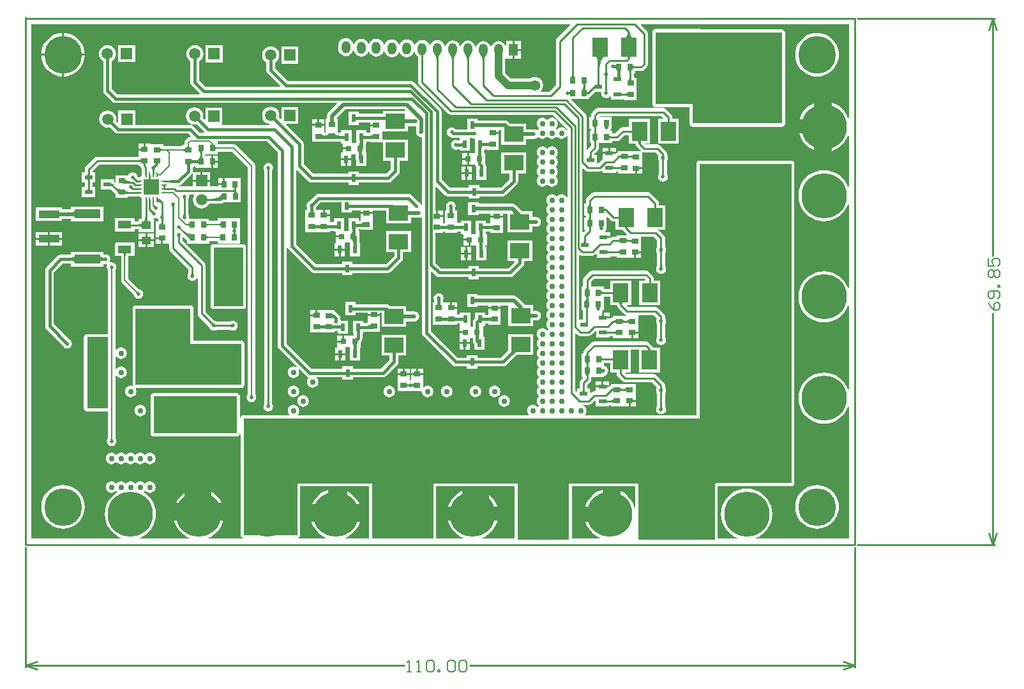
<source format=gtl>
%FSLAX25Y25*%
%MOIN*%
G70*
G01*
G75*
G04 Layer_Physical_Order=1*
G04 Layer_Color=255*
%ADD10C,0.01000*%
%ADD11C,0.00800*%
%ADD12C,0.02000*%
%ADD13C,0.01500*%
%ADD14R,0.07874X0.09843*%
%ADD15R,0.03937X0.02362*%
%ADD16R,0.02756X0.03347*%
%ADD17R,0.03347X0.02756*%
%ADD18R,0.02362X0.03937*%
%ADD19R,0.09843X0.07874*%
%ADD20R,0.03150X0.03000*%
%ADD21R,0.01102X0.02618*%
%ADD22R,0.02618X0.01102*%
%ADD23R,0.08425X0.08425*%
%ADD24R,0.05118X0.03937*%
%ADD25R,0.07087X0.03937*%
%ADD26R,0.13780X0.04724*%
%ADD27R,0.10630X0.03937*%
%ADD28C,0.04000*%
%ADD29R,0.10400X0.19500*%
%ADD30R,0.29800X0.09500*%
%ADD31R,0.09700X0.12600*%
%ADD32R,0.21700X0.08200*%
%ADD33R,0.14400X0.15700*%
%ADD34R,0.31850X0.07800*%
%ADD35R,0.22100X0.07800*%
%ADD36R,0.09250X0.32500*%
%ADD37R,0.35100X0.09500*%
%ADD38R,0.13950X0.24700*%
%ADD39R,0.15400X0.30700*%
%ADD40R,0.11100X0.37200*%
%ADD41R,0.43600X0.19500*%
%ADD42R,0.55200X0.21700*%
%ADD43R,0.28700X0.30200*%
%ADD44R,0.23100X0.37800*%
%ADD45R,0.46700X0.47800*%
%ADD46R,0.48000X1.67000*%
%ADD47R,0.40000X0.63500*%
%ADD48R,2.47000X0.34000*%
%ADD49R,0.27000X0.39600*%
%ADD50R,0.32000X0.43000*%
%ADD51R,0.28000X0.46000*%
%ADD52C,0.00600*%
%ADD53C,0.05906*%
%ADD54R,0.05906X0.05906*%
%ADD55R,0.04724X0.06299*%
%ADD56O,0.04724X0.06299*%
%ADD57C,0.23622*%
%ADD58R,0.05906X0.05906*%
%ADD59C,0.19685*%
%ADD60C,0.03000*%
%ADD61C,0.02000*%
%ADD62C,0.05500*%
G36*
X305424Y125179D02*
X308782D01*
X308821Y125139D01*
X308822Y125139D01*
D01*
X308977Y124359D01*
X309419Y123697D01*
X312558Y120558D01*
X313220Y120116D01*
X313926Y119975D01*
X313902Y119734D01*
X313647Y119478D01*
X313627D01*
Y119478D01*
X313179D01*
X313173Y119483D01*
Y119483D01*
X306827D01*
Y118645D01*
X306606D01*
X305825Y118490D01*
X305410Y118212D01*
X304969Y118447D01*
Y118174D01*
X301499D01*
Y118673D01*
X301000D01*
Y121355D01*
X301480D01*
X301245Y121796D01*
X301461Y122119D01*
X301522Y122427D01*
X301983D01*
Y128427D01*
X302083D01*
Y129561D01*
X305424D01*
Y125179D01*
D02*
G37*
G36*
X305658Y169458D02*
X305658Y169458D01*
X306320Y169016D01*
X306320Y169016D01*
X306320Y169016D01*
D01*
X306320Y169016D01*
X306320Y169016D01*
X307100Y168861D01*
X307100Y168861D01*
X308224D01*
Y164479D01*
X311830D01*
X312073Y164116D01*
X312219Y163898D01*
X313971Y162145D01*
X313779Y161683D01*
X308827D01*
Y160845D01*
X306806D01*
X306805Y160845D01*
X306025Y160689D01*
X305809Y160545D01*
X305369Y160781D01*
Y160251D01*
X305363Y160248D01*
X305363Y160248D01*
X305190Y160074D01*
X301899D01*
Y161074D01*
X305368D01*
Y163255D01*
X302880D01*
X302644Y163696D01*
X303061Y164319D01*
X303122Y164627D01*
X303584D01*
Y170879D01*
X304045Y171071D01*
X305658Y169458D01*
D02*
G37*
G36*
X318471Y19308D02*
X317974Y19249D01*
X317788Y20026D01*
X316986Y21962D01*
X315891Y23748D01*
X314530Y25341D01*
X312937Y26702D01*
X311151Y27797D01*
X309215Y28599D01*
X307178Y29088D01*
X305589Y29213D01*
Y15899D01*
X305090D01*
Y15400D01*
X291776D01*
X291901Y13811D01*
X292390Y11774D01*
X293192Y9838D01*
X294287Y8052D01*
X295647Y6459D01*
X297241Y5098D01*
X299027Y4003D01*
X300170Y3530D01*
X300073Y3039D01*
X285529D01*
Y30471D01*
X318471D01*
Y19308D01*
D02*
G37*
G36*
X429961Y223075D02*
X429470Y222977D01*
X428897Y224362D01*
X427802Y226148D01*
X426441Y227741D01*
X424848Y229102D01*
X423062Y230197D01*
X421126Y230999D01*
X419089Y231488D01*
X417500Y231613D01*
Y218299D01*
Y204987D01*
X419089Y205112D01*
X421126Y205601D01*
X423062Y206403D01*
X424848Y207498D01*
X426441Y208859D01*
X427802Y210452D01*
X428897Y212238D01*
X429470Y213623D01*
X429961Y213525D01*
Y187075D01*
X429470Y186977D01*
X428897Y188362D01*
X427802Y190148D01*
X426441Y191741D01*
X424848Y193102D01*
X423062Y194197D01*
X421126Y194999D01*
X419089Y195488D01*
X417000Y195652D01*
X414911Y195488D01*
X412874Y194999D01*
X410938Y194197D01*
X409152Y193102D01*
X407559Y191741D01*
X406198Y190148D01*
X405103Y188362D01*
X404301Y186426D01*
X403812Y184389D01*
X403648Y182300D01*
X403812Y180211D01*
X404301Y178174D01*
X405103Y176238D01*
X406198Y174452D01*
X407559Y172859D01*
X409152Y171498D01*
X410938Y170403D01*
X412874Y169601D01*
X414911Y169112D01*
X417000Y168948D01*
X419089Y169112D01*
X421126Y169601D01*
X423062Y170403D01*
X424848Y171498D01*
X426441Y172859D01*
X427802Y174452D01*
X428897Y176238D01*
X429470Y177623D01*
X429961Y177525D01*
Y134175D01*
X429470Y134077D01*
X428897Y135462D01*
X427802Y137248D01*
X426441Y138841D01*
X424848Y140202D01*
X423062Y141297D01*
X421126Y142099D01*
X419089Y142588D01*
X417000Y142752D01*
X414911Y142588D01*
X412874Y142099D01*
X410938Y141297D01*
X409152Y140202D01*
X407559Y138841D01*
X406198Y137248D01*
X405103Y135462D01*
X404301Y133526D01*
X403812Y131489D01*
X403648Y129400D01*
X403812Y127311D01*
X404301Y125274D01*
X405103Y123338D01*
X406198Y121552D01*
X407559Y119959D01*
X409152Y118598D01*
X410938Y117503D01*
X412874Y116701D01*
X414911Y116212D01*
X417000Y116048D01*
X419089Y116212D01*
X421126Y116701D01*
X423062Y117503D01*
X424848Y118598D01*
X426441Y119959D01*
X427802Y121552D01*
X428897Y123338D01*
X429470Y124723D01*
X429961Y124625D01*
Y81275D01*
X429470Y81177D01*
X428897Y82562D01*
X427802Y84348D01*
X426441Y85941D01*
X424848Y87302D01*
X423062Y88397D01*
X421126Y89199D01*
X419089Y89688D01*
X417000Y89852D01*
X414911Y89688D01*
X412874Y89199D01*
X410938Y88397D01*
X409152Y87302D01*
X407559Y85941D01*
X406198Y84348D01*
X405103Y82562D01*
X404301Y80626D01*
X403812Y78589D01*
X403648Y76500D01*
X403812Y74411D01*
X404301Y72374D01*
X405103Y70438D01*
X406198Y68652D01*
X407559Y67059D01*
X409152Y65698D01*
X410938Y64603D01*
X412874Y63801D01*
X414911Y63312D01*
X417000Y63148D01*
X419089Y63312D01*
X421126Y63801D01*
X423062Y64603D01*
X424848Y65698D01*
X426441Y67059D01*
X427802Y68652D01*
X428897Y70438D01*
X429470Y71823D01*
X429961Y71725D01*
Y3039D01*
X381616D01*
X381519Y3530D01*
X382662Y4003D01*
X384448Y5098D01*
X386041Y6459D01*
X387402Y8052D01*
X388497Y9838D01*
X389299Y11774D01*
X389788Y13811D01*
X389952Y15900D01*
X389788Y17989D01*
X389299Y20026D01*
X388497Y21962D01*
X387402Y23748D01*
X386041Y25341D01*
X384448Y26702D01*
X382662Y27797D01*
X380726Y28599D01*
X378689Y29088D01*
X376600Y29252D01*
X374511Y29088D01*
X372474Y28599D01*
X370538Y27797D01*
X368752Y26702D01*
X367159Y25341D01*
X365798Y23748D01*
X364703Y21962D01*
X363901Y20026D01*
X363412Y17989D01*
X363248Y15900D01*
X363412Y13811D01*
X363901Y11774D01*
X364703Y9838D01*
X365798Y8052D01*
X367159Y6459D01*
X368752Y5098D01*
X370538Y4003D01*
X371681Y3530D01*
X371584Y3039D01*
X361529D01*
Y30471D01*
X400000D01*
X400585Y30587D01*
X401081Y30919D01*
X401413Y31415D01*
X401529Y32000D01*
Y199000D01*
X401413Y199585D01*
X401081Y200081D01*
X400585Y200413D01*
X400000Y200529D01*
X352000D01*
X351415Y200413D01*
X350919Y200081D01*
X350587Y199585D01*
X350471Y199000D01*
Y67529D01*
X292451D01*
X292230Y67978D01*
X292620Y68487D01*
X292923Y69217D01*
X293026Y70000D01*
X292923Y70783D01*
X292620Y71513D01*
X292140Y72140D01*
X291513Y72620D01*
X290783Y72923D01*
Y72923D01*
X290786Y72961D01*
X294000D01*
X294780Y73116D01*
X295442Y73558D01*
X297370Y75486D01*
X297832Y75294D01*
Y72119D01*
X304768D01*
Y72761D01*
X305727D01*
Y72222D01*
X312073D01*
X312073Y72222D01*
Y72222D01*
X312327Y72216D01*
X312427Y72216D01*
X312427Y72216D01*
Y72216D01*
X315000D01*
Y75095D01*
X315499D01*
Y75595D01*
X318673D01*
Y77768D01*
X318673Y77768D01*
D01*
D01*
X318673Y77972D01*
Y77988D01*
Y78047D01*
X318673Y78122D01*
X318673Y78326D01*
X318673Y78326D01*
X318673D01*
Y83878D01*
X312327D01*
Y83878D01*
X312079D01*
X312073Y83884D01*
Y83884D01*
X305727D01*
Y82989D01*
X305225Y82889D01*
X305209Y82879D01*
X304769Y83115D01*
Y82585D01*
X304563Y82448D01*
X304563Y82448D01*
X304290Y82174D01*
X297832D01*
Y80039D01*
X297000D01*
X296220Y79884D01*
X295558Y79442D01*
X295388Y79272D01*
X294926Y79463D01*
Y81418D01*
X293497D01*
Y83613D01*
X294842Y84958D01*
X295284Y85620D01*
X295439Y86400D01*
X295439Y86400D01*
X295439Y86400D01*
Y86400D01*
Y87527D01*
X296278D01*
Y87527D01*
X296278D01*
X296278Y87527D01*
X296428D01*
Y87527D01*
X302184D01*
Y88225D01*
X302786Y88345D01*
X303613Y88898D01*
X304166Y89724D01*
X304360Y90700D01*
X304166Y91676D01*
X303613Y92502D01*
X302786Y93055D01*
X302184Y93175D01*
Y93627D01*
Y94761D01*
X305324D01*
Y89979D01*
X308721D01*
Y89239D01*
X308877Y88459D01*
X309319Y87797D01*
X311558Y85558D01*
X312220Y85116D01*
X313000Y84961D01*
X327155D01*
X329878Y82239D01*
Y82110D01*
X329562Y81638D01*
X329368Y80662D01*
X329562Y79687D01*
X329878Y79214D01*
Y72110D01*
X329562Y71638D01*
X329368Y70662D01*
X329562Y69687D01*
X330114Y68860D01*
X330941Y68307D01*
X331917Y68113D01*
X332892Y68307D01*
X333719Y68860D01*
X334272Y69687D01*
X334466Y70662D01*
X334272Y71638D01*
X333956Y72110D01*
Y79214D01*
X334272Y79687D01*
X334466Y80662D01*
X334272Y81638D01*
X333956Y82110D01*
Y83083D01*
X333801Y83864D01*
X333359Y84525D01*
X329442Y88442D01*
X328780Y88884D01*
X328000Y89039D01*
X313845D01*
X313367Y89517D01*
X313558Y89979D01*
X316198D01*
Y101961D01*
X320402D01*
Y89979D01*
X331276D01*
Y102821D01*
X327747D01*
X327723Y102941D01*
X327281Y103603D01*
X325442Y105442D01*
X324780Y105884D01*
X324000Y106039D01*
X297000D01*
X296220Y105884D01*
X295558Y105442D01*
X291958Y101842D01*
X291516Y101180D01*
X291361Y100400D01*
Y99973D01*
X290522D01*
Y93627D01*
Y87527D01*
X290990D01*
X291181Y87065D01*
X290016Y85899D01*
X289574Y85238D01*
X289418Y84457D01*
Y81418D01*
X287989D01*
Y80048D01*
X287644Y79905D01*
X287228Y80183D01*
Y110135D01*
X287690Y110326D01*
X288458Y109558D01*
X288458Y109558D01*
X288458Y109558D01*
Y109558D01*
X288458Y109558D01*
Y109558D01*
X289120Y109116D01*
X289900Y108961D01*
X294000D01*
X294780Y109116D01*
X295442Y109558D01*
X297570Y111686D01*
X298031Y111494D01*
Y108119D01*
X304969D01*
Y108761D01*
X306827D01*
Y107822D01*
X313173D01*
Y107822D01*
X313621D01*
X313627Y107817D01*
Y107817D01*
X316300D01*
Y110696D01*
X316799D01*
Y111195D01*
X319973D01*
Y113368D01*
X319973Y113368D01*
D01*
D01*
X319973Y113572D01*
Y113588D01*
Y113647D01*
X319973Y113722D01*
X319973Y113926D01*
X319973Y113926D01*
X319973D01*
Y119478D01*
X319973D01*
Y119607D01*
X320327Y119961D01*
X328155D01*
X329873Y118243D01*
X329562Y117778D01*
X329368Y116803D01*
X329562Y115827D01*
X329878Y115355D01*
Y108251D01*
X329562Y107778D01*
X329368Y106802D01*
X329562Y105827D01*
X330114Y105000D01*
X330941Y104448D01*
X331917Y104254D01*
X332892Y104448D01*
X333719Y105000D01*
X334272Y105827D01*
X334466Y106802D01*
X334272Y107778D01*
X333956Y108251D01*
Y115355D01*
X334272Y115827D01*
X334466Y116803D01*
X334272Y117778D01*
X333956Y118251D01*
Y119083D01*
X333801Y119864D01*
X333359Y120525D01*
X330442Y123442D01*
X329780Y123884D01*
X329000Y124039D01*
X314845D01*
X314167Y124717D01*
X314358Y125179D01*
X316298D01*
Y138021D01*
X305424D01*
Y133639D01*
X302083D01*
Y134773D01*
X296328D01*
D01*
D01*
X296328Y134773D01*
X296178D01*
Y134773D01*
X295339D01*
Y137455D01*
X296845Y138961D01*
X323155D01*
X323633Y138483D01*
X323442Y138021D01*
X320502D01*
Y125179D01*
X331376D01*
Y138021D01*
X327978D01*
Y139061D01*
X327979Y139061D01*
X327978Y139061D01*
Y139061D01*
X327979D01*
X327978Y139061D01*
X327823Y139841D01*
X327381Y140503D01*
X325442Y142442D01*
X324780Y142884D01*
X324000Y143039D01*
X296000D01*
X296000Y143039D01*
X295220Y142884D01*
X294558Y142442D01*
X291858Y139742D01*
X291416Y139080D01*
X291261Y138300D01*
Y134773D01*
X290422D01*
Y128773D01*
X290322D01*
Y122427D01*
X291161D01*
Y117418D01*
X289028D01*
Y151186D01*
X289469Y151421D01*
X289926Y151116D01*
X290706Y150961D01*
X296000D01*
X296780Y151116D01*
X297442Y151558D01*
X297970Y152086D01*
X298431Y151894D01*
Y150019D01*
X305368D01*
Y150661D01*
X308827D01*
Y150022D01*
X315173D01*
X315173Y150022D01*
X315227Y149817D01*
X315227D01*
D01*
D01*
X315527Y149817D01*
X315527Y149817D01*
Y149817D01*
X317900D01*
Y152696D01*
X318399D01*
Y153194D01*
X321573D01*
Y155368D01*
X321573Y155368D01*
D01*
D01*
X321573Y155572D01*
Y155588D01*
Y155647D01*
X321573Y155722D01*
X321573Y155926D01*
X321573Y155926D01*
X321573D01*
Y160961D01*
X328155D01*
X329878Y159239D01*
Y155391D01*
X329562Y154918D01*
X329368Y153943D01*
X329562Y152968D01*
X329878Y152495D01*
Y145391D01*
X329562Y144918D01*
X329368Y143943D01*
X329562Y142967D01*
X330114Y142140D01*
X330941Y141588D01*
X331917Y141394D01*
X332892Y141588D01*
X333719Y142140D01*
X334272Y142967D01*
X334466Y143943D01*
X334272Y144918D01*
X333956Y145391D01*
Y152495D01*
X334272Y152968D01*
X334466Y153943D01*
X334272Y154918D01*
X333956Y155391D01*
Y160083D01*
X333801Y160864D01*
X333359Y161525D01*
X330442Y164442D01*
X330453Y164479D01*
X334176D01*
Y177321D01*
X330779D01*
Y178261D01*
X330623Y179041D01*
X330181Y179702D01*
X326442Y183442D01*
X325780Y183884D01*
X325000Y184039D01*
X297000D01*
X296220Y183884D01*
X295558Y183442D01*
X293258Y181142D01*
X292816Y180480D01*
X292661Y179700D01*
Y178173D01*
X291822D01*
Y171827D01*
X292661D01*
Y170973D01*
X291922D01*
Y164627D01*
X292090D01*
X292281Y164165D01*
X291290Y163174D01*
X290828Y163365D01*
Y196335D01*
X291290Y196526D01*
X292258Y195558D01*
X292920Y195116D01*
X293700Y194961D01*
X300000D01*
X300780Y195116D01*
X300890Y195190D01*
X301331Y194954D01*
Y194119D01*
X308268D01*
Y194761D01*
X309527D01*
Y193922D01*
X315627D01*
Y193717D01*
X318300D01*
Y196596D01*
X318799D01*
Y197095D01*
X321973D01*
Y199472D01*
D01*
Y199472D01*
X321973Y199472D01*
Y199622D01*
X321973D01*
Y204747D01*
X322008Y204800D01*
X322360Y205088D01*
X323000Y204961D01*
X329155D01*
X330760Y203356D01*
X330562Y203059D01*
X330368Y202083D01*
X330562Y201108D01*
X330878Y200635D01*
Y193531D01*
X330562Y193059D01*
X330368Y192083D01*
X330562Y191108D01*
X331114Y190281D01*
X331941Y189728D01*
X332917Y189534D01*
X333892Y189728D01*
X334719Y190281D01*
X335272Y191108D01*
X335466Y192083D01*
X335272Y193059D01*
X334956Y193531D01*
Y200635D01*
X335272Y201108D01*
X335466Y202083D01*
X335272Y203059D01*
X334956Y203531D01*
Y204083D01*
X334801Y204864D01*
X334359Y205525D01*
X331442Y208442D01*
X330780Y208884D01*
X330000Y209039D01*
X324185D01*
X323907Y209455D01*
X323958Y209579D01*
X326098D01*
Y222421D01*
X315224D01*
Y218039D01*
X312000D01*
X311220Y217884D01*
X310558Y217442D01*
X308055Y214939D01*
X306283D01*
Y216073D01*
X305759D01*
X305524Y216514D01*
X305661Y216719D01*
X305722Y217027D01*
X306184D01*
Y223373D01*
X300428D01*
D01*
D01*
X300428Y223373D01*
X300278D01*
Y223373D01*
X299910D01*
X299719Y223835D01*
X299845Y223961D01*
X332155D01*
X333233Y222883D01*
X333042Y222421D01*
X330302D01*
Y209579D01*
X341176D01*
Y222421D01*
X337778D01*
Y223261D01*
X337779Y223261D01*
X337778Y223261D01*
Y223261D01*
X337779D01*
X337778Y223261D01*
X337623Y224041D01*
X337181Y224703D01*
X334442Y227442D01*
X333780Y227884D01*
X333000Y228039D01*
X299000D01*
X298220Y227884D01*
X297558Y227442D01*
X295958Y225842D01*
X295516Y225180D01*
X295361Y224400D01*
Y223373D01*
X294522D01*
Y217027D01*
X295361D01*
Y216073D01*
X294622D01*
Y209727D01*
X295461D01*
Y208345D01*
X293516Y206399D01*
X293418Y206253D01*
X292939Y206398D01*
Y223600D01*
X292939Y223600D01*
X292784Y224380D01*
X292342Y225042D01*
X292342Y225042D01*
X285119Y232265D01*
X285310Y232727D01*
X288572D01*
Y232727D01*
X288572D01*
X288572Y232727D01*
X288722D01*
Y232727D01*
X294478D01*
Y233976D01*
X294680Y234016D01*
X295342Y234458D01*
X297340Y236456D01*
X300462D01*
X300779Y236069D01*
X300713Y235738D01*
X300907Y234762D01*
X301460Y233935D01*
X302287Y233383D01*
X303262Y233189D01*
X304238Y233383D01*
X305065Y233935D01*
X305153Y234068D01*
X305631Y233923D01*
Y232519D01*
X312568D01*
Y232519D01*
X312630D01*
X312827Y232322D01*
Y232322D01*
X319173D01*
Y238078D01*
D01*
Y238078D01*
X319173Y238078D01*
Y238228D01*
X319173D01*
Y243984D01*
X317739D01*
Y246327D01*
X318578D01*
Y247461D01*
X321500D01*
X322280Y247616D01*
X322942Y248058D01*
X322942Y248058D01*
X322942Y248058D01*
X324442Y249558D01*
X324884Y250220D01*
X325039Y251000D01*
X325039Y251000D01*
X325039Y251000D01*
Y251000D01*
Y267000D01*
X324884Y267780D01*
X324442Y268442D01*
X321385Y271499D01*
X321576Y271961D01*
X429961D01*
Y223075D01*
D02*
G37*
G36*
X179471Y3039D02*
X167083D01*
X166985Y3530D01*
X168128Y4003D01*
X169915Y5098D01*
X171508Y6459D01*
X172869Y8052D01*
X173963Y9838D01*
X174765Y11774D01*
X175254Y13811D01*
X175380Y15400D01*
X148754D01*
X148879Y13811D01*
X149368Y11774D01*
X150170Y9838D01*
X151265Y8052D01*
X152625Y6459D01*
X154218Y5098D01*
X156005Y4003D01*
X157148Y3530D01*
X157051Y3039D01*
X142382D01*
X142333Y3537D01*
X142585Y3587D01*
X143081Y3919D01*
X143413Y4415D01*
X143529Y5000D01*
Y30471D01*
X179471D01*
Y3039D01*
D02*
G37*
G36*
X255471D02*
X238594D01*
X238496Y3530D01*
X239639Y4003D01*
X241426Y5098D01*
X243019Y6459D01*
X244380Y8052D01*
X245475Y9838D01*
X246276Y11774D01*
X246765Y13811D01*
X246891Y15400D01*
X220265D01*
X220390Y13811D01*
X220879Y11774D01*
X221681Y9838D01*
X222776Y8052D01*
X224136Y6459D01*
X225729Y5098D01*
X227516Y4003D01*
X228659Y3530D01*
X228562Y3039D01*
X214529D01*
Y30471D01*
X255471D01*
Y3039D01*
D02*
G37*
G36*
X284615Y271499D02*
X277558Y264442D01*
X277116Y263780D01*
X276961Y263000D01*
Y240045D01*
X273455Y236539D01*
X269267D01*
X269045Y236988D01*
X269712Y237857D01*
X270141Y238891D01*
X270287Y240000D01*
X270141Y241109D01*
X269712Y242143D01*
X269031Y243031D01*
X268143Y243712D01*
X267109Y244141D01*
X266000Y244287D01*
X264891Y244141D01*
X263857Y243712D01*
X263619Y243530D01*
X253462D01*
X250556Y246436D01*
Y253750D01*
X251038D01*
Y253750D01*
X254400D01*
Y258399D01*
Y263050D01*
X251038D01*
Y260876D01*
X250547Y260778D01*
X250400Y261135D01*
X249781Y261942D01*
X248974Y262561D01*
X248034Y262950D01*
X247026Y263083D01*
X246018Y262950D01*
X245078Y262561D01*
X244271Y261942D01*
X243652Y261135D01*
X243339Y260379D01*
X242839D01*
X242526Y261135D01*
X241906Y261942D01*
X241100Y262561D01*
X240160Y262950D01*
X239152Y263083D01*
X238144Y262950D01*
X237204Y262561D01*
X236397Y261942D01*
X235778Y261135D01*
X235389Y260196D01*
X235386Y260174D01*
X234886D01*
X234844Y260496D01*
X234455Y261435D01*
X233836Y262242D01*
X233029Y262861D01*
X232089Y263250D01*
X231081Y263383D01*
X230073Y263250D01*
X229133Y262861D01*
X228327Y262242D01*
X227708Y261435D01*
X227394Y260679D01*
X226894D01*
X226581Y261435D01*
X225962Y262242D01*
X225155Y262861D01*
X224215Y263250D01*
X223207Y263383D01*
X222199Y263250D01*
X221259Y262861D01*
X220452Y262242D01*
X219833Y261435D01*
X219444Y260496D01*
X219441Y260474D01*
X218941D01*
X218899Y260796D01*
X218510Y261735D01*
X217891Y262542D01*
X217084Y263161D01*
X216144Y263550D01*
X215136Y263683D01*
X214128Y263550D01*
X213189Y263161D01*
X212382Y262542D01*
X211763Y261735D01*
X211449Y260979D01*
X210949D01*
X210636Y261735D01*
X210017Y262542D01*
X209210Y263161D01*
X208270Y263550D01*
X207262Y263683D01*
X206254Y263550D01*
X205314Y263161D01*
X204508Y262542D01*
X203889Y261735D01*
X203499Y260796D01*
X203497Y260774D01*
X202996D01*
X202954Y261096D01*
X202565Y262035D01*
X201946Y262842D01*
X201139Y263461D01*
X200200Y263850D01*
X199191Y263983D01*
X198183Y263850D01*
X197244Y263461D01*
X196437Y262842D01*
X195818Y262035D01*
X195504Y261279D01*
X195004D01*
X194691Y262035D01*
X194072Y262842D01*
X193265Y263461D01*
X192326Y263850D01*
X191317Y263983D01*
X190309Y263850D01*
X189370Y263461D01*
X188563Y262842D01*
X187944Y262035D01*
X187555Y261096D01*
X187552Y261074D01*
X187052D01*
X187009Y261396D01*
X186620Y262335D01*
X186001Y263142D01*
X185194Y263761D01*
X184255Y264150D01*
X183247Y264283D01*
X182238Y264150D01*
X181299Y263761D01*
X180492Y263142D01*
X179873Y262335D01*
X179559Y261579D01*
X179059D01*
X178746Y262335D01*
X178127Y263142D01*
X177320Y263761D01*
X176381Y264150D01*
X175372Y264283D01*
X174364Y264150D01*
X173425Y263761D01*
X172618Y263142D01*
X171999Y262335D01*
X171610Y261396D01*
X171607Y261374D01*
X171107D01*
X171064Y261696D01*
X170675Y262635D01*
X170056Y263442D01*
X169249Y264061D01*
X168310Y264450D01*
X167302Y264583D01*
X166293Y264450D01*
X165354Y264061D01*
X164547Y263442D01*
X163928Y262635D01*
X163539Y261696D01*
X163406Y260687D01*
Y259113D01*
X163539Y258104D01*
X163928Y257165D01*
X164547Y256358D01*
X165354Y255739D01*
X166293Y255350D01*
X167302Y255217D01*
X168310Y255350D01*
X169249Y255739D01*
X170056Y256358D01*
X170675Y257165D01*
X171064Y258104D01*
X171067Y258126D01*
X171567D01*
X171610Y257804D01*
X171999Y256865D01*
X172618Y256058D01*
X173425Y255439D01*
X174364Y255050D01*
X175372Y254917D01*
X176381Y255050D01*
X177320Y255439D01*
X178127Y256058D01*
X178746Y256865D01*
X179059Y257621D01*
X179559D01*
X179873Y256865D01*
X180492Y256058D01*
X181299Y255439D01*
X182238Y255050D01*
X183247Y254917D01*
X184255Y255050D01*
X185194Y255439D01*
X186001Y256058D01*
X186620Y256865D01*
X187009Y257804D01*
X187012Y257826D01*
X187512D01*
X187555Y257504D01*
X187944Y256565D01*
X188563Y255758D01*
X189370Y255139D01*
X190309Y254750D01*
X191317Y254617D01*
X192326Y254750D01*
X193265Y255139D01*
X194072Y255758D01*
X194691Y256565D01*
X195004Y257321D01*
X195504D01*
X195818Y256565D01*
X196437Y255758D01*
X197244Y255139D01*
X198183Y254750D01*
X199191Y254617D01*
X200200Y254750D01*
X201139Y255139D01*
X201946Y255758D01*
X202565Y256565D01*
X202954Y257504D01*
X202957Y257526D01*
X203457D01*
X203499Y257204D01*
X203889Y256265D01*
X204508Y255458D01*
X205223Y254909D01*
Y241438D01*
X205223Y241438D01*
X205223D01*
X205378Y240657D01*
X205820Y239996D01*
X220658Y225158D01*
X221320Y224716D01*
X222100Y224561D01*
X275464D01*
X283074Y216951D01*
X282929Y216473D01*
X282659Y216419D01*
X282621Y216513D01*
X282140Y217140D01*
X281513Y217620D01*
X280783Y217923D01*
X280000Y218026D01*
X279217Y217923D01*
X278487Y217620D01*
X277860Y217140D01*
X277750Y216996D01*
X277250D01*
X277140Y217140D01*
X276996Y217250D01*
Y217750D01*
X277140Y217860D01*
X277621Y218487D01*
X277923Y219217D01*
X278026Y220000D01*
X277923Y220783D01*
X277621Y221513D01*
X277140Y222140D01*
X276513Y222621D01*
X275783Y222923D01*
X275000Y223026D01*
X274217Y222923D01*
X273487Y222621D01*
X272860Y222140D01*
X272750Y221996D01*
X272250D01*
X272140Y222140D01*
X271513Y222621D01*
X270783Y222923D01*
X270000Y223026D01*
X269217Y222923D01*
X268487Y222621D01*
X267860Y222140D01*
X267379Y221513D01*
X267077Y220783D01*
X266974Y220000D01*
X267077Y219217D01*
X267379Y218487D01*
X267860Y217860D01*
X268004Y217750D01*
Y217250D01*
X267860Y217140D01*
X267379Y216513D01*
X267089Y216425D01*
X266536Y216794D01*
X265561Y216988D01*
X261421D01*
Y219876D01*
X253168D01*
X252199Y220845D01*
X251372Y221397D01*
X250397Y221591D01*
X236118D01*
Y222511D01*
X230756D01*
Y216994D01*
X224542D01*
X224402Y217202D01*
X223575Y217755D01*
X222600Y217949D01*
X221625Y217755D01*
X220798Y217202D01*
X220245Y216375D01*
X220051Y215400D01*
X220245Y214424D01*
X220798Y213598D01*
X221625Y213045D01*
X221770Y213016D01*
X222422Y212580D01*
X223300Y212406D01*
X226819D01*
Y211194D01*
X225967D01*
X225875Y211255D01*
X224900Y211449D01*
X223924Y211255D01*
X223098Y210702D01*
X222545Y209875D01*
X222351Y208900D01*
X222545Y207925D01*
X223098Y207098D01*
X223924Y206545D01*
X224900Y206351D01*
X225875Y206545D01*
X225967Y206606D01*
X226819D01*
Y205732D01*
X232181D01*
Y212406D01*
X233233D01*
X233325Y212345D01*
X234300Y212151D01*
X234306Y212152D01*
X234693Y211835D01*
Y205732D01*
X234806D01*
Y204500D01*
X231600D01*
Y201499D01*
Y198500D01*
X234886D01*
X234981Y198022D01*
X235478Y197278D01*
X235519Y197237D01*
Y190631D01*
X240881D01*
Y197569D01*
X240494D01*
Y197800D01*
X240319Y198678D01*
X240175Y198894D01*
Y204500D01*
X239394D01*
Y205732D01*
X240055D01*
Y206906D01*
X240827D01*
Y206322D01*
X247173D01*
Y212078D01*
D01*
Y212078D01*
X247173Y212078D01*
Y212228D01*
X247173D01*
Y214605D01*
X243999D01*
Y215605D01*
X247173D01*
Y216494D01*
X248579D01*
Y209002D01*
X261421D01*
Y211890D01*
X265561D01*
X266536Y212084D01*
X267363Y212637D01*
X267427Y212733D01*
X267920Y212814D01*
X268487Y212380D01*
X269217Y212077D01*
X270000Y211974D01*
X270783Y212077D01*
X271513Y212380D01*
X272140Y212860D01*
X272250Y213004D01*
X272750D01*
X272860Y212860D01*
X273487Y212380D01*
X274217Y212077D01*
X275000Y211974D01*
X275783Y212077D01*
X276513Y212380D01*
X277140Y212860D01*
X277250Y213004D01*
X277750D01*
X277860Y212860D01*
X278487Y212380D01*
X279217Y212077D01*
X280000Y211974D01*
X280783Y212077D01*
X281513Y212380D01*
X282140Y212860D01*
X282621Y213487D01*
X282659Y213581D01*
X283150Y213483D01*
Y181517D01*
X282659Y181419D01*
X282621Y181513D01*
X282140Y182140D01*
X281513Y182621D01*
X280783Y182923D01*
X280000Y183026D01*
X279217Y182923D01*
X278487Y182621D01*
X277860Y182140D01*
X277750Y181996D01*
X277250D01*
X277140Y182140D01*
X276513Y182621D01*
X275783Y182923D01*
X275000Y183026D01*
X274217Y182923D01*
X273487Y182621D01*
X272860Y182140D01*
X272379Y181513D01*
X272077Y180783D01*
X271974Y180000D01*
X272077Y179217D01*
X272379Y178487D01*
X272860Y177860D01*
X273004Y177750D01*
Y177250D01*
X272860Y177140D01*
X272379Y176513D01*
X272077Y175783D01*
X271974Y175000D01*
X272077Y174217D01*
X272379Y173487D01*
X272860Y172860D01*
X273004Y172750D01*
Y172250D01*
X272860Y172140D01*
X272379Y171513D01*
X272077Y170783D01*
X271974Y170000D01*
X272077Y169217D01*
X272379Y168487D01*
X272860Y167860D01*
X273004Y167750D01*
Y167250D01*
X272860Y167140D01*
X272379Y166513D01*
X272077Y165783D01*
X271974Y165000D01*
X272077Y164217D01*
X272379Y163487D01*
X272860Y162860D01*
X273004Y162750D01*
Y162250D01*
X272860Y162140D01*
X272379Y161513D01*
X272077Y160783D01*
X271974Y160000D01*
X272077Y159217D01*
X272379Y158487D01*
X272860Y157860D01*
X273004Y157750D01*
Y157250D01*
X272860Y157140D01*
X272379Y156513D01*
X272077Y155783D01*
X271974Y155000D01*
X272077Y154217D01*
X272379Y153487D01*
X272860Y152860D01*
X273004Y152750D01*
Y152250D01*
X272860Y152140D01*
X272379Y151513D01*
X272077Y150783D01*
X271974Y150000D01*
X272077Y149217D01*
X272379Y148487D01*
X272860Y147860D01*
X273004Y147750D01*
Y147250D01*
X272860Y147140D01*
X272379Y146513D01*
X272077Y145783D01*
X271974Y145000D01*
X272077Y144217D01*
X272379Y143487D01*
X272860Y142860D01*
X273004Y142750D01*
Y142250D01*
X272860Y142140D01*
X272379Y141513D01*
X272077Y140783D01*
X271974Y140000D01*
X272077Y139217D01*
X272379Y138487D01*
X272860Y137860D01*
X273004Y137750D01*
Y137250D01*
X272860Y137140D01*
X272379Y136513D01*
X272077Y135783D01*
X271974Y135000D01*
X272077Y134217D01*
X272379Y133487D01*
X272860Y132860D01*
X273004Y132750D01*
Y132250D01*
X272860Y132140D01*
X272379Y131513D01*
X272077Y130783D01*
X271974Y130000D01*
X272077Y129217D01*
X272379Y128487D01*
X272860Y127860D01*
X273004Y127750D01*
Y127250D01*
X272860Y127140D01*
X272379Y126513D01*
X272077Y125783D01*
X271974Y125000D01*
X272077Y124217D01*
X272379Y123487D01*
X272860Y122860D01*
X273004Y122750D01*
Y122250D01*
X272860Y122140D01*
X272379Y121513D01*
X272077Y120783D01*
X271974Y120000D01*
X272077Y119217D01*
X272379Y118487D01*
X272860Y117860D01*
X273004Y117750D01*
Y117250D01*
X272860Y117140D01*
X272379Y116513D01*
X272077Y115783D01*
X271974Y115000D01*
X272077Y114217D01*
X272379Y113487D01*
X272860Y112860D01*
X273004Y112750D01*
Y112250D01*
X272860Y112140D01*
X272750Y111996D01*
X272250D01*
X272140Y112140D01*
X271513Y112620D01*
X270783Y112923D01*
X270000Y113026D01*
X269217Y112923D01*
X268487Y112620D01*
X267860Y112140D01*
X267379Y111513D01*
X267077Y110783D01*
X266974Y110000D01*
X267077Y109217D01*
X267379Y108487D01*
X267860Y107860D01*
X268004Y107750D01*
Y107250D01*
X267860Y107140D01*
X267379Y106513D01*
X267077Y105783D01*
X266974Y105000D01*
X267077Y104217D01*
X267379Y103487D01*
X267860Y102860D01*
X268004Y102750D01*
Y102250D01*
X267860Y102140D01*
X267379Y101513D01*
X267077Y100783D01*
X266974Y100000D01*
X267077Y99217D01*
X267379Y98487D01*
X267860Y97860D01*
X268004Y97750D01*
Y97250D01*
X267860Y97140D01*
X267379Y96513D01*
X267077Y95783D01*
X266974Y95000D01*
X267077Y94217D01*
X267379Y93487D01*
X267860Y92860D01*
X268004Y92750D01*
Y92250D01*
X267860Y92140D01*
X267379Y91513D01*
X267077Y90783D01*
X266974Y90000D01*
X267077Y89217D01*
X267379Y88487D01*
X267860Y87860D01*
X268004Y87750D01*
Y87250D01*
X267860Y87140D01*
X267379Y86513D01*
X267077Y85783D01*
X266974Y85000D01*
X267077Y84217D01*
X267379Y83487D01*
X267860Y82860D01*
X268004Y82750D01*
Y82250D01*
X267860Y82140D01*
X267379Y81513D01*
X267077Y80783D01*
X266974Y80000D01*
X267077Y79217D01*
X267379Y78487D01*
X267860Y77860D01*
X268004Y77750D01*
Y77250D01*
X267860Y77140D01*
X267379Y76513D01*
X267077Y75783D01*
X266974Y75000D01*
X267077Y74217D01*
X267379Y73487D01*
X267860Y72860D01*
X268004Y72750D01*
Y72250D01*
X267860Y72140D01*
X267750Y71996D01*
X267250D01*
X267140Y72140D01*
X266513Y72620D01*
X265783Y72923D01*
X265000Y73026D01*
X264217Y72923D01*
X263487Y72620D01*
X262860Y72140D01*
X262380Y71513D01*
X262077Y70783D01*
X261974Y70000D01*
X262077Y69217D01*
X262380Y68487D01*
X262770Y67978D01*
X262549Y67529D01*
X142451D01*
X142230Y67978D01*
X142621Y68487D01*
X142923Y69217D01*
X143026Y70000D01*
X142923Y70783D01*
X142621Y71513D01*
X142140Y72140D01*
X141513Y72620D01*
X140783Y72923D01*
X140000Y73026D01*
X139217Y72923D01*
X138487Y72620D01*
X137860Y72140D01*
X137380Y71513D01*
X137077Y70783D01*
X136974Y70000D01*
X137077Y69217D01*
X137380Y68487D01*
X137770Y67978D01*
X137549Y67529D01*
X114000D01*
X113415Y67413D01*
X112919Y67081D01*
X112587Y66585D01*
X112527Y66283D01*
X112029Y66332D01*
Y77500D01*
X111913Y78085D01*
X111581Y78581D01*
X111085Y78913D01*
X110500Y79029D01*
X66900D01*
X66315Y78913D01*
X65819Y78581D01*
X65487Y78085D01*
X65371Y77500D01*
Y58000D01*
X65487Y57415D01*
X65819Y56919D01*
X66315Y56587D01*
X66900Y56471D01*
X110500D01*
X111085Y56587D01*
X111581Y56919D01*
X111913Y57415D01*
X111973Y57717D01*
X112471Y57668D01*
Y51000D01*
Y32000D01*
Y5000D01*
X112587Y4415D01*
X112919Y3919D01*
X113415Y3587D01*
X113667Y3537D01*
X113618Y3039D01*
X95572D01*
X95474Y3530D01*
X96617Y4003D01*
X98404Y5098D01*
X99997Y6459D01*
X101358Y8052D01*
X102452Y9838D01*
X103254Y11774D01*
X103743Y13811D01*
X103868Y15400D01*
X77243D01*
X77368Y13811D01*
X77857Y11774D01*
X78659Y9838D01*
X79753Y8052D01*
X81114Y6459D01*
X82707Y5098D01*
X84494Y4003D01*
X85637Y3530D01*
X85540Y3039D01*
X59816D01*
X59719Y3530D01*
X60862Y4003D01*
X62648Y5098D01*
X64241Y6459D01*
X65602Y8052D01*
X66697Y9838D01*
X67499Y11774D01*
X67988Y13811D01*
X68152Y15900D01*
X67988Y17989D01*
X67499Y20026D01*
X66697Y21962D01*
X65602Y23748D01*
X64241Y25341D01*
X62648Y26702D01*
X61903Y27159D01*
X61876Y27658D01*
X62140Y27860D01*
X62250Y28004D01*
X62750D01*
X62860Y27860D01*
X63487Y27380D01*
X64217Y27077D01*
X65000Y26974D01*
X65783Y27077D01*
X66513Y27380D01*
X67140Y27860D01*
X67620Y28487D01*
X67923Y29217D01*
X68026Y30000D01*
X67923Y30783D01*
X67620Y31513D01*
X67140Y32140D01*
X66513Y32620D01*
X65783Y32923D01*
X65000Y33026D01*
X64217Y32923D01*
X63487Y32620D01*
X62860Y32140D01*
X62750Y31996D01*
X62250D01*
X62140Y32140D01*
X61513Y32620D01*
X60783Y32923D01*
X60000Y33026D01*
X59217Y32923D01*
X58487Y32620D01*
X57860Y32140D01*
X57750Y31996D01*
X57250D01*
X57140Y32140D01*
X56513Y32620D01*
X55783Y32923D01*
X55000Y33026D01*
X54217Y32923D01*
X53487Y32620D01*
X52860Y32140D01*
X52750Y31996D01*
X52250D01*
X52140Y32140D01*
X51513Y32620D01*
X50783Y32923D01*
X50000Y33026D01*
X49217Y32923D01*
X48487Y32620D01*
X47860Y32140D01*
X47750Y31996D01*
X47250D01*
X47140Y32140D01*
X46513Y32620D01*
X45783Y32923D01*
X45000Y33026D01*
X44217Y32923D01*
X43487Y32620D01*
X42860Y32140D01*
X42380Y31513D01*
X42077Y30783D01*
X41974Y30000D01*
X42077Y29217D01*
X42380Y28487D01*
X42860Y27860D01*
X43487Y27380D01*
X44217Y27077D01*
X45000Y26974D01*
X45783Y27077D01*
X46513Y27380D01*
X47140Y27860D01*
X47250Y28004D01*
X47607D01*
X47594D01*
X47938Y27641D01*
X47920Y27295D01*
X46952Y26702D01*
X45359Y25341D01*
X43998Y23748D01*
X42903Y21962D01*
X42101Y20026D01*
X41612Y17989D01*
X41448Y15900D01*
X41612Y13811D01*
X42101Y11774D01*
X42903Y9838D01*
X43998Y8052D01*
X45359Y6459D01*
X46952Y5098D01*
X48738Y4003D01*
X49882Y3530D01*
X49784Y3039D01*
X3039D01*
Y271961D01*
X284424D01*
X284615Y271499D01*
D02*
G37*
G36*
X315224Y209579D02*
X318382D01*
X318621Y209339D01*
X318621Y209339D01*
D01*
X318777Y208559D01*
X319219Y207897D01*
X321276Y205840D01*
X321085Y205378D01*
X315873D01*
Y205584D01*
X309527D01*
Y204709D01*
X308925Y204590D01*
X308710Y204445D01*
X308269Y204681D01*
Y204174D01*
X301331D01*
Y201993D01*
X301521D01*
X301667Y201515D01*
X301558Y201442D01*
X299155Y199039D01*
X298426D01*
Y203418D01*
X296997D01*
Y204113D01*
X298942Y206058D01*
X299384Y206720D01*
X299539Y207500D01*
X299539Y207500D01*
Y209727D01*
X300378D01*
Y209727D01*
X300378D01*
X300378Y209727D01*
X300528D01*
Y209727D01*
X306283D01*
Y210861D01*
X308900D01*
X309680Y211016D01*
X310342Y211458D01*
X312845Y213961D01*
X315224D01*
Y209579D01*
D02*
G37*
%LPC*%
G36*
X232007Y104700D02*
X229826D01*
Y101732D01*
X232007D01*
Y104700D01*
D02*
G37*
G36*
X154873Y122578D02*
Y122578D01*
X152500D01*
Y119699D01*
X152001D01*
Y119200D01*
X148827D01*
Y117026D01*
X148827Y117026D01*
X148827D01*
X148827Y116822D01*
Y116672D01*
D01*
D01*
D01*
X148827D01*
D01*
Y110916D01*
X155173D01*
D01*
X155173D01*
X155227Y110863D01*
Y110822D01*
X161573D01*
Y111500D01*
X163119D01*
Y110031D01*
X168481D01*
Y116969D01*
X164656D01*
X164555Y117475D01*
X164494Y117567D01*
Y118100D01*
X164320Y118978D01*
X163822Y119722D01*
X162317Y121228D01*
X161573Y121724D01*
Y122484D01*
X155527D01*
X155527Y122484D01*
Y122484D01*
X155227Y122484D01*
X155173Y122578D01*
X154873Y122578D01*
X154873Y122578D01*
D02*
G37*
G36*
X319973Y110195D02*
X317300D01*
Y107817D01*
X319973D01*
Y110195D01*
D02*
G37*
G36*
X165500Y109100D02*
X162925D01*
Y106600D01*
X165500D01*
Y109100D01*
D02*
G37*
G36*
X207673Y91978D02*
X205000D01*
Y89600D01*
X207673D01*
Y91978D01*
D02*
G37*
G36*
X204000D02*
X201327D01*
Y89600D01*
X204000D01*
Y91978D01*
D02*
G37*
G36*
X200673D02*
X198000D01*
Y89600D01*
X200673D01*
Y91978D01*
D02*
G37*
G36*
X163826Y99000D02*
X161645D01*
Y96031D01*
X163826D01*
Y99000D01*
D02*
G37*
G36*
X228826Y104700D02*
X226645D01*
Y101732D01*
X228826D01*
Y104700D01*
D02*
G37*
G36*
X40690Y152962D02*
X23910D01*
Y151394D01*
X18400D01*
X17522Y151219D01*
X16778Y150722D01*
X10978Y144922D01*
X10481Y144178D01*
X10306Y143300D01*
Y114200D01*
X10481Y113322D01*
X10978Y112578D01*
X10978Y112578D01*
X10978Y112578D01*
X19424Y104132D01*
X19445Y104025D01*
X19998Y103198D01*
X20824Y102645D01*
X21800Y102451D01*
X22775Y102645D01*
X23602Y103198D01*
X24155Y104025D01*
X24349Y105000D01*
X24155Y105975D01*
X23602Y106802D01*
X22775Y107355D01*
X22668Y107376D01*
X14894Y115150D01*
Y142350D01*
X19350Y146806D01*
X23910D01*
Y145238D01*
X40690D01*
Y146394D01*
X40696Y146403D01*
X41076Y146715D01*
X41900Y146551D01*
X42562Y146683D01*
X42840Y146267D01*
X42645Y145975D01*
X42451Y145000D01*
X42645Y144025D01*
X43063Y143399D01*
Y109929D01*
X32100D01*
X31515Y109813D01*
X31019Y109481D01*
X30687Y108985D01*
X30571Y108400D01*
Y71200D01*
X30687Y70615D01*
X31019Y70119D01*
X31515Y69787D01*
X32100Y69671D01*
X43063D01*
Y55601D01*
X42645Y54975D01*
X42451Y54000D01*
X42645Y53025D01*
X43198Y52198D01*
X44025Y51645D01*
X45000Y51451D01*
X45976Y51645D01*
X46802Y52198D01*
X47355Y53025D01*
X47549Y54000D01*
X47355Y54975D01*
X46937Y55601D01*
Y88286D01*
X47411Y88446D01*
X47860Y87860D01*
X48487Y87379D01*
X49217Y87077D01*
X50000Y86974D01*
X50783Y87077D01*
X51513Y87379D01*
X52140Y87860D01*
X52621Y88487D01*
X52923Y89217D01*
X53026Y90000D01*
X52923Y90783D01*
X52621Y91513D01*
X52140Y92140D01*
X51513Y92620D01*
X50783Y92923D01*
X50000Y93026D01*
X49217Y92923D01*
X48487Y92620D01*
X47860Y92140D01*
X47411Y91554D01*
X46937Y91714D01*
Y98286D01*
X47411Y98446D01*
X47860Y97860D01*
X48487Y97379D01*
X49217Y97077D01*
X50000Y96974D01*
X50783Y97077D01*
X51513Y97379D01*
X52140Y97860D01*
X52621Y98487D01*
X52923Y99217D01*
X53026Y100000D01*
X52923Y100783D01*
X52621Y101513D01*
X52140Y102140D01*
X51513Y102620D01*
X50783Y102923D01*
X50000Y103026D01*
X49217Y102923D01*
X48487Y102620D01*
X47860Y102140D01*
X47411Y101554D01*
X46937Y101714D01*
Y143399D01*
X47355Y144025D01*
X47549Y145000D01*
X47355Y145975D01*
X46802Y146802D01*
X45976Y147355D01*
X45000Y147549D01*
X44338Y147417D01*
X44060Y147833D01*
X44255Y148125D01*
X44449Y149100D01*
X44255Y150075D01*
X43702Y150902D01*
X42875Y151455D01*
X41900Y151649D01*
X41076Y151485D01*
X40696Y151797D01*
X40690Y151806D01*
Y152962D01*
D02*
G37*
G36*
X167007Y99000D02*
X164826D01*
Y96031D01*
X167007D01*
Y99000D01*
D02*
G37*
G36*
X56943Y157768D02*
X46857D01*
Y150831D01*
X49963D01*
Y138100D01*
X49963Y138100D01*
X49963D01*
X50110Y137359D01*
X50530Y136730D01*
X56498Y130762D01*
X56645Y130025D01*
X57198Y129198D01*
X58025Y128645D01*
X59000Y128451D01*
X59975Y128645D01*
X60802Y129198D01*
X61355Y130025D01*
X61549Y131000D01*
X61355Y131975D01*
X60802Y132802D01*
X59975Y133355D01*
X59238Y133502D01*
X53837Y138902D01*
Y150831D01*
X56943D01*
Y157768D01*
D02*
G37*
G36*
X225573Y126578D02*
X222900D01*
Y124200D01*
X225573D01*
Y126578D01*
D02*
G37*
G36*
X113700Y156829D02*
X98300D01*
X97715Y156713D01*
X97219Y156381D01*
X96887Y155885D01*
X96771Y155300D01*
Y124600D01*
X96887Y124015D01*
X97219Y123519D01*
X97715Y123187D01*
X98300Y123071D01*
X113700D01*
X114285Y123187D01*
X114781Y123519D01*
X115113Y124015D01*
X115229Y124600D01*
Y155300D01*
X115113Y155885D01*
X114781Y156381D01*
X114285Y156713D01*
X113700Y156829D01*
D02*
G37*
G36*
X321573Y152194D02*
X318900D01*
Y149817D01*
X321573D01*
Y152194D01*
D02*
G37*
G36*
X232907Y151400D02*
X230726D01*
Y148432D01*
X232907D01*
Y151400D01*
D02*
G37*
G36*
X229726D02*
X227545D01*
Y148432D01*
X229726D01*
Y151400D01*
D02*
G37*
G36*
X215800Y131349D02*
X214825Y131155D01*
X213998Y130602D01*
X213445Y129776D01*
X213251Y128800D01*
X213445Y127824D01*
X213506Y127733D01*
Y126584D01*
X212627D01*
Y121031D01*
X212627Y121031D01*
X212627D01*
X212627Y120828D01*
Y120678D01*
D01*
D01*
D01*
X212627D01*
D01*
Y114922D01*
X218973D01*
Y114922D01*
X219221D01*
X219227Y114917D01*
Y114917D01*
X225573D01*
Y115506D01*
X226919D01*
Y114254D01*
X226919Y114254D01*
X226919D01*
X226919Y114232D01*
Y113994D01*
X226825Y113900D01*
X226825D01*
Y111400D01*
X229901D01*
Y110400D01*
X226825D01*
Y108668D01*
X226645D01*
Y105700D01*
X232007D01*
Y107900D01*
X233606D01*
Y106500D01*
X233781Y105622D01*
X234278Y104878D01*
X234278Y104878D01*
X234278Y104878D01*
X234519Y104637D01*
Y101732D01*
X239881D01*
Y108668D01*
X238975D01*
Y113900D01*
D01*
Y113900D01*
X239306Y114232D01*
X240155D01*
Y115406D01*
X241827D01*
Y114822D01*
X248173D01*
Y120374D01*
X248173Y120374D01*
D01*
D01*
X248173Y120578D01*
Y120594D01*
Y120653D01*
X248173Y120728D01*
X248173Y120931D01*
X248173Y120931D01*
X248173D01*
Y123106D01*
X241827D01*
Y120931D01*
X241827Y120931D01*
X241827D01*
X241827Y120728D01*
Y120578D01*
D01*
D01*
X241827D01*
Y119994D01*
X240155D01*
Y121168D01*
X234793D01*
Y118263D01*
X234278Y117748D01*
X233781Y117004D01*
X233606Y116126D01*
Y113900D01*
X232613D01*
X232281Y114232D01*
X232281Y114254D01*
X232281Y114254D01*
X232281D01*
Y121168D01*
X226919D01*
Y120094D01*
X225573D01*
Y120468D01*
X225573Y120468D01*
D01*
D01*
X225573Y120672D01*
Y120688D01*
Y120747D01*
X225573Y120822D01*
X225573Y121026D01*
X225573Y121026D01*
X225573D01*
Y123200D01*
X222399D01*
Y123699D01*
X221900D01*
Y126578D01*
X219327D01*
X219327Y126578D01*
Y126578D01*
X219227Y126578D01*
X219227D01*
X218973Y126584D01*
X218873Y126584D01*
X218873Y126584D01*
Y126584D01*
X218094D01*
Y127733D01*
X218155Y127824D01*
X218349Y128800D01*
X218155Y129776D01*
X217602Y130602D01*
X216775Y131155D01*
X215800Y131349D01*
D02*
G37*
G36*
X236218Y131011D02*
X230856D01*
Y124074D01*
X236218D01*
Y124994D01*
X241827D01*
Y124106D01*
X248173D01*
Y124994D01*
X252179D01*
Y114202D01*
X265021D01*
Y117090D01*
X266639D01*
X267615Y117284D01*
X268442Y117837D01*
X268994Y118664D01*
X269188Y119639D01*
X268994Y120615D01*
X268442Y121442D01*
X267615Y121994D01*
X266639Y122188D01*
X265021D01*
Y125076D01*
X260888D01*
X260813Y125188D01*
X260402Y125802D01*
X256860Y129345D01*
X256033Y129897D01*
X255058Y130092D01*
X236218D01*
Y131011D01*
D02*
G37*
G36*
X172418Y126811D02*
X167056D01*
Y119874D01*
X172418D01*
Y121048D01*
X178827D01*
Y120606D01*
X185173D01*
Y121048D01*
X186079D01*
Y113802D01*
X198921D01*
Y116690D01*
X203161D01*
X204136Y116884D01*
X204963Y117437D01*
X205516Y118264D01*
X205710Y119239D01*
X205516Y120215D01*
X204963Y121042D01*
X204136Y121594D01*
X203161Y121788D01*
X198921D01*
Y124676D01*
X190307D01*
X190019Y124965D01*
X189275Y125462D01*
X188397Y125637D01*
X172418D01*
Y126811D01*
D02*
G37*
G36*
X151500Y122578D02*
X148827D01*
Y120200D01*
X151500D01*
Y122578D01*
D02*
G37*
G36*
X304969Y121355D02*
X302000D01*
Y119174D01*
X304969D01*
Y121355D01*
D02*
G37*
G36*
X185173Y119606D02*
X178827D01*
Y117431D01*
X178827Y117431D01*
X178827D01*
X178827Y117228D01*
Y117078D01*
D01*
D01*
X178827D01*
Y115794D01*
X176355D01*
Y116969D01*
X170993D01*
Y110031D01*
X171380D01*
Y109100D01*
X166500D01*
Y106099D01*
X166001D01*
Y105600D01*
X162925D01*
Y103322D01*
X162925Y103322D01*
X162925D01*
X162925Y103100D01*
X162794Y102969D01*
X161645D01*
Y100000D01*
X167007D01*
Y102746D01*
X167007Y102746D01*
D01*
D01*
X167007Y102969D01*
D01*
X167139Y103100D01*
X169519D01*
Y102969D01*
X169519D01*
Y96031D01*
X174881D01*
Y102969D01*
D01*
Y102969D01*
X175013Y103100D01*
X175075D01*
Y105930D01*
X175296Y106152D01*
X175296Y106152D01*
X175296Y106152D01*
X175794Y106896D01*
X175968Y107774D01*
Y110031D01*
X176355D01*
Y111206D01*
X181300D01*
X181884Y111322D01*
X185173D01*
Y116874D01*
X185173Y116874D01*
D01*
D01*
X185173Y117078D01*
Y117094D01*
Y117153D01*
X185173Y117228D01*
X185173Y117431D01*
X185173Y117431D01*
X185173D01*
Y119606D01*
D02*
G37*
G36*
X304589Y29213D02*
X303000Y29088D01*
X300963Y28599D01*
X299027Y27797D01*
X297241Y26702D01*
X295647Y25341D01*
X294287Y23748D01*
X293192Y21962D01*
X292390Y20026D01*
X291901Y17989D01*
X291776Y16400D01*
X304589D01*
Y29213D01*
D02*
G37*
G36*
X234078D02*
Y16400D01*
X246891D01*
X246765Y17989D01*
X246276Y20026D01*
X245475Y21962D01*
X244380Y23748D01*
X243019Y25341D01*
X241426Y26702D01*
X239639Y27797D01*
X237704Y28599D01*
X235666Y29088D01*
X234078Y29213D01*
D02*
G37*
G36*
X233078D02*
X231489Y29088D01*
X229452Y28599D01*
X227516Y27797D01*
X225729Y26702D01*
X224136Y25341D01*
X222776Y23748D01*
X221681Y21962D01*
X220879Y20026D01*
X220390Y17989D01*
X220265Y16400D01*
X233078D01*
Y29213D01*
D02*
G37*
G36*
X126884Y199433D02*
X125909Y199239D01*
X125082Y198686D01*
X124529Y197859D01*
X124335Y196884D01*
X124529Y195908D01*
X124845Y195436D01*
Y73564D01*
X124529Y73091D01*
X124335Y72116D01*
X124529Y71140D01*
X125082Y70314D01*
X125909Y69761D01*
X126884Y69567D01*
X127859Y69761D01*
X128686Y70314D01*
X129239Y71140D01*
X129433Y72116D01*
X129239Y73091D01*
X128923Y73564D01*
Y195436D01*
X129239Y195908D01*
X129433Y196884D01*
X129239Y197859D01*
X128686Y198686D01*
X127859Y199239D01*
X126884Y199433D01*
D02*
G37*
G36*
X60000Y73026D02*
X59217Y72923D01*
X58487Y72620D01*
X57860Y72140D01*
X57380Y71513D01*
X57077Y70783D01*
X56974Y70000D01*
X57077Y69217D01*
X57380Y68487D01*
X57860Y67860D01*
X58487Y67379D01*
X59217Y67077D01*
X60000Y66974D01*
X60783Y67077D01*
X61513Y67379D01*
X62140Y67860D01*
X62621Y68487D01*
X62923Y69217D01*
X63026Y70000D01*
X62923Y70783D01*
X62621Y71513D01*
X62140Y72140D01*
X61513Y72620D01*
X60783Y72923D01*
X60000Y73026D01*
D02*
G37*
G36*
X65000Y48026D02*
X64217Y47923D01*
X63487Y47620D01*
X62860Y47140D01*
X62750Y46996D01*
X62250D01*
X62140Y47140D01*
X61513Y47620D01*
X60783Y47923D01*
X60000Y48026D01*
X59217Y47923D01*
X58487Y47620D01*
X57860Y47140D01*
X57750Y46996D01*
X57250D01*
X57140Y47140D01*
X56513Y47620D01*
X55783Y47923D01*
X55000Y48026D01*
X54217Y47923D01*
X53487Y47620D01*
X52860Y47140D01*
X52750Y46996D01*
X52250D01*
X52140Y47140D01*
X51513Y47620D01*
X50783Y47923D01*
X50000Y48026D01*
X49217Y47923D01*
X48487Y47620D01*
X47860Y47140D01*
X47750Y46996D01*
X47250D01*
X47140Y47140D01*
X46513Y47620D01*
X45783Y47923D01*
X45000Y48026D01*
X44217Y47923D01*
X43487Y47620D01*
X42860Y47140D01*
X42380Y46513D01*
X42077Y45783D01*
X41974Y45000D01*
X42077Y44217D01*
X42380Y43487D01*
X42860Y42860D01*
X43487Y42380D01*
X44217Y42077D01*
X45000Y41974D01*
X45783Y42077D01*
X46513Y42380D01*
X47140Y42860D01*
X47250Y43004D01*
X47750D01*
X47860Y42860D01*
X48487Y42380D01*
X49217Y42077D01*
X50000Y41974D01*
X50783Y42077D01*
X51513Y42380D01*
X52140Y42860D01*
X52250Y43004D01*
X52750D01*
X52860Y42860D01*
X53487Y42380D01*
X54217Y42077D01*
X55000Y41974D01*
X55783Y42077D01*
X56513Y42380D01*
X57140Y42860D01*
X57250Y43004D01*
X57750D01*
X57860Y42860D01*
X58487Y42380D01*
X59217Y42077D01*
X60000Y41974D01*
X60783Y42077D01*
X61513Y42380D01*
X62140Y42860D01*
X62250Y43004D01*
X62750D01*
X62860Y42860D01*
X63487Y42380D01*
X64217Y42077D01*
X65000Y41974D01*
X65783Y42077D01*
X66513Y42380D01*
X67140Y42860D01*
X67620Y43487D01*
X67923Y44217D01*
X68026Y45000D01*
X67923Y45783D01*
X67620Y46513D01*
X67140Y47140D01*
X66513Y47620D01*
X65783Y47923D01*
X65000Y48026D01*
D02*
G37*
G36*
X90056Y29213D02*
X88467Y29088D01*
X86430Y28599D01*
X84494Y27797D01*
X82707Y26702D01*
X81114Y25341D01*
X79753Y23748D01*
X78659Y21962D01*
X77857Y20026D01*
X77368Y17989D01*
X77243Y16400D01*
X90056D01*
Y29213D01*
D02*
G37*
G36*
X413386Y31063D02*
X411606Y30923D01*
X409870Y30506D01*
X408220Y29823D01*
X406698Y28890D01*
X405341Y27730D01*
X404181Y26373D01*
X403248Y24850D01*
X402565Y23201D01*
X402148Y21465D01*
X402008Y19685D01*
X402148Y17905D01*
X402565Y16169D01*
X403248Y14520D01*
X404181Y12998D01*
X405341Y11640D01*
X406698Y10480D01*
X408220Y9548D01*
X409870Y8864D01*
X411606Y8448D01*
X413386Y8308D01*
X415166Y8448D01*
X416902Y8864D01*
X418551Y9548D01*
X420073Y10480D01*
X421431Y11640D01*
X422590Y12998D01*
X423523Y14520D01*
X424207Y16169D01*
X424623Y17905D01*
X424763Y19685D01*
X424623Y21465D01*
X424207Y23201D01*
X423523Y24850D01*
X422590Y26373D01*
X421431Y27730D01*
X420073Y28890D01*
X418551Y29823D01*
X416902Y30506D01*
X415166Y30923D01*
X413386Y31063D01*
D02*
G37*
G36*
X19685D02*
X17905Y30923D01*
X16169Y30506D01*
X14520Y29823D01*
X12998Y28890D01*
X11640Y27730D01*
X10480Y26373D01*
X9548Y24850D01*
X8864Y23201D01*
X8448Y21465D01*
X8308Y19685D01*
X8448Y17905D01*
X8864Y16169D01*
X9548Y14520D01*
X10480Y12998D01*
X11640Y11640D01*
X12998Y10480D01*
X14520Y9548D01*
X16169Y8864D01*
X17905Y8448D01*
X19685Y8308D01*
X21465Y8448D01*
X23201Y8864D01*
X24850Y9548D01*
X26373Y10480D01*
X27730Y11640D01*
X28890Y12998D01*
X29823Y14520D01*
X30506Y16169D01*
X30923Y17905D01*
X31063Y19685D01*
X30923Y21465D01*
X30506Y23201D01*
X29823Y24850D01*
X28890Y26373D01*
X27730Y27730D01*
X26373Y28890D01*
X24850Y29823D01*
X23201Y30506D01*
X21465Y30923D01*
X19685Y31063D01*
D02*
G37*
G36*
X162567Y29213D02*
Y16400D01*
X175380D01*
X175254Y17989D01*
X174765Y20026D01*
X173963Y21962D01*
X172869Y23748D01*
X171508Y25341D01*
X169915Y26702D01*
X168128Y27797D01*
X166193Y28599D01*
X164155Y29088D01*
X162567Y29213D01*
D02*
G37*
G36*
X161567D02*
X159978Y29088D01*
X157941Y28599D01*
X156005Y27797D01*
X154218Y26702D01*
X152625Y25341D01*
X151265Y23748D01*
X150170Y21962D01*
X149368Y20026D01*
X148879Y17989D01*
X148754Y16400D01*
X161567D01*
Y29213D01*
D02*
G37*
G36*
X91056D02*
Y16400D01*
X103868D01*
X103743Y17989D01*
X103254Y20026D01*
X102452Y21962D01*
X101358Y23748D01*
X99997Y25341D01*
X98404Y26702D01*
X96617Y27797D01*
X94682Y28599D01*
X92644Y29088D01*
X91056Y29213D01*
D02*
G37*
G36*
X145000Y78026D02*
X144217Y77923D01*
X143487Y77621D01*
X142860Y77140D01*
X142379Y76513D01*
X142077Y75783D01*
X141974Y75000D01*
X142077Y74217D01*
X142379Y73487D01*
X142860Y72860D01*
X143487Y72379D01*
X144217Y72077D01*
X145000Y71974D01*
X145783Y72077D01*
X146513Y72379D01*
X147140Y72860D01*
X147620Y73487D01*
X147923Y74217D01*
X148026Y75000D01*
X147923Y75783D01*
X147620Y76513D01*
X147140Y77140D01*
X146513Y77621D01*
X145783Y77923D01*
X145000Y78026D01*
D02*
G37*
G36*
X300800Y85355D02*
X297832D01*
Y83174D01*
X300800D01*
Y85355D01*
D02*
G37*
G36*
X86200Y124929D02*
X57500D01*
X56915Y124813D01*
X56419Y124481D01*
X56087Y123985D01*
X55971Y123400D01*
Y93200D01*
X56071Y92697D01*
Y83400D01*
X56092Y83292D01*
X55750Y82927D01*
X55000Y83026D01*
X54217Y82923D01*
X53487Y82621D01*
X52860Y82140D01*
X52380Y81513D01*
X52077Y80783D01*
X51974Y80000D01*
X52077Y79217D01*
X52380Y78487D01*
X52860Y77860D01*
X53487Y77380D01*
X54217Y77077D01*
X55000Y76974D01*
X55783Y77077D01*
X56513Y77380D01*
X57140Y77860D01*
X57621Y78487D01*
X57923Y79217D01*
X58026Y80000D01*
X57923Y80783D01*
X57621Y81513D01*
X57486Y81688D01*
X57600Y81871D01*
X112800D01*
X113385Y81987D01*
X113881Y82319D01*
X114213Y82815D01*
X114329Y83400D01*
Y105100D01*
X114213Y105685D01*
X113881Y106181D01*
X113385Y106513D01*
X112800Y106629D01*
X87729D01*
Y123400D01*
X87613Y123985D01*
X87281Y124481D01*
X86785Y124813D01*
X86200Y124929D01*
D02*
G37*
G36*
X245000Y83026D02*
X244217Y82923D01*
X243487Y82621D01*
X242860Y82140D01*
X242379Y81513D01*
X242077Y80783D01*
X241974Y80000D01*
X242077Y79217D01*
X242379Y78487D01*
X242860Y77860D01*
X243487Y77380D01*
X244217Y77077D01*
X245000Y76974D01*
X245783Y77077D01*
X246513Y77380D01*
X247140Y77860D01*
X247621Y78487D01*
X247923Y79217D01*
X248026Y80000D01*
X247923Y80783D01*
X247621Y81513D01*
X247140Y82140D01*
X246513Y82621D01*
X245783Y82923D01*
X245000Y83026D01*
D02*
G37*
G36*
X197000Y91978D02*
X194327D01*
Y89600D01*
X197000D01*
Y91978D01*
D02*
G37*
G36*
X207673Y88600D02*
X201327D01*
Y86426D01*
X201327Y86426D01*
X201327D01*
X201327Y86222D01*
Y86072D01*
D01*
D01*
D01*
X201327D01*
D01*
Y86060D01*
X201000Y85905D01*
X200673Y86060D01*
Y86072D01*
Y86147D01*
Y86222D01*
X200673Y86426D01*
X200673Y86426D01*
X200673D01*
Y88600D01*
X194327D01*
Y86426D01*
X194327Y86426D01*
X194327D01*
X194327Y86222D01*
Y86072D01*
D01*
D01*
D01*
X194327D01*
D01*
Y80317D01*
X200673D01*
Y80329D01*
X201000Y80484D01*
X201327Y80329D01*
Y80317D01*
X206697D01*
X206974Y80000D01*
X207077Y79217D01*
X207380Y78487D01*
X207860Y77860D01*
X208487Y77380D01*
X209217Y77077D01*
X210000Y76974D01*
X210783Y77077D01*
X211513Y77380D01*
X212140Y77860D01*
X212620Y78487D01*
X212923Y79217D01*
X213026Y80000D01*
X212923Y80783D01*
X212620Y81513D01*
X212140Y82140D01*
X211513Y82621D01*
X210783Y82923D01*
X210000Y83026D01*
X209217Y82923D01*
X208487Y82621D01*
X208122Y82340D01*
X207673Y82561D01*
Y85869D01*
X207673Y85869D01*
D01*
D01*
X207673Y86072D01*
Y86088D01*
Y86147D01*
X207673Y86222D01*
X207673Y86426D01*
X207673Y86426D01*
X207673D01*
Y88600D01*
D02*
G37*
G36*
X304768Y85355D02*
X301800D01*
Y83174D01*
X304768D01*
Y85355D01*
D02*
G37*
G36*
X140000Y83026D02*
X139217Y82923D01*
X138487Y82621D01*
X137860Y82140D01*
X137380Y81513D01*
X137077Y80783D01*
X136974Y80000D01*
X137077Y79217D01*
X137380Y78487D01*
X137860Y77860D01*
X138487Y77380D01*
X139217Y77077D01*
X140000Y76974D01*
X140783Y77077D01*
X141513Y77380D01*
X142140Y77860D01*
X142621Y78487D01*
X142923Y79217D01*
X143026Y80000D01*
X142923Y80783D01*
X142621Y81513D01*
X142140Y82140D01*
X141513Y82621D01*
X140783Y82923D01*
X140000Y83026D01*
D02*
G37*
G36*
X318673Y74594D02*
X316000D01*
Y72216D01*
X318673D01*
Y74594D01*
D02*
G37*
G36*
X250000Y78026D02*
X249217Y77923D01*
X248487Y77621D01*
X247860Y77140D01*
X247379Y76513D01*
X247077Y75783D01*
X246974Y75000D01*
X247077Y74217D01*
X247379Y73487D01*
X247860Y72860D01*
X248487Y72379D01*
X249217Y72077D01*
X250000Y71974D01*
X250783Y72077D01*
X251513Y72379D01*
X252140Y72860D01*
X252621Y73487D01*
X252923Y74217D01*
X253026Y75000D01*
X252923Y75783D01*
X252621Y76513D01*
X252140Y77140D01*
X251513Y77621D01*
X250783Y77923D01*
X250000Y78026D01*
D02*
G37*
G36*
X235000Y83026D02*
X234217Y82923D01*
X233487Y82621D01*
X232860Y82140D01*
X232380Y81513D01*
X232077Y80783D01*
X231974Y80000D01*
X232077Y79217D01*
X232380Y78487D01*
X232860Y77860D01*
X233487Y77380D01*
X234217Y77077D01*
X235000Y76974D01*
X235783Y77077D01*
X236513Y77380D01*
X237140Y77860D01*
X237620Y78487D01*
X237923Y79217D01*
X238026Y80000D01*
X237923Y80783D01*
X237620Y81513D01*
X237140Y82140D01*
X236513Y82621D01*
X235783Y82923D01*
X235000Y83026D01*
D02*
G37*
G36*
X220000D02*
X219217Y82923D01*
X218487Y82621D01*
X217860Y82140D01*
X217379Y81513D01*
X217077Y80783D01*
X216974Y80000D01*
X217077Y79217D01*
X217379Y78487D01*
X217860Y77860D01*
X218487Y77380D01*
X219217Y77077D01*
X220000Y76974D01*
X220783Y77077D01*
X221513Y77380D01*
X222140Y77860D01*
X222621Y78487D01*
X222923Y79217D01*
X223026Y80000D01*
X222923Y80783D01*
X222621Y81513D01*
X222140Y82140D01*
X221513Y82621D01*
X220783Y82923D01*
X220000Y83026D01*
D02*
G37*
G36*
X190000D02*
X189217Y82923D01*
X188487Y82621D01*
X187860Y82140D01*
X187380Y81513D01*
X187077Y80783D01*
X186974Y80000D01*
X187077Y79217D01*
X187380Y78487D01*
X187860Y77860D01*
X188487Y77380D01*
X189217Y77077D01*
X190000Y76974D01*
X190783Y77077D01*
X191513Y77380D01*
X192140Y77860D01*
X192621Y78487D01*
X192923Y79217D01*
X193026Y80000D01*
X192923Y80783D01*
X192621Y81513D01*
X192140Y82140D01*
X191513Y82621D01*
X190783Y82923D01*
X190000Y83026D01*
D02*
G37*
G36*
X275000Y208026D02*
X274217Y207923D01*
X273487Y207621D01*
X272860Y207140D01*
X272750Y206996D01*
X272250D01*
X272140Y207140D01*
X271513Y207621D01*
X270783Y207923D01*
X270000Y208026D01*
X269217Y207923D01*
X268487Y207621D01*
X267860Y207140D01*
X267379Y206513D01*
X267077Y205783D01*
X266974Y205000D01*
X267077Y204217D01*
X267379Y203487D01*
X267860Y202860D01*
X268004Y202750D01*
Y202250D01*
X267860Y202140D01*
X267379Y201513D01*
X267077Y200783D01*
X266974Y200000D01*
X267077Y199217D01*
X267379Y198487D01*
X267860Y197860D01*
X268004Y197750D01*
Y197250D01*
X267860Y197140D01*
X267379Y196513D01*
X267077Y195783D01*
X266974Y195000D01*
X267077Y194217D01*
X267379Y193487D01*
X267860Y192860D01*
X268004Y192750D01*
Y192250D01*
X267860Y192140D01*
X267379Y191513D01*
X267077Y190783D01*
X266974Y190000D01*
X267077Y189217D01*
X267379Y188487D01*
X267860Y187860D01*
X268487Y187380D01*
X269217Y187077D01*
X270000Y186974D01*
X270783Y187077D01*
X271513Y187380D01*
X272140Y187860D01*
X272250Y188004D01*
X272750D01*
X272860Y187860D01*
X273487Y187380D01*
X274217Y187077D01*
X275000Y186974D01*
X275783Y187077D01*
X276513Y187380D01*
X277140Y187860D01*
X277621Y188487D01*
X277923Y189217D01*
X278026Y190000D01*
X277923Y190783D01*
X277621Y191513D01*
X277140Y192140D01*
X276996Y192250D01*
Y192750D01*
X277140Y192860D01*
X277621Y193487D01*
X277923Y194217D01*
X278026Y195000D01*
X277923Y195783D01*
X277621Y196513D01*
X277140Y197140D01*
X276996Y197250D01*
Y197750D01*
X277140Y197860D01*
X277621Y198487D01*
X277923Y199217D01*
X278026Y200000D01*
X277923Y200783D01*
X277621Y201513D01*
X277140Y202140D01*
X276996Y202250D01*
Y202750D01*
X277140Y202860D01*
X277621Y203487D01*
X277923Y204217D01*
X278026Y205000D01*
X277923Y205783D01*
X277621Y206513D01*
X277140Y207140D01*
X276513Y207621D01*
X275783Y207923D01*
X275000Y208026D01*
D02*
G37*
G36*
X308268Y207355D02*
X305300D01*
Y205174D01*
X308268D01*
Y207355D01*
D02*
G37*
G36*
X304300D02*
X301331D01*
Y205174D01*
X304300D01*
Y207355D01*
D02*
G37*
G36*
X352100Y269429D02*
X329000D01*
X328415Y269313D01*
X327919Y268981D01*
X327587Y268485D01*
X327471Y267900D01*
Y230100D01*
X327587Y229515D01*
X327919Y229019D01*
X328415Y228687D01*
X329000Y228571D01*
X346871D01*
Y219800D01*
X346987Y219215D01*
X347319Y218719D01*
X347815Y218387D01*
X348400Y218271D01*
X395100D01*
X395685Y218387D01*
X396181Y218719D01*
X396513Y219215D01*
X396629Y219800D01*
Y267600D01*
X396513Y268185D01*
X396181Y268681D01*
X395685Y269013D01*
X395100Y269129D01*
X352960D01*
X352685Y269313D01*
X352100Y269429D01*
D02*
G37*
G36*
X42900Y260991D02*
X41738Y260838D01*
X40654Y260389D01*
X39724Y259676D01*
X39011Y258746D01*
X38562Y257662D01*
X38409Y256500D01*
X38562Y255338D01*
X39011Y254254D01*
X39724Y253324D01*
X40606Y252648D01*
Y237100D01*
X40780Y236222D01*
X41278Y235478D01*
X41278Y235478D01*
X41278D01*
Y235478D01*
X41278Y235478D01*
X45378Y231378D01*
X45378D01*
X45378Y231378D01*
X45378Y231378D01*
Y231378D01*
X46122Y230880D01*
X47000Y230706D01*
X162448D01*
X162639Y230244D01*
X158198Y225802D01*
X157645Y224975D01*
X157451Y224000D01*
Y222383D01*
X156827D01*
Y216831D01*
X156827Y216831D01*
X156827D01*
X156827Y216628D01*
Y216478D01*
D01*
D01*
D01*
X156827D01*
D01*
Y215194D01*
X156173D01*
Y215968D01*
X156173Y215968D01*
D01*
D01*
X156173Y216172D01*
Y216188D01*
Y216247D01*
X156173Y216322D01*
X156173Y216526D01*
X156173Y216526D01*
X156173D01*
Y218700D01*
X149827D01*
Y216526D01*
X149827Y216526D01*
X149827D01*
X149827Y216322D01*
Y216172D01*
D01*
D01*
D01*
X149827D01*
D01*
Y210417D01*
X156173D01*
Y210606D01*
X164919D01*
Y209432D01*
X165725D01*
Y207500D01*
X168801D01*
Y206500D01*
X165725D01*
Y204768D01*
X164845D01*
Y201800D01*
X170207D01*
Y204000D01*
X172506D01*
Y201900D01*
X172680Y201022D01*
X172719Y200965D01*
Y197831D01*
X178081D01*
Y204768D01*
X177875D01*
Y209432D01*
X178155D01*
Y210606D01*
X180027D01*
Y210322D01*
X186373D01*
Y210322D01*
X186425D01*
X186779Y209968D01*
Y200624D01*
X190906D01*
Y196150D01*
X188507Y193752D01*
X174144D01*
Y194926D01*
X168782D01*
Y193752D01*
X150493D01*
X145294Y198950D01*
Y209300D01*
X145120Y210178D01*
X144622Y210922D01*
X136259Y219285D01*
X136450Y219747D01*
X142553D01*
Y228653D01*
X133647D01*
Y222550D01*
X133185Y222359D01*
X132446Y223098D01*
X132591Y224200D01*
X132438Y225362D01*
X131990Y226446D01*
X131276Y227376D01*
X130346Y228089D01*
X129262Y228538D01*
X128100Y228691D01*
X126938Y228538D01*
X125854Y228089D01*
X124924Y227376D01*
X124211Y226446D01*
X123762Y225362D01*
X123609Y224200D01*
X123762Y223038D01*
X124211Y221954D01*
X124924Y221024D01*
X125854Y220310D01*
X126938Y219862D01*
X127461Y219793D01*
X127428Y219294D01*
X102853D01*
Y219447D01*
X102853D01*
Y228353D01*
X93947D01*
Y222250D01*
X93485Y222059D01*
X92746Y222798D01*
X92891Y223900D01*
X92738Y225062D01*
X92290Y226146D01*
X91576Y227076D01*
X90646Y227789D01*
X89562Y228238D01*
X88400Y228391D01*
X87238Y228238D01*
X86154Y227789D01*
X85224Y227076D01*
X84510Y226146D01*
X84062Y225062D01*
X83909Y223900D01*
X84062Y222738D01*
X84510Y221654D01*
X85224Y220724D01*
X86154Y220010D01*
X87238Y219562D01*
X88400Y219409D01*
X89502Y219554D01*
X93300Y215756D01*
X93108Y215294D01*
X90950D01*
X87622Y218622D01*
X86878Y219120D01*
X86000Y219294D01*
X57453D01*
Y226753D01*
X48547D01*
Y220650D01*
X48085Y220459D01*
X47346Y221198D01*
X47491Y222300D01*
X47338Y223462D01*
X46889Y224546D01*
X46176Y225476D01*
X45246Y226189D01*
X44162Y226638D01*
X43000Y226791D01*
X41838Y226638D01*
X40754Y226189D01*
X39824Y225476D01*
X39110Y224546D01*
X38662Y223462D01*
X38509Y222300D01*
X38662Y221138D01*
X39110Y220054D01*
X39824Y219124D01*
X40754Y218410D01*
X41838Y217962D01*
X43000Y217809D01*
X44102Y217954D01*
X46678Y215378D01*
X47422Y214880D01*
X48300Y214706D01*
X85050D01*
X86357Y213399D01*
X86165Y212937D01*
X86000D01*
X85259Y212790D01*
X84630Y212370D01*
X83630Y211370D01*
X83210Y210741D01*
X83063Y210000D01*
Y208983D01*
X81827D01*
Y208237D01*
X71973D01*
Y209178D01*
X65727D01*
X65727Y209178D01*
Y209178D01*
X65627Y209178D01*
X65373Y209384D01*
X65273Y209384D01*
X65273Y209384D01*
Y209384D01*
X62700D01*
Y206505D01*
X62201D01*
Y206006D01*
X59027D01*
Y203832D01*
X59027Y203832D01*
X59027D01*
X59027Y203628D01*
Y203478D01*
D01*
D01*
X59027D01*
Y202639D01*
X37600D01*
X36820Y202484D01*
X36158Y202042D01*
X31593Y197477D01*
X31151Y196815D01*
X30996Y196035D01*
Y194681D01*
X29566D01*
Y189319D01*
X30996D01*
Y186807D01*
X29566D01*
Y181445D01*
X36503D01*
Y186807D01*
X35074D01*
Y189319D01*
X36503D01*
Y194681D01*
X35074D01*
Y195190D01*
X38445Y198561D01*
X59027D01*
Y197722D01*
X60176D01*
X60316Y197020D01*
X60758Y196358D01*
X60826Y196291D01*
Y193326D01*
X60896Y192973D01*
Y192513D01*
X60187D01*
Y191804D01*
X59080D01*
X58466Y192418D01*
X58355Y192975D01*
X57802Y193802D01*
X56976Y194355D01*
X56000Y194549D01*
X55024Y194355D01*
X54198Y193802D01*
X53645Y192975D01*
X53642Y192962D01*
X53473Y192978D01*
Y192978D01*
X47127D01*
Y189410D01*
X46761Y189259D01*
X46346Y189537D01*
Y190744D01*
X39409D01*
Y185382D01*
X44734D01*
X47127Y182989D01*
Y181316D01*
X53473D01*
Y181808D01*
X56565D01*
Y181796D01*
X60187D01*
Y181087D01*
X60896D01*
Y177465D01*
X60908D01*
Y170268D01*
X59041D01*
Y168839D01*
X56943D01*
Y170564D01*
X46857D01*
Y163627D01*
X56943D01*
Y164761D01*
X59041D01*
Y163331D01*
X67159D01*
Y170268D01*
X67159D01*
D01*
D01*
Y170268D01*
Y170451D01*
X67159D01*
Y170483D01*
X67250Y170501D01*
D01*
X67975Y170645D01*
X68436Y170953D01*
X68898Y170762D01*
X69045Y170025D01*
X69361Y169552D01*
Y168878D01*
X68227D01*
Y163326D01*
X68227Y163326D01*
X68227D01*
X68227Y163122D01*
Y162972D01*
D01*
D01*
D01*
X68227D01*
D01*
Y160594D01*
X71401D01*
Y160096D01*
X71900D01*
Y157217D01*
X74573D01*
Y157217D01*
X74607D01*
X74961Y156863D01*
Y155000D01*
X74961Y155000D01*
X74961D01*
X75116Y154220D01*
X75558Y153558D01*
X85221Y143895D01*
Y141708D01*
X84905Y141235D01*
X84711Y140260D01*
X84905Y139284D01*
X85457Y138457D01*
X86284Y137905D01*
X87260Y137711D01*
X88235Y137905D01*
X89062Y138457D01*
X89482Y139086D01*
X89961Y138941D01*
Y120724D01*
X90116Y119944D01*
X90558Y119282D01*
X95896Y113944D01*
X96007Y113387D01*
X96560Y112560D01*
X97387Y112007D01*
X98362Y111813D01*
X99338Y112007D01*
X99810Y112323D01*
X106914D01*
X107387Y112007D01*
X108362Y111813D01*
X109338Y112007D01*
X110165Y112560D01*
X110717Y113387D01*
X110911Y114362D01*
X110717Y115338D01*
X110165Y116165D01*
X109338Y116717D01*
X108362Y116911D01*
X107387Y116717D01*
X106914Y116401D01*
X99810D01*
X99338Y116717D01*
X98780Y116828D01*
X94039Y121569D01*
Y146000D01*
X93884Y146780D01*
X93442Y147442D01*
X82039Y158845D01*
Y160552D01*
X82088Y160626D01*
X82586Y160675D01*
X84108Y159152D01*
X84361Y158983D01*
Y157349D01*
X90117D01*
X90117Y157349D01*
Y157349D01*
X90117D01*
X90267D01*
X90471Y157349D01*
X90471Y157349D01*
Y157349D01*
X96023D01*
Y158585D01*
X100367D01*
Y157349D01*
X106123D01*
X106123Y157349D01*
Y157349D01*
X106123D01*
X106272D01*
X106476Y157349D01*
X106476Y157349D01*
Y157349D01*
X112028D01*
Y163695D01*
X112028D01*
Y163972D01*
X112083Y164027D01*
X112083D01*
Y170373D01*
X106532D01*
X106532Y170373D01*
Y170373D01*
X106328Y170373D01*
X106253D01*
X106178D01*
X105974Y170373D01*
X105974Y170373D01*
Y170373D01*
X100422D01*
Y169059D01*
X95823D01*
Y170295D01*
X90271D01*
X90271Y170295D01*
Y170295D01*
X90067Y170295D01*
X89992D01*
X89917D01*
X89713Y170295D01*
X89713Y170295D01*
Y170295D01*
X85803D01*
X85486Y170682D01*
X85549Y171000D01*
X85355Y171976D01*
X85039Y172448D01*
Y180552D01*
X85355Y181025D01*
X85549Y182000D01*
X85435Y182574D01*
X85752Y182961D01*
X88017D01*
X88239Y182512D01*
X88111Y182346D01*
X87662Y181262D01*
X87509Y180100D01*
X87662Y178938D01*
X88111Y177854D01*
X88824Y176924D01*
X89754Y176210D01*
X90838Y175762D01*
X92000Y175609D01*
X93162Y175762D01*
X94246Y176210D01*
X95176Y176924D01*
X95890Y177854D01*
X96016Y178161D01*
X101900D01*
X102680Y178316D01*
X103342Y178758D01*
X103342Y178758D01*
X103342Y178758D01*
X103411Y178827D01*
X106578D01*
Y178827D01*
X106578D01*
X106578Y178827D01*
X106728D01*
Y178827D01*
X112484D01*
Y185173D01*
X112389D01*
Y191473D01*
X106633D01*
D01*
D01*
X106633Y191473D01*
X106483D01*
Y191473D01*
X104105D01*
Y188299D01*
X103606D01*
Y187800D01*
X100728D01*
Y187039D01*
X96453D01*
Y189600D01*
X87547D01*
Y187039D01*
X80193D01*
X80144Y187537D01*
X80631Y187634D01*
X81375Y188131D01*
X81375Y188131D01*
X81375Y188131D01*
X86622Y193378D01*
X86622Y193378D01*
X86622Y193378D01*
X87069Y194046D01*
X87547Y193901D01*
Y190600D01*
X91500D01*
Y194553D01*
X87599D01*
X87282Y194939D01*
X87294Y195000D01*
Y197322D01*
X88173D01*
Y197906D01*
X88822D01*
Y196992D01*
X94578D01*
X94578Y196992D01*
Y196992D01*
X94578D01*
X94728D01*
X94932Y196992D01*
X94932Y196992D01*
Y196992D01*
X97105D01*
Y200164D01*
Y203339D01*
X94932D01*
X94932Y203339D01*
Y203339D01*
X94728Y203339D01*
X94653D01*
X94578D01*
X94374Y203339D01*
X94374Y203339D01*
Y203339D01*
X93734D01*
Y203927D01*
X94572D01*
Y203927D01*
X94572D01*
X94572Y203927D01*
X94722D01*
Y203927D01*
X100478D01*
Y205163D01*
X108098D01*
X116063Y197198D01*
Y78601D01*
X115645Y77975D01*
X115451Y77000D01*
X115645Y76025D01*
X116198Y75198D01*
X117025Y74645D01*
X118000Y74451D01*
X118975Y74645D01*
X119802Y75198D01*
X120355Y76025D01*
X120549Y77000D01*
X120355Y77975D01*
X119937Y78601D01*
Y198000D01*
X119790Y198741D01*
X119370Y199370D01*
X110270Y208470D01*
X109641Y208890D01*
X108900Y209037D01*
X100478D01*
Y210273D01*
X100478D01*
Y210352D01*
X100831Y210706D01*
X126050D01*
X131706Y205050D01*
Y201000D01*
Y198000D01*
Y104000D01*
X131880Y103122D01*
X132378Y102378D01*
X132378Y102378D01*
X132378Y102378D01*
X141669Y93087D01*
X141391Y92671D01*
X140783Y92923D01*
X140000Y93026D01*
X139217Y92923D01*
X138487Y92620D01*
X137860Y92140D01*
X137380Y91513D01*
X137077Y90783D01*
X136974Y90000D01*
X137077Y89217D01*
X137380Y88487D01*
X137860Y87860D01*
X138487Y87379D01*
X139217Y87077D01*
X140000Y86974D01*
X140783Y87077D01*
X141513Y87379D01*
X142140Y87860D01*
X142621Y88487D01*
X142923Y89217D01*
X143026Y90000D01*
X142923Y90783D01*
X142671Y91391D01*
X143087Y91669D01*
X146720Y88035D01*
X147465Y87538D01*
X147609Y87509D01*
X147785Y87041D01*
X147380Y86513D01*
X147077Y85783D01*
X146974Y85000D01*
X147077Y84217D01*
X147380Y83487D01*
X147860Y82860D01*
X148487Y82380D01*
X149217Y82077D01*
X150000Y81974D01*
X150783Y82077D01*
X151513Y82380D01*
X152140Y82860D01*
X152620Y83487D01*
X152923Y84217D01*
X153026Y85000D01*
X152923Y85783D01*
X152620Y86513D01*
X152140Y87140D01*
X152216Y87363D01*
X165582D01*
Y86189D01*
X170944D01*
Y87363D01*
X186658D01*
X187535Y87538D01*
X188280Y88035D01*
X188280Y88035D01*
X188280Y88035D01*
X194122Y93878D01*
X194122Y93878D01*
X194122Y93878D01*
X194620Y94622D01*
X194794Y95500D01*
Y98724D01*
X198921D01*
Y109598D01*
X186079D01*
Y98724D01*
X190206D01*
Y96450D01*
X185707Y91952D01*
X170944D01*
Y93126D01*
X165582D01*
Y91952D01*
X149293D01*
X136294Y104950D01*
Y155520D01*
X136792Y155569D01*
X136881Y155122D01*
X137378Y154378D01*
X137378Y154378D01*
X137378Y154378D01*
X149120Y142635D01*
X149120D01*
X149120Y142635D01*
X149120Y142635D01*
Y142635D01*
X149865Y142138D01*
X150742Y141963D01*
X165382D01*
Y140789D01*
X170744D01*
Y141963D01*
X189258D01*
X190135Y142138D01*
X190880Y142635D01*
X190880Y142635D01*
X190880Y142635D01*
X196522Y148278D01*
X196522Y148278D01*
X196522Y148278D01*
X197020Y149022D01*
X197194Y149900D01*
Y152824D01*
X201321D01*
Y163698D01*
X188479D01*
Y152824D01*
X192606D01*
Y150850D01*
X188307Y146552D01*
X170744D01*
Y147726D01*
X165382D01*
Y146552D01*
X151693D01*
X141294Y156950D01*
Y195808D01*
X141756Y196000D01*
X147920Y189835D01*
X147920D01*
X147920Y189835D01*
X147920Y189835D01*
Y189835D01*
X148665Y189338D01*
X149542Y189163D01*
X168782D01*
Y187989D01*
X174144D01*
Y189163D01*
X189457D01*
X190335Y189338D01*
X191080Y189835D01*
X191080Y189835D01*
X191080Y189835D01*
X194822Y193578D01*
X194822Y193578D01*
X194822Y193578D01*
X195319Y194322D01*
X195494Y195200D01*
Y200624D01*
X199621D01*
Y211498D01*
X186779D01*
Y211498D01*
X186727D01*
X186373Y211851D01*
Y215702D01*
X186779D01*
Y215702D01*
X199621D01*
Y218590D01*
X203861D01*
X204112Y218384D01*
Y216208D01*
X203951Y215400D01*
X204145Y214424D01*
X204698Y213598D01*
X205524Y213045D01*
X206500Y212851D01*
X206696Y212890D01*
X207083Y212573D01*
Y177673D01*
X206585Y177624D01*
X206555Y177776D01*
X206002Y178602D01*
X205175Y179155D01*
X205068Y179176D01*
X201622Y182622D01*
X200878Y183119D01*
X200000Y183294D01*
X153203D01*
X152325Y183119D01*
X151581Y182622D01*
X148567Y179608D01*
X148459Y179586D01*
X147632Y179034D01*
X147080Y178207D01*
X146886Y177232D01*
X147080Y176256D01*
X147141Y176165D01*
Y175015D01*
X146261D01*
Y169463D01*
X146261Y169463D01*
X146261D01*
X146261Y169259D01*
Y169109D01*
D01*
D01*
D01*
X146261D01*
D01*
Y163354D01*
X152608D01*
D01*
X152608D01*
X152661Y163300D01*
Y163248D01*
X159008D01*
Y163832D01*
X161019D01*
Y163531D01*
X162125D01*
Y161500D01*
X165201D01*
Y160500D01*
X162125D01*
Y158000D01*
X162125D01*
Y157922D01*
X161772Y157569D01*
X161445D01*
Y154600D01*
X166807D01*
Y157569D01*
X166807D01*
Y157646D01*
X167161Y158000D01*
X169319D01*
Y157569D01*
X169319D01*
Y150631D01*
X174681D01*
Y157569D01*
X174294D01*
Y160948D01*
X174275Y161045D01*
Y164000D01*
X174255D01*
Y164706D01*
X175027D01*
Y164422D01*
X181373D01*
Y169974D01*
X181373Y169974D01*
D01*
D01*
X181373Y170178D01*
Y170194D01*
Y170253D01*
X181373Y170328D01*
X181373Y170531D01*
X181373Y170531D01*
X181373D01*
Y172705D01*
X175027D01*
Y170531D01*
X175027Y170531D01*
X175027D01*
X175027Y170328D01*
Y170178D01*
D01*
D01*
D01*
X175027D01*
D01*
Y169294D01*
X174255D01*
Y170468D01*
X168893D01*
Y164000D01*
X166381D01*
Y170468D01*
X161019D01*
Y168420D01*
X159008D01*
Y168800D01*
X159008Y168800D01*
D01*
D01*
X159008Y169004D01*
Y169020D01*
Y169079D01*
X159008Y169154D01*
X159008Y169358D01*
X159008Y169358D01*
X159008D01*
Y171531D01*
X155834D01*
Y172030D01*
X155335D01*
Y174909D01*
X152961D01*
X152961Y174909D01*
Y174909D01*
X152661Y174909D01*
X152608Y175015D01*
X152308Y175015D01*
X152308Y175015D01*
Y175015D01*
X151729D01*
Y176165D01*
X151790Y176256D01*
X151811Y176364D01*
X154153Y178706D01*
X164956D01*
Y173374D01*
X170318D01*
Y174548D01*
X175027D01*
Y173705D01*
X181373D01*
Y174548D01*
X188479D01*
Y167902D01*
X201321D01*
Y170790D01*
X205561D01*
X206536Y170984D01*
X206642Y171055D01*
X207083Y170819D01*
Y110623D01*
X207257Y109745D01*
X207755Y109001D01*
X207755Y109001D01*
X207755Y109001D01*
X223020Y93735D01*
X223020D01*
X223020Y93735D01*
X223020Y93735D01*
Y93735D01*
X223765Y93238D01*
X224642Y93063D01*
X230582D01*
Y91889D01*
X235944D01*
Y93063D01*
X249397D01*
X250275Y93238D01*
X251019Y93735D01*
X251019Y93735D01*
X251019Y93735D01*
X256407Y99124D01*
X265021D01*
Y109998D01*
X252179D01*
Y101384D01*
X248447Y97652D01*
X235944D01*
Y98826D01*
X230582D01*
Y97652D01*
X225593D01*
X211671Y111574D01*
Y142431D01*
X212133Y142623D01*
X214320Y140435D01*
X214320Y140435D01*
X214320Y140435D01*
Y140435D01*
X214320Y140435D01*
Y140435D01*
X215065Y139938D01*
X215943Y139763D01*
X231482D01*
Y138589D01*
X236844D01*
Y139763D01*
X253058D01*
X253935Y139938D01*
X254680Y140435D01*
X254680Y140435D01*
X254680Y140435D01*
X259822Y145578D01*
X259822Y145578D01*
X259822Y145578D01*
X260319Y146322D01*
X260494Y147200D01*
Y148124D01*
X264621D01*
Y158998D01*
X251779D01*
Y148124D01*
X255226D01*
X255417Y147662D01*
X252107Y144352D01*
X236844D01*
Y145526D01*
X231482D01*
Y144352D01*
X216893D01*
X213971Y147274D01*
Y162817D01*
X218073D01*
Y163400D01*
X219027D01*
Y162922D01*
X225373D01*
Y163506D01*
X227319D01*
Y162232D01*
X228472D01*
X228825Y161878D01*
Y159700D01*
X231901D01*
Y159201D01*
X232400D01*
Y156200D01*
X235580D01*
Y155368D01*
X235419D01*
Y148432D01*
X240781D01*
Y155368D01*
X240168D01*
Y156200D01*
X240975D01*
Y162200D01*
X240555D01*
Y162232D01*
X240555D01*
Y163406D01*
X242927D01*
Y162722D01*
X249273D01*
Y168274D01*
X249273Y168274D01*
D01*
D01*
X249273Y168478D01*
Y168494D01*
Y168553D01*
X249273Y168628D01*
X249273Y168832D01*
X249273Y168832D01*
X249273D01*
Y171005D01*
X242927D01*
Y168832D01*
X242927Y168832D01*
X242927D01*
X242927Y168628D01*
Y168478D01*
X242927D01*
X242927Y167994D01*
X240555D01*
Y169168D01*
X235193D01*
Y162232D01*
D01*
Y162232D01*
X235161Y162200D01*
X232713D01*
X232681Y162232D01*
X232681Y162554D01*
X232681Y162554D01*
X232681D01*
Y169168D01*
X227319D01*
Y168094D01*
X225373D01*
Y168474D01*
X225373Y168474D01*
D01*
D01*
X225373Y168678D01*
Y168694D01*
Y168753D01*
X225373Y168828D01*
X225373Y169032D01*
X225373Y169032D01*
X225373D01*
Y174583D01*
X224494D01*
Y175733D01*
X224555Y175824D01*
X224749Y176800D01*
X224555Y177776D01*
X224002Y178602D01*
X223176Y179155D01*
X222200Y179349D01*
X221224Y179155D01*
X220398Y178602D01*
X219845Y177776D01*
X219651Y176800D01*
X219845Y175824D01*
X219906Y175733D01*
Y174583D01*
X219027D01*
Y169032D01*
X219027Y169032D01*
X219027D01*
X219027Y168828D01*
Y168678D01*
D01*
D01*
X219027D01*
Y167989D01*
X218073D01*
Y168572D01*
D01*
Y168572D01*
X218073Y168572D01*
Y168722D01*
X218073D01*
Y171100D01*
X214899D01*
Y171599D01*
X214400D01*
Y174478D01*
X213971D01*
Y187132D01*
X214433Y187323D01*
X219120Y182635D01*
X219120D01*
X219120Y182635D01*
X219120Y182635D01*
Y182635D01*
X219865Y182138D01*
X220743Y181963D01*
X231582D01*
Y180789D01*
X236944D01*
Y181963D01*
X249257D01*
X250135Y182138D01*
X250880Y182635D01*
X250880Y182635D01*
X250880Y182635D01*
X256622Y188378D01*
X256622Y188378D01*
X256622Y188378D01*
X257119Y189122D01*
X257294Y190000D01*
Y193924D01*
X261421D01*
Y204798D01*
X248579D01*
Y193924D01*
X252706D01*
Y190950D01*
X248307Y186552D01*
X236944D01*
Y187726D01*
X231582D01*
Y186552D01*
X221693D01*
X217294Y190950D01*
Y226253D01*
X217120Y227131D01*
X216622Y227875D01*
X202875Y241622D01*
X202131Y242120D01*
X201253Y242294D01*
X136950D01*
X130394Y248850D01*
Y251948D01*
X131276Y252624D01*
X131990Y253554D01*
X132438Y254638D01*
X132591Y255800D01*
X132438Y256962D01*
X131990Y258046D01*
X131276Y258976D01*
X130346Y259689D01*
X129262Y260138D01*
X128100Y260291D01*
X126938Y260138D01*
X125854Y259689D01*
X124924Y258976D01*
X124211Y258046D01*
X123762Y256962D01*
X123609Y255800D01*
X123762Y254638D01*
X124211Y253554D01*
X124924Y252624D01*
X125806Y251948D01*
Y247900D01*
X125980Y247022D01*
X126478Y246278D01*
X126478Y246278D01*
X126478D01*
Y246278D01*
X126478Y246278D01*
X133000Y239756D01*
X132808Y239294D01*
X93950D01*
X90794Y242450D01*
Y252548D01*
X91676Y253224D01*
X92390Y254154D01*
X92838Y255238D01*
X92991Y256400D01*
X92838Y257562D01*
X92390Y258646D01*
X91676Y259576D01*
X90746Y260290D01*
X89662Y260738D01*
X88500Y260891D01*
X87338Y260738D01*
X86254Y260290D01*
X85324Y259576D01*
X84610Y258646D01*
X84162Y257562D01*
X84009Y256400D01*
X84162Y255238D01*
X84610Y254154D01*
X85324Y253224D01*
X86206Y252548D01*
Y241500D01*
X86380Y240622D01*
X86878Y239878D01*
X86878Y239878D01*
X86878D01*
Y239878D01*
X86878Y239878D01*
X91000Y235756D01*
X90808Y235294D01*
X47950D01*
X45194Y238050D01*
Y252648D01*
X46076Y253324D01*
X46790Y254254D01*
X47238Y255338D01*
X47391Y256500D01*
X47238Y257662D01*
X46790Y258746D01*
X46076Y259676D01*
X45146Y260389D01*
X44062Y260838D01*
X42900Y260991D01*
D02*
G37*
G36*
X61700Y209384D02*
X59027D01*
Y207006D01*
X61700D01*
Y209384D01*
D02*
G37*
G36*
X230600Y201000D02*
X228025D01*
Y198500D01*
X230600D01*
Y201000D01*
D02*
G37*
G36*
X170207Y200800D02*
X168026D01*
Y197831D01*
X170207D01*
Y200800D01*
D02*
G37*
G36*
X167026D02*
X164845D01*
Y197831D01*
X167026D01*
Y200800D01*
D02*
G37*
G36*
X416500Y217800D02*
X403687D01*
X403812Y216211D01*
X404301Y214174D01*
X405103Y212238D01*
X406198Y210452D01*
X407559Y208859D01*
X409152Y207498D01*
X410938Y206403D01*
X412874Y205601D01*
X414911Y205112D01*
X416500Y204987D01*
Y217800D01*
D02*
G37*
G36*
X230600Y204500D02*
X228025D01*
Y202000D01*
X230600D01*
Y204500D01*
D02*
G37*
G36*
X100484Y203339D02*
X98106D01*
Y200665D01*
X100484D01*
Y203339D01*
D02*
G37*
G36*
X416500Y231613D02*
X414911Y231488D01*
X412874Y230999D01*
X410938Y230197D01*
X409152Y229102D01*
X407559Y227741D01*
X406198Y226148D01*
X405103Y224362D01*
X404301Y222426D01*
X403812Y220389D01*
X403687Y218800D01*
X416500D01*
Y231613D01*
D02*
G37*
G36*
X258762Y257900D02*
X255400D01*
Y253750D01*
X258762D01*
Y257900D01*
D02*
G37*
G36*
X57353Y260953D02*
X48447D01*
Y252047D01*
X57353D01*
Y260953D01*
D02*
G37*
G36*
X102953Y260853D02*
X94047D01*
Y251947D01*
X102953D01*
Y260853D01*
D02*
G37*
G36*
X258762Y263050D02*
X255400D01*
Y258900D01*
X258762D01*
Y263050D01*
D02*
G37*
G36*
X20185Y267244D02*
Y256405D01*
X31023D01*
X30923Y257685D01*
X30506Y259421D01*
X29823Y261071D01*
X28890Y262593D01*
X27730Y263951D01*
X26373Y265110D01*
X24850Y266043D01*
X23201Y266726D01*
X21465Y267143D01*
X20185Y267244D01*
D02*
G37*
G36*
X19185D02*
X17905Y267143D01*
X16169Y266726D01*
X14520Y266043D01*
X12998Y265110D01*
X11640Y263951D01*
X10480Y262593D01*
X9548Y261071D01*
X8864Y259421D01*
X8448Y257685D01*
X8347Y256405D01*
X19185D01*
Y267244D01*
D02*
G37*
G36*
X413386Y267283D02*
X411606Y267143D01*
X409870Y266726D01*
X408220Y266043D01*
X406698Y265110D01*
X405341Y263951D01*
X404181Y262593D01*
X403248Y261071D01*
X402565Y259421D01*
X402148Y257685D01*
X402008Y255906D01*
X402148Y254126D01*
X402565Y252390D01*
X403248Y250740D01*
X404181Y249218D01*
X405341Y247860D01*
X406698Y246701D01*
X408220Y245768D01*
X409870Y245085D01*
X411606Y244668D01*
X413386Y244528D01*
X415166Y244668D01*
X416902Y245085D01*
X418551Y245768D01*
X420073Y246701D01*
X421431Y247860D01*
X422590Y249218D01*
X423523Y250740D01*
X424207Y252390D01*
X424623Y254126D01*
X424763Y255906D01*
X424623Y257685D01*
X424207Y259421D01*
X423523Y261071D01*
X422590Y262593D01*
X421431Y263951D01*
X420073Y265110D01*
X418551Y266043D01*
X416902Y266726D01*
X415166Y267143D01*
X413386Y267283D01*
D02*
G37*
G36*
X156173Y222078D02*
X153500D01*
Y219700D01*
X156173D01*
Y222078D01*
D02*
G37*
G36*
X152500D02*
X149827D01*
Y219700D01*
X152500D01*
Y222078D01*
D02*
G37*
G36*
X142553Y260253D02*
X133647D01*
Y251347D01*
X142553D01*
Y260253D01*
D02*
G37*
G36*
X31023Y255405D02*
X20185D01*
Y244567D01*
X21465Y244668D01*
X23201Y245085D01*
X24850Y245768D01*
X26373Y246701D01*
X27730Y247860D01*
X28890Y249218D01*
X29823Y250740D01*
X30506Y252390D01*
X30923Y254126D01*
X31023Y255405D01*
D02*
G37*
G36*
X19185D02*
X8347D01*
X8448Y254126D01*
X8864Y252390D01*
X9548Y250740D01*
X10480Y249218D01*
X11640Y247860D01*
X12998Y246701D01*
X14520Y245768D01*
X16169Y245085D01*
X17905Y244668D01*
X19185Y244567D01*
Y255405D01*
D02*
G37*
G36*
X100484Y199665D02*
X98106D01*
Y196992D01*
X100484D01*
Y199665D01*
D02*
G37*
G36*
X19215Y159305D02*
X12900D01*
Y156336D01*
X19215D01*
Y159305D01*
D02*
G37*
G36*
X11900D02*
X5585D01*
Y156336D01*
X11900D01*
Y159305D01*
D02*
G37*
G36*
X231400Y158700D02*
X228825D01*
Y156200D01*
X231400D01*
Y158700D01*
D02*
G37*
G36*
X67159Y162394D02*
X63600D01*
Y159426D01*
X67159D01*
Y162394D01*
D02*
G37*
G36*
X62600D02*
X59041D01*
Y159426D01*
X62600D01*
Y162394D01*
D02*
G37*
G36*
X70900Y159595D02*
X68227D01*
Y157217D01*
X70900D01*
Y159595D01*
D02*
G37*
G36*
X229726Y155368D02*
X227545D01*
Y152400D01*
X229726D01*
Y155368D01*
D02*
G37*
G36*
X166807Y153600D02*
X164626D01*
Y150631D01*
X166807D01*
Y153600D01*
D02*
G37*
G36*
X163626D02*
X161445D01*
Y150631D01*
X163626D01*
Y153600D01*
D02*
G37*
G36*
X67159Y158426D02*
X63600D01*
Y155457D01*
X67159D01*
Y158426D01*
D02*
G37*
G36*
X62600D02*
X59041D01*
Y155457D01*
X62600D01*
Y158426D01*
D02*
G37*
G36*
X232907Y155368D02*
X230726D01*
Y152400D01*
X232907D01*
Y155368D01*
D02*
G37*
G36*
X11900Y163273D02*
X5585D01*
Y160305D01*
X11900D01*
Y163273D01*
D02*
G37*
G36*
X233007Y193600D02*
X230826D01*
Y190631D01*
X233007D01*
Y193600D01*
D02*
G37*
G36*
X229826D02*
X227645D01*
Y190631D01*
X229826D01*
Y193600D01*
D02*
G37*
G36*
X96453Y194553D02*
X92500D01*
Y190600D01*
X96453D01*
Y194553D01*
D02*
G37*
G36*
X233007Y197569D02*
X230826D01*
Y194600D01*
X233007D01*
Y197569D01*
D02*
G37*
G36*
X229826D02*
X227645D01*
Y194600D01*
X229826D01*
Y197569D01*
D02*
G37*
G36*
X321973Y196095D02*
X319300D01*
Y193717D01*
X321973D01*
Y196095D01*
D02*
G37*
G36*
X103105Y191473D02*
X100728D01*
Y188800D01*
X103105D01*
Y191473D01*
D02*
G37*
G36*
X236618Y179011D02*
X231256D01*
Y172074D01*
X236618D01*
Y172994D01*
X242927D01*
Y172005D01*
X249273D01*
Y172994D01*
X251779D01*
Y163202D01*
X264621D01*
Y166090D01*
X266639D01*
X267615Y166284D01*
X268442Y166837D01*
X268994Y167664D01*
X269188Y168639D01*
X268994Y169615D01*
X268442Y170442D01*
X267615Y170994D01*
X266639Y171188D01*
X264621D01*
Y174076D01*
X259528D01*
X256260Y177345D01*
X255433Y177898D01*
X254457Y178092D01*
X236618D01*
Y179011D01*
D02*
G37*
G36*
X19215Y163273D02*
X12900D01*
Y160305D01*
X19215D01*
Y163273D01*
D02*
G37*
G36*
X218073Y174478D02*
X215400D01*
Y172100D01*
X218073D01*
Y174478D01*
D02*
G37*
G36*
X40690Y176584D02*
X23910D01*
Y175149D01*
X19215D01*
Y176068D01*
X5585D01*
Y169132D01*
X19215D01*
Y170051D01*
X23910D01*
Y168860D01*
X40690D01*
Y176584D01*
D02*
G37*
G36*
X159008Y174909D02*
X156335D01*
Y172531D01*
X159008D01*
Y174909D01*
D02*
G37*
%LPD*%
G36*
X198357Y227038D02*
X198166Y226576D01*
X186779D01*
Y225037D01*
X174218D01*
Y226211D01*
X168856D01*
Y219274D01*
X174218D01*
Y220448D01*
X180027D01*
Y219605D01*
X183201D01*
Y218605D01*
X180027D01*
Y216431D01*
X180027Y216431D01*
X180027D01*
X180027Y216228D01*
Y216078D01*
D01*
D01*
D01*
X180027D01*
D01*
Y215194D01*
X178155D01*
Y216369D01*
X172793D01*
Y210000D01*
X170281D01*
Y216369D01*
X164919D01*
Y215194D01*
X163173D01*
Y216274D01*
X163173Y216274D01*
D01*
D01*
X163173Y216478D01*
Y216494D01*
Y216553D01*
X163173Y216628D01*
X163173Y216831D01*
X163173Y216831D01*
X163173D01*
Y222383D01*
X162549D01*
Y222944D01*
X167056Y227451D01*
X197944D01*
X198357Y227038D01*
D02*
G37*
D10*
X66500Y173000D02*
G03*
X66146Y173854I-1207J0D01*
G01*
X66146Y173854D02*
G03*
X67000Y173500I854J854D01*
G01*
X55500Y187000D02*
G03*
X55853Y186146I1207J0D01*
G01*
X55854Y186146D02*
G03*
X55000Y186500I-854J-854D01*
G01*
X56500Y192000D02*
G03*
X56853Y191146I1207J0D01*
G01*
X56854Y191147D02*
G03*
X56000Y191500I-854J-854D01*
G01*
X86906Y140613D02*
G03*
X87260Y141467I-854J854D01*
G01*
D02*
G03*
X87613Y140613I1207J0D01*
G01*
X77354Y177647D02*
G03*
X77000Y176793I854J-854D01*
G01*
D02*
G03*
X76647Y177647I-1207J0D01*
G01*
X97862Y114362D02*
G03*
X97509Y115216I-1207J0D01*
G01*
X97509Y115216D02*
G03*
X98362Y114862I854J854D01*
G01*
X98716Y114716D02*
G03*
X99569Y114362I854J854D01*
G01*
D02*
G03*
X98716Y114009I0J-1207D01*
G01*
X108009D02*
G03*
X107155Y114362I-854J-854D01*
G01*
D02*
G03*
X108009Y114716I0J1207D01*
G01*
X80353Y161646D02*
G03*
X80000Y160793I854J-854D01*
G01*
D02*
G03*
X79646Y161646I-1207J0D01*
G01*
X66884Y197384D02*
G03*
X67738Y197738I0J1207D01*
G01*
X67738Y197738D02*
G03*
X67384Y196884I854J-854D01*
G01*
X67238Y196530D02*
G03*
X66884Y195677I854J-854D01*
G01*
D02*
G03*
X66530Y196530I-1207J0D01*
G01*
X127238D02*
G03*
X126884Y195677I854J-854D01*
G01*
D02*
G03*
X126530Y196530I-1207J0D01*
G01*
Y72470D02*
G03*
X126884Y73323I-854J854D01*
G01*
D02*
G03*
X127238Y72470I1207J0D01*
G01*
X71047Y171353D02*
G03*
X71400Y172207I-854J854D01*
G01*
D02*
G03*
X71754Y171353I1207J0D01*
G01*
Y170647D02*
G03*
X71400Y169793I854J-854D01*
G01*
D02*
G03*
X71047Y170647I-1207J0D01*
G01*
X83354Y181647D02*
G03*
X83000Y180793I854J-854D01*
G01*
D02*
G03*
X82647Y181647I-1207J0D01*
G01*
Y171353D02*
G03*
X83000Y172207I-854J854D01*
G01*
D02*
G03*
X83354Y171353I1207J0D01*
G01*
X333270Y201730D02*
G03*
X332917Y200876I854J-854D01*
G01*
D02*
G03*
X332563Y201730I-1207J0D01*
G01*
Y202437D02*
G03*
X332917Y203290I-854J854D01*
G01*
D02*
G03*
X333270Y202437I1207J0D01*
G01*
X332563Y192437D02*
G03*
X332917Y193290I-854J854D01*
G01*
D02*
G03*
X333270Y192437I1207J0D01*
G01*
X332270Y153589D02*
G03*
X331917Y152736I854J-854D01*
G01*
D02*
G03*
X331563Y153589I-1207J0D01*
G01*
Y154297D02*
G03*
X331917Y155150I-854J854D01*
G01*
D02*
G03*
X332270Y154297I1207J0D01*
G01*
X331563Y144297D02*
G03*
X331917Y145150I-854J854D01*
G01*
D02*
G03*
X332270Y144297I1207J0D01*
G01*
Y116449D02*
G03*
X331917Y115595I854J-854D01*
G01*
D02*
G03*
X331563Y116449I-1207J0D01*
G01*
Y117156D02*
G03*
X331917Y118010I-854J854D01*
G01*
D02*
G03*
X332270Y117156I1207J0D01*
G01*
X331563Y107156D02*
G03*
X331917Y108010I-854J854D01*
G01*
D02*
G03*
X332270Y107156I1207J0D01*
G01*
Y80309D02*
G03*
X331917Y79455I854J-854D01*
G01*
D02*
G03*
X331563Y80309I-1207J0D01*
G01*
Y81016D02*
G03*
X331917Y81869I-854J854D01*
G01*
D02*
G03*
X332270Y81016I1207J0D01*
G01*
X331563Y71016D02*
G03*
X331917Y71869I-854J854D01*
G01*
D02*
G03*
X332270Y71016I1207J0D01*
G01*
X302909Y246091D02*
G03*
X303262Y246945I-854J854D01*
G01*
D02*
G03*
X303616Y246091I1207J0D01*
G01*
Y245384D02*
G03*
X303262Y244531I854J-854D01*
G01*
D02*
G03*
X302909Y245384I-1207J0D01*
G01*
Y236091D02*
G03*
X303262Y236945I-854J854D01*
G01*
D02*
G03*
X303616Y236091I1207J0D01*
G01*
X300352Y165648D02*
G03*
X300706Y166502I-854J854D01*
G01*
D02*
G03*
X301059Y165648I1207J0D01*
G01*
X298752Y123448D02*
G03*
X299106Y124302I-854J854D01*
G01*
D02*
G03*
X299459Y123448I1207J0D01*
G01*
X301458Y90346D02*
G03*
X300604Y90700I-854J-854D01*
G01*
D02*
G03*
X301458Y91053I0J1207D01*
G01*
X302952Y218048D02*
G03*
X303306Y218902I-854J854D01*
G01*
D02*
G03*
X303659Y218048I1207J0D01*
G01*
X283453Y236253D02*
G03*
X284307Y235900I854J854D01*
G01*
D02*
G03*
X283453Y235546I0J-1207D01*
G01*
X64916Y189176D02*
G03*
X65900Y186800I3360J0D01*
G01*
X64916Y191590D02*
G03*
X66607Y187507I5774J0D01*
G01*
X224524Y256596D02*
G03*
X223207Y253417I3179J-3179D01*
G01*
D02*
G03*
X221890Y256596I-4496J0D01*
G01*
X216453Y256896D02*
G03*
X215136Y253717I3179J-3179D01*
G01*
D02*
G03*
X213820Y256896I-4496J0D01*
G01*
X232398Y256596D02*
G03*
X231081Y253417I3179J-3179D01*
G01*
D02*
G03*
X229764Y256596I-4496J0D01*
G01*
X240469Y256296D02*
G03*
X239152Y253117I3179J-3179D01*
G01*
D02*
G03*
X237835Y256296I-4496J0D01*
G01*
X62062Y167838D02*
G03*
X62947Y169976I-2138J2138D01*
G01*
Y170715D02*
G03*
X64138Y167838I4068J0D01*
G01*
X61471Y165762D02*
G03*
X58964Y166800I-2507J-2507D01*
G01*
D02*
G03*
X61471Y167838I0J3545D01*
G01*
X70779Y166621D02*
G03*
X71400Y168120I-1499J1499D01*
G01*
D02*
G03*
X72021Y166621I2120J0D01*
G01*
X32553Y192482D02*
G03*
X33035Y193644I-1163J1163D01*
G01*
D02*
G03*
X33516Y192482I1644J0D01*
G01*
Y191518D02*
G03*
X33035Y190356I1163J-1163D01*
G01*
D02*
G03*
X32553Y191518I-1644J0D01*
G01*
X45573Y187427D02*
G03*
X44080Y187523I-802J-802D01*
G01*
X44231Y188441D02*
G03*
X44937Y188063I706J470D01*
G01*
D02*
G03*
X44231Y187685I0J-848D01*
G01*
X32553Y184608D02*
G03*
X33035Y185770I-1163J1163D01*
G01*
D02*
G03*
X33516Y184608I1644J0D01*
G01*
X48166Y184834D02*
G03*
X50005Y184072I1839J1839D01*
G01*
X46459Y186541D02*
G03*
X50005Y185072I3546J3546D01*
G01*
X51216Y184815D02*
G03*
X53554Y183847I2338J2338D01*
G01*
X50509Y190014D02*
G03*
X52232Y189300I1723J1723D01*
G01*
X51216Y190721D02*
G03*
X54646Y189300I3430J3430D01*
G01*
X57899Y190101D02*
G03*
X58616Y189804I718J718D01*
G01*
X70541Y179459D02*
G03*
X68888Y179479I-837J-837D01*
G01*
X70017Y179983D02*
G03*
X68853Y180465I-1164J-1164D01*
G01*
X71724Y178276D02*
G03*
X68853Y179465I-2871J-2871D01*
G01*
X108985Y182916D02*
G03*
X109511Y184187I-1271J1271D01*
G01*
Y184643D02*
G03*
X110226Y182916I2442J0D01*
G01*
X100362Y180200D02*
G03*
X103786Y181618I0J4843D01*
G01*
X97948Y180200D02*
G03*
X103079Y182325I0J7257D01*
G01*
X110132Y187384D02*
G03*
X109511Y185885I1499J-1499D01*
G01*
D02*
G03*
X108890Y187384I-2120J0D01*
G01*
X92315Y206184D02*
G03*
X91694Y204685I1499J-1499D01*
G01*
D02*
G03*
X91074Y206184I-2120J0D01*
G01*
X91079Y201081D02*
G03*
X91694Y202567I-1485J1485D01*
G01*
Y202593D02*
G03*
X92321Y201081I2138J0D01*
G01*
X69269Y199653D02*
G03*
X68800Y198800I539J-852D01*
G01*
D02*
G03*
X68331Y199653I-1009J0D01*
G01*
X68561Y198561D02*
G03*
X68594Y200478I-976J976D01*
G01*
X67829Y197829D02*
G03*
X67863Y199795I-1001J1001D01*
G01*
X62821Y199979D02*
G03*
X62200Y198480I1499J-1499D01*
G01*
D02*
G03*
X61579Y199979I-2120J0D01*
G01*
X61284D02*
G03*
X59785Y200600I-1499J-1499D01*
G01*
D02*
G03*
X61284Y201221I0J2120D01*
G01*
X290976Y79219D02*
G03*
X291458Y80381I-1163J1163D01*
G01*
D02*
G03*
X291939Y79219I1644J0D01*
G01*
X302569Y75282D02*
G03*
X303732Y74800I1163J1163D01*
G01*
D02*
G03*
X302569Y74318I0J-1644D01*
G01*
X307984Y74479D02*
G03*
X307209Y74800I-775J-775D01*
G01*
X305761D02*
G03*
X307984Y75721I0J3144D01*
G01*
X309816Y81626D02*
G03*
X311315Y81006I1499J1499D01*
G01*
D02*
G03*
X309816Y80385I0J-2120D01*
G01*
X307984D02*
G03*
X306485Y81006I-1499J-1499D01*
G01*
D02*
G03*
X307984Y81626I0J2120D01*
G01*
X314584Y80379D02*
G03*
X313072Y81006I-1512J-1512D01*
G01*
X313099D02*
G03*
X314584Y81621I0J2101D01*
G01*
X292779Y91616D02*
G03*
X293400Y93115I-1499J1499D01*
G01*
D02*
G03*
X294021Y91616I2120J0D01*
G01*
Y89784D02*
G03*
X293400Y88285I1499J-1499D01*
G01*
D02*
G03*
X292779Y89784I-2120J0D01*
G01*
X299926Y91321D02*
G03*
X301425Y90700I1499J1499D01*
G01*
D02*
G03*
X299926Y90079I0J-2120D01*
G01*
X294021Y95884D02*
G03*
X293400Y94385I1499J-1499D01*
G01*
D02*
G03*
X292779Y95884I-2120J0D01*
G01*
Y97716D02*
G03*
X293400Y99215I-1499J1499D01*
G01*
D02*
G03*
X294021Y97716I2120J0D01*
G01*
X299926Y97421D02*
G03*
X301425Y96800I1499J1499D01*
G01*
D02*
G03*
X299926Y96179I0J-2120D01*
G01*
X324747Y100643D02*
G03*
X325839Y102161I-508J1517D01*
G01*
D02*
G03*
X326931Y100643I1600J0D01*
G01*
X292396Y115416D02*
G03*
X293200Y116279I-62J863D01*
G01*
X293200D02*
G03*
X293037Y115074I710J-710D01*
G01*
X302769Y111282D02*
G03*
X303932Y110800I1163J1163D01*
G01*
D02*
G03*
X302769Y110318I0J-1644D01*
G01*
X309084Y110079D02*
G03*
X307344Y110800I-1740J-1740D01*
G01*
X307827D02*
G03*
X309084Y111321I0J1778D01*
G01*
X309084Y115985D02*
G03*
X307585Y116605I-1499J-1499D01*
G01*
D02*
G03*
X309084Y117226I0J2120D01*
G01*
X310916D02*
G03*
X312415Y116605I1499J1499D01*
G01*
D02*
G03*
X310916Y115985I0J-2120D01*
G01*
X315884Y115979D02*
G03*
X314372Y116605I-1512J-1512D01*
G01*
X314399D02*
G03*
X315884Y117221I0J2101D01*
G01*
X292579Y126516D02*
G03*
X293300Y128256I-1740J1740D01*
G01*
Y127773D02*
G03*
X293821Y126516I1778J0D01*
G01*
X293821Y124684D02*
G03*
X293200Y123185I1499J-1499D01*
G01*
D02*
G03*
X292579Y124684I-2120J0D01*
G01*
X299726D02*
G03*
X299106Y123185I1499J-1499D01*
G01*
D02*
G03*
X298485Y124684I-2120J0D01*
G01*
X292679Y132516D02*
G03*
X293300Y134015I-1499J1499D01*
G01*
D02*
G03*
X293921Y132516I2120J0D01*
G01*
Y130684D02*
G03*
X293300Y129185I1499J-1499D01*
G01*
D02*
G03*
X292679Y130684I-2120J0D01*
G01*
X299826Y132221D02*
G03*
X301325Y131600I1499J1499D01*
G01*
D02*
G03*
X299826Y130979I0J-2120D01*
G01*
X312355Y127521D02*
G03*
X310861Y125140I1150J-2381D01*
G01*
D02*
G03*
X309366Y127521I-2644J0D01*
G01*
X291576Y157119D02*
G03*
X292057Y158281I-1163J1163D01*
G01*
D02*
G03*
X292539Y157119I1644J0D01*
G01*
X303169Y153182D02*
G03*
X304332Y152700I1163J1163D01*
G01*
D02*
G03*
X303169Y152218I0J-1644D01*
G01*
X295421Y166884D02*
G03*
X294800Y165385I1499J-1499D01*
G01*
D02*
G03*
X294179Y166884I-2120J0D01*
G01*
X294179Y168716D02*
G03*
X294700Y169973I-1257J1257D01*
G01*
Y170456D02*
G03*
X295421Y168716I2461J0D01*
G01*
X301326Y166884D02*
G03*
X300706Y165385I1499J-1499D01*
G01*
D02*
G03*
X300085Y166884I-2120J0D01*
G01*
X294079Y175916D02*
G03*
X294700Y177415I-1499J1499D01*
G01*
D02*
G03*
X295321Y175916I2120J0D01*
G01*
Y174084D02*
G03*
X294700Y172585I1499J-1499D01*
G01*
D02*
G03*
X294079Y174084I-2120J0D01*
G01*
X301226Y175621D02*
G03*
X302725Y175000I1499J1499D01*
G01*
D02*
G03*
X301226Y174379I0J-2120D01*
G01*
X314618Y166615D02*
G03*
X313661Y165340I370J-1275D01*
G01*
D02*
G03*
X312703Y166615I-1328J0D01*
G01*
X311084Y152279D02*
G03*
X310068Y152700I-1016J-1016D01*
G01*
X309102D02*
G03*
X311084Y153521I0J2802D01*
G01*
Y158185D02*
G03*
X309585Y158806I-1499J-1499D01*
G01*
D02*
G03*
X311084Y159426I0J2120D01*
G01*
X312916D02*
G03*
X314415Y158806I1499J1499D01*
G01*
D02*
G03*
X312916Y158185I0J-2120D01*
G01*
X317484Y157979D02*
G03*
X315489Y158806I-1995J-1995D01*
G01*
X316481D02*
G03*
X317484Y159221I0J1418D01*
G01*
X294476Y201219D02*
G03*
X294957Y202381I-1163J1163D01*
G01*
D02*
G03*
X295439Y201219I1644J0D01*
G01*
X306069Y197282D02*
G03*
X307232Y196800I1163J1163D01*
G01*
D02*
G03*
X306069Y196318I0J-1644D01*
G01*
X298121Y211984D02*
G03*
X297500Y210485I1499J-1499D01*
G01*
D02*
G03*
X296879Y211984I-2120J0D01*
G01*
X296879Y213816D02*
G03*
X297400Y215073I-1257J1257D01*
G01*
Y215556D02*
G03*
X298121Y213816I2461J0D01*
G01*
X304026Y213521D02*
G03*
X305525Y212900I1499J1499D01*
G01*
D02*
G03*
X304026Y212279I0J-2120D01*
G01*
X296779Y221116D02*
G03*
X297400Y222615I-1499J1499D01*
G01*
D02*
G03*
X298021Y221116I2120J0D01*
G01*
Y219284D02*
G03*
X297400Y217785I1499J-1499D01*
G01*
D02*
G03*
X296779Y219284I-2120J0D01*
G01*
X303926D02*
G03*
X303306Y217785I1499J-1499D01*
G01*
D02*
G03*
X302685Y219284I-2120J0D01*
G01*
X317884Y201879D02*
G03*
X315889Y202706I-1995J-1995D01*
G01*
X316881D02*
G03*
X317884Y203121I0J1418D01*
G01*
X311784Y196179D02*
G03*
X310285Y196800I-1499J-1499D01*
G01*
D02*
G03*
X311784Y197421I0J2120D01*
G01*
Y202085D02*
G03*
X310285Y202706I-1499J-1499D01*
G01*
D02*
G03*
X311784Y203326I0J2120D01*
G01*
X313616D02*
G03*
X315115Y202706I1499J1499D01*
G01*
D02*
G03*
X313616Y202085I0J-2120D01*
G01*
X321790Y212856D02*
G03*
X320661Y210991I975J-1865D01*
G01*
X322253Y211970D02*
G03*
X320661Y209340I1376J-2630D01*
G01*
Y210991D02*
G03*
X319531Y212856I-2105J0D01*
G01*
X320661Y209340D02*
G03*
X319068Y211970I-2969J0D01*
G01*
X290979Y236816D02*
G03*
X291800Y238798I-1982J1982D01*
G01*
Y237832D02*
G03*
X292221Y236816I1437J0D01*
G01*
X292221Y236521D02*
G03*
X293720Y235900I1499J1499D01*
G01*
D02*
G03*
X292221Y235279I0J-2120D01*
G01*
X285074D02*
G03*
X283575Y235900I-1499J-1499D01*
G01*
D02*
G03*
X285074Y236521I0J2120D01*
G01*
X292421Y241684D02*
G03*
X291800Y240185I1499J-1499D01*
G01*
D02*
G03*
X291179Y241684I-2120J0D01*
G01*
X285274Y243516D02*
G03*
X285894Y245015I-1499J1499D01*
G01*
D02*
G03*
X286515Y243516I2120J0D01*
G01*
X315084Y234579D02*
G03*
X313585Y235200I-1499J-1499D01*
G01*
D02*
G03*
X315084Y235821I0J2120D01*
G01*
Y241726D02*
G03*
X315700Y243214I-1487J1487D01*
G01*
Y243236D02*
G03*
X316325Y241726I2136J0D01*
G01*
X316321Y250121D02*
G03*
X317820Y249500I1499J1499D01*
G01*
D02*
G03*
X316321Y248879I0J-2120D01*
G01*
Y248584D02*
G03*
X315700Y247085I1499J-1499D01*
G01*
D02*
G03*
X315079Y248584I-2120J0D01*
G01*
X298660Y239393D02*
G03*
X297291Y239292I-625J-845D01*
G01*
X298065Y238589D02*
G03*
X296470Y238471I-728J-985D01*
G01*
X298776Y239619D02*
G03*
X299257Y240781I-1163J1163D01*
G01*
D02*
G03*
X299739Y239619I1644J0D01*
G01*
X297918Y238738D02*
G03*
X297137Y239137I-781J-565D01*
G01*
D02*
G03*
X297918Y239536I0J964D01*
G01*
X310369Y235682D02*
G03*
X311532Y235200I1163J1163D01*
G01*
D02*
G03*
X310369Y234718I0J-1644D01*
G01*
X301077Y257900D02*
G03*
X299257Y253507I4392J-4392D01*
G01*
X301784Y257192D02*
G03*
X299257Y251093I6099J-6099D01*
G01*
X302491Y256485D02*
G03*
X299257Y248679I7806J-7806D01*
G01*
Y254971D02*
G03*
X298337Y257192I-3141J0D01*
G01*
X299257Y252557D02*
G03*
X297630Y256485I-5556J0D01*
G01*
X316231Y255657D02*
G03*
X315139Y254139I508J-1517D01*
G01*
D02*
G03*
X314048Y255657I-1600J0D01*
G01*
X313654Y262817D02*
G03*
X315139Y265831I-2316J3014D01*
G01*
X313045Y263610D02*
G03*
X315139Y267860I-3267J4251D01*
G01*
Y265831D02*
G03*
X316624Y262817I3801J0D01*
G01*
X315139Y267860D02*
G03*
X317234Y263610I5361J0D01*
G01*
X64916Y187784D02*
X65900Y186800D01*
X64916Y187784D02*
Y193326D01*
X288789Y154917D02*
Y222811D01*
X281400Y230200D02*
X288789Y222811D01*
X232800Y230200D02*
X281400D01*
X290900Y199800D02*
Y223600D01*
X282400Y232100D02*
X290900Y223600D01*
X240900Y232100D02*
X282400D01*
X289500Y75000D02*
X294000D01*
X285189Y79311D02*
X289500Y75000D01*
X222100Y226600D02*
X276309D01*
X285189Y79311D02*
Y217720D01*
X276309Y226600D02*
X285189Y217720D01*
X289900Y111000D02*
X294000D01*
X286989Y113911D02*
X289900Y111000D01*
X224600Y228400D02*
X277054D01*
X286989Y113911D02*
Y218465D01*
X277054Y228400D02*
X286989Y218465D01*
X290706Y153000D02*
X296000D01*
X288789Y154917D02*
X290706Y153000D01*
X293700Y197000D02*
X300000D01*
X290900Y199800D02*
X293700Y197000D01*
X207262Y241438D02*
X222100Y226600D01*
X207262Y241438D02*
Y259000D01*
X215136Y237864D02*
X224600Y228400D01*
X223207Y239793D02*
X232800Y230200D01*
X231081Y241919D02*
X240900Y232100D01*
X279000Y239200D02*
Y263000D01*
X274300Y234500D02*
X279000Y239200D01*
X239152Y239848D02*
X244500Y234500D01*
X274300D01*
X239152Y239848D02*
Y258400D01*
X75000Y189753D02*
X76000D01*
X72426D02*
X75000D01*
X91694Y200171D02*
Y207100D01*
X231081Y241919D02*
Y258700D01*
X223207Y239793D02*
Y258700D01*
X215136Y237864D02*
Y259000D01*
X283100Y235900D02*
X285695D01*
X294000Y75000D02*
X297000Y78000D01*
X303000D01*
X306006Y81006D01*
X308900D01*
X294000Y111000D02*
X297000Y114000D01*
X304000D01*
X306606Y116605D01*
X310000D01*
X296000Y153000D02*
X300000Y157000D01*
X305000D01*
X306805Y158806D01*
X312000D01*
X300000Y197000D02*
X303000Y200000D01*
X307000D01*
X309705Y202706D01*
X312700D01*
X279000Y263000D02*
X288000Y272000D01*
X318000D01*
X323000Y267000D01*
Y251000D02*
Y267000D01*
X321500Y249500D02*
X323000Y251000D01*
X315700Y249500D02*
X321500D01*
X303306Y217694D02*
Y220200D01*
X299306Y90700D02*
X301811D01*
X299106Y123094D02*
Y125600D01*
X300706Y165295D02*
Y167800D01*
X303262Y245738D02*
Y251262D01*
Y235738D02*
Y245738D01*
X315139Y254139D02*
Y259900D01*
X314000Y253000D02*
X315139Y254139D01*
X305000Y253000D02*
X314000D01*
X303262Y251262D02*
X305000Y253000D01*
X299257Y259097D02*
X300061Y259900D01*
X299257Y239137D02*
Y259097D01*
X315139Y259900D02*
Y267861D01*
X313000Y270000D02*
X315139Y267861D01*
X291000Y270000D02*
X313000D01*
X285894Y264895D02*
X291000Y270000D01*
X285894Y242600D02*
Y264895D01*
X315700Y241406D02*
X316000Y241106D01*
X315700Y241406D02*
Y249500D01*
X291600Y235900D02*
X293900D01*
X297137Y239137D01*
X299257D01*
X291600Y235900D02*
X291800Y236100D01*
Y242600D01*
X309100Y235200D02*
X316000D01*
X332917Y192083D02*
Y202083D01*
Y204083D01*
X330000Y207000D02*
X332917Y204083D01*
X323000Y207000D02*
X330000D01*
X320661Y209339D02*
X323000Y207000D01*
X320661Y209339D02*
Y216000D01*
X312000D02*
X320661D01*
X308900Y212900D02*
X312000Y216000D01*
X303405Y212900D02*
X308900D01*
X335739Y216000D02*
Y223261D01*
X333000Y226000D02*
X335739Y223261D01*
X299000Y226000D02*
X333000D01*
X297400Y224400D02*
X299000Y226000D01*
X297400Y220200D02*
Y224400D01*
X294957Y200737D02*
Y204958D01*
X297500Y207500D01*
Y212900D01*
X297400Y213000D02*
X297500Y212900D01*
X297400Y213000D02*
Y220200D01*
X318595Y202706D02*
X318800Y202500D01*
X312700Y202706D02*
X318595D01*
X304800Y196800D02*
X312700D01*
X318195Y158806D02*
X318400Y158600D01*
X312000Y158806D02*
X318195D01*
X307100Y170900D02*
X313661D01*
X303000Y175000D02*
X307100Y170900D01*
X300606Y175000D02*
X303000D01*
X331917Y143943D02*
Y153943D01*
Y160083D01*
X329000Y163000D02*
X331917Y160083D01*
X316000Y163000D02*
X329000D01*
X313661Y165339D02*
X316000Y163000D01*
X313661Y165339D02*
Y170900D01*
X328739D02*
Y178261D01*
X325000Y182000D02*
X328739Y178261D01*
X297000Y182000D02*
X325000D01*
X294700Y179700D02*
X297000Y182000D01*
X294700Y175000D02*
Y179700D01*
X292057Y156637D02*
Y161057D01*
X294800Y163800D01*
Y167800D01*
X294700Y167900D02*
X294800Y167800D01*
X294700Y167900D02*
Y175000D01*
X311800Y152700D02*
X312000Y152900D01*
X301900Y152700D02*
X311800D01*
X331917Y116803D02*
Y119083D01*
Y106802D02*
Y116803D01*
X329000Y122000D02*
X331917Y119083D01*
X314000Y122000D02*
X329000D01*
X310861Y125139D02*
X314000Y122000D01*
X310861Y125139D02*
Y131600D01*
X299205D02*
X310861D01*
X325939D02*
Y139061D01*
X324000Y141000D02*
X325939Y139061D01*
X296000Y141000D02*
X324000D01*
X293300Y138300D02*
X296000Y141000D01*
X293300Y131600D02*
Y138300D01*
X291657Y114737D02*
X293200Y116279D01*
Y125600D01*
X293300Y125700D01*
Y131600D01*
X316794Y116605D02*
X316800Y116600D01*
X310000Y116605D02*
X316794D01*
X309900Y110800D02*
X310000Y110700D01*
X301500Y110800D02*
X309900D01*
X331917Y70662D02*
Y80662D01*
Y83083D01*
X328000Y87000D02*
X331917Y83083D01*
X313000Y87000D02*
X328000D01*
X310761Y89239D02*
X313000Y87000D01*
X310761Y89239D02*
Y96400D01*
X293400Y90700D02*
Y96800D01*
X325839Y96400D02*
Y102161D01*
X324000Y104000D02*
X325839Y102161D01*
X297000Y104000D02*
X324000D01*
X293400Y100400D02*
X297000Y104000D01*
X293400Y96800D02*
Y100400D01*
X310361Y96800D02*
X310761Y96400D01*
X299306Y96800D02*
X310361D01*
X291458Y78737D02*
Y84457D01*
X293400Y86400D01*
Y90700D01*
X315494Y81006D02*
X315500Y81000D01*
X308900Y81006D02*
X315494D01*
X308600Y74800D02*
X308900Y75100D01*
X301300Y74800D02*
X308600D01*
X83000Y171000D02*
Y182000D01*
X71400Y171000D02*
Y178600D01*
Y166000D02*
Y171000D01*
X126884Y72116D02*
Y196884D01*
X80000Y158000D02*
Y162000D01*
Y158000D02*
X92000Y146000D01*
Y120724D02*
Y146000D01*
Y120724D02*
X98362Y114362D01*
X108362D01*
X87260Y140260D02*
Y144740D01*
X77000Y155000D02*
X87260Y144740D01*
X77000Y155000D02*
Y178000D01*
X31000Y172600D02*
X32178D01*
X32300Y172722D01*
X78627Y185000D02*
X109511D01*
Y188300D01*
Y182095D02*
Y185000D01*
Y182095D02*
X109606Y182000D01*
X94400Y180200D02*
X101900D01*
X103700Y182000D01*
X72426Y185816D02*
Y187784D01*
X56000Y192000D02*
X58247Y189753D01*
X59374D01*
X55000Y187000D02*
X56184Y185816D01*
X59374D01*
X57361Y187784D02*
X59374D01*
X69726Y180274D02*
X71400Y178600D01*
X68853Y180274D02*
X69726D01*
X64916Y175084D02*
X67000Y173000D01*
X64916Y175084D02*
Y180274D01*
X51900Y167095D02*
X52195Y166800D01*
X63100D01*
X62947Y166953D02*
X63100Y166800D01*
X62947Y166953D02*
Y180274D01*
X91694Y200171D02*
X91700Y200165D01*
X62865Y193326D02*
Y197135D01*
X37600Y200600D02*
X62200D01*
X33035Y196035D02*
X37600Y200600D01*
X33035Y192000D02*
Y196035D01*
Y184126D02*
Y192000D01*
X48805Y184195D02*
X50300D01*
X44937Y188063D02*
X48805Y184195D01*
X42877Y188063D02*
X44937D01*
X50300Y184195D02*
X50647Y183847D01*
X59374D01*
X62200Y197800D02*
X62865Y197135D01*
X62200Y197800D02*
Y200600D01*
X68800Y198800D02*
Y200395D01*
X66884Y196884D02*
X68800Y198800D01*
X66884Y193326D02*
Y196884D01*
X72426Y185816D02*
X77811D01*
X78627Y185000D01*
X57361Y187784D02*
Y187892D01*
X55953Y189300D02*
X57361Y187892D01*
X50300Y190100D02*
X51100Y189300D01*
X55953D01*
X433071Y-64000D02*
Y-1500D01*
X0Y-64000D02*
Y-1500D01*
X232030Y-63000D02*
X433071D01*
X0D02*
X197840D01*
X427071Y-61000D02*
X433071Y-63000D01*
X427071Y-65000D02*
X433071Y-63000D01*
X0D02*
X6000Y-65000D01*
X0Y-63000D02*
X6000Y-61000D01*
X434571Y0D02*
X506000D01*
X434571Y275000D02*
X506000D01*
X505000Y0D02*
Y120804D01*
Y150996D02*
Y275000D01*
Y0D02*
X507000Y6000D01*
X503000D02*
X505000Y0D01*
X503000Y269000D02*
X505000Y275000D01*
X507000Y269000D01*
X433071Y0D02*
Y275000D01*
X0Y0D02*
X433071D01*
X0Y275000D02*
X433071D01*
X0Y0D02*
Y275590D01*
D11*
X67353Y176000D02*
G03*
X66929Y177024I-1448J0D01*
G01*
X66929Y177024D02*
G03*
X67953Y176600I1024J1024D01*
G01*
X80600Y166000D02*
G03*
X81024Y164976I1448J0D01*
G01*
X81024Y164976D02*
G03*
X80000Y165400I-1024J-1024D01*
G01*
X108781Y164424D02*
G03*
X109205Y165448I-1024J1024D01*
G01*
D02*
G03*
X109630Y164424I1448J0D01*
G01*
Y163576D02*
G03*
X109205Y162551I1024J-1024D01*
G01*
D02*
G03*
X108781Y163576I-1448J0D01*
G01*
X45424Y144576D02*
G03*
X45000Y143552I1024J-1024D01*
G01*
D02*
G03*
X44576Y144576I-1448J0D01*
G01*
Y54424D02*
G03*
X45000Y55449I-1024J1024D01*
G01*
D02*
G03*
X45424Y54424I1448J0D01*
G01*
X117576Y77424D02*
G03*
X118000Y78448I-1024J1024D01*
G01*
D02*
G03*
X118424Y77424I1448J0D01*
G01*
X58400Y131000D02*
G03*
X57976Y132024I-1448J0D01*
G01*
X57976Y132024D02*
G03*
X59000Y131600I1024J1024D01*
G01*
X200576Y82770D02*
G03*
X199551Y83195I-1024J-1024D01*
G01*
D02*
G03*
X200576Y83619I0J1448D01*
G01*
X201424D02*
G03*
X202449Y83195I1024J1024D01*
G01*
D02*
G03*
X201424Y82770I0J-1448D01*
G01*
X53009Y153191D02*
G03*
X51900Y150513I2678J-2678D01*
G01*
D02*
G03*
X50791Y153191I-3787J0D01*
G01*
X86348Y166430D02*
G03*
X84678Y167122I-1670J-1670D01*
G01*
D02*
G03*
X86348Y167814I0J2361D01*
G01*
X93636D02*
G03*
X95306Y167122I1670J1670D01*
G01*
D02*
G03*
X93636Y166430I0J-2361D01*
G01*
X93836Y161214D02*
G03*
X95506Y160522I1670J1670D01*
G01*
D02*
G03*
X93836Y159830I0J-2361D01*
G01*
X86409Y160005D02*
G03*
X85478Y160522I-931J-580D01*
G01*
D02*
G03*
X86409Y161039I0J1097D01*
G01*
X84790Y161210D02*
G03*
X87239Y160195I2449J2449D01*
G01*
X83425Y162575D02*
G03*
X87239Y160995I3815J3815D01*
G01*
X82059Y163941D02*
G03*
X87239Y161795I5180J5180D01*
G01*
X102553Y159830D02*
G03*
X100884Y160522I-1670J-1670D01*
G01*
D02*
G03*
X102553Y161214I0J2361D01*
G01*
X108459Y161509D02*
G03*
X109205Y163311I-1802J1802D01*
G01*
Y163045D02*
G03*
X109842Y161509I2173J0D01*
G01*
X102609Y166508D02*
G03*
X101127Y167122I-1481J-1481D01*
G01*
X100751D02*
G03*
X102609Y167892I0J2627D01*
G01*
X109897Y166213D02*
G03*
X109205Y164544I1670J-1670D01*
G01*
D02*
G03*
X108514Y166213I-2361J0D01*
G01*
X98291Y207791D02*
G03*
X99961Y207100I1670J1670D01*
G01*
D02*
G03*
X98291Y206409I0J-2361D01*
G01*
X96998Y208166D02*
G03*
X97600Y209400I-964J1234D01*
G01*
D02*
G03*
X98202Y208166I1565J0D01*
G01*
X84013Y205414D02*
G03*
X81874Y206300I-2139J-2139D01*
G01*
X82813D02*
G03*
X84013Y206797I0J1697D01*
G01*
X84308D02*
G03*
X85000Y208467I-1670J1670D01*
G01*
D02*
G03*
X85691Y206797I2361J0D01*
G01*
X69787Y206992D02*
G03*
X71456Y206300I1670J1670D01*
G01*
D02*
G03*
X69787Y205609I0J-2361D01*
G01*
X198487Y83886D02*
G03*
X200156Y83195I1670J1670D01*
G01*
D02*
G03*
X198487Y82503I0J-2361D01*
G01*
X203513D02*
G03*
X201844Y83195I-1670J-1670D01*
G01*
D02*
G03*
X203513Y83886I0J2361D01*
G01*
X197500Y83195D02*
X204500D01*
X73700Y206300D02*
X75000Y205000D01*
X73700Y206300D02*
X84806D01*
X68800D02*
X73700D01*
X84806D02*
X85000Y206105D01*
Y210000D02*
X86000Y211000D01*
X85000Y206105D02*
Y210000D01*
X86000Y211000D02*
X96000D01*
X97600Y209400D01*
Y207100D02*
Y209400D01*
X51900Y138100D02*
X59000Y131000D01*
X51900Y138100D02*
Y154300D01*
X118000Y77000D02*
Y198000D01*
X108900Y207100D02*
X118000Y198000D01*
X97600Y207100D02*
X108900D01*
X45000Y54000D02*
Y145000D01*
X109205Y164000D02*
Y167200D01*
Y160577D02*
Y164000D01*
X75000Y198000D02*
Y205000D01*
X70326Y193326D02*
X75000Y198000D01*
X68853Y193326D02*
X70326D01*
X93145Y160522D02*
X103245D01*
X103222Y167122D02*
X103300Y167200D01*
X92945Y167122D02*
X103222D01*
X72426Y183847D02*
X77153D01*
X85478Y160522D02*
X87239D01*
X80000Y166000D02*
X85478Y160522D01*
X66884Y177069D02*
X67953Y176000D01*
X66884Y177069D02*
Y180274D01*
X80100Y170789D02*
Y180900D01*
X77153Y183847D02*
X80100Y180900D01*
Y170789D02*
X83767Y167122D01*
X87039D01*
D12*
X16431Y173285D02*
G03*
X18085Y172600I1653J1653D01*
G01*
D02*
G03*
X16431Y171915I0J-2338D01*
G01*
X26809Y171759D02*
G03*
X24779Y172600I-2031J-2031D01*
G01*
X24189D02*
G03*
X26809Y173685I0J3705D01*
G01*
X257496Y122361D02*
G03*
X258600Y124000I-665J1639D01*
G01*
D02*
G03*
X259704Y122361I1768J0D01*
G01*
X258232Y168328D02*
G03*
X257091Y172909I-4381J1341D01*
G01*
X256320Y168914D02*
G03*
X254738Y175262I-6072J1858D01*
G01*
X206661Y215561D02*
Y222339D01*
X199000Y230000D02*
X206661Y222339D01*
X206500Y215400D02*
X206661Y215561D01*
X258600Y119639D02*
Y124000D01*
X255058Y127542D02*
X258600Y124000D01*
X233537Y127542D02*
X255058D01*
X258600Y119639D02*
X266639D01*
X258200Y168639D02*
X266639D01*
X255000Y214439D02*
X265561D01*
X160000Y224000D02*
X166000Y230000D01*
X199000D01*
X160000Y219506D02*
Y224000D01*
X192500Y119239D02*
X203161D01*
X194900Y173339D02*
X205561D01*
X193200Y221139D02*
X203861D01*
X258200Y168639D02*
Y171800D01*
X254457Y175542D02*
X258200Y171800D01*
X233937Y175542D02*
X254457D01*
X250397Y219042D02*
X255000Y214439D01*
X233437Y219042D02*
X250397D01*
X138100Y223800D02*
X138700Y223200D01*
X98500D02*
X98800Y222900D01*
X12400Y172600D02*
X31000D01*
D13*
X37968Y150240D02*
G03*
X40720Y149100I2752J2752D01*
G01*
D02*
G03*
X37968Y147960I0J-3892D01*
G01*
X26632D02*
G03*
X23880Y149100I-2752J-2752D01*
G01*
D02*
G03*
X26632Y150240I0J3892D01*
G01*
X91256Y199721D02*
G03*
X90100Y200200I-1156J-1156D01*
G01*
X90268D02*
G03*
X91256Y200609I0J1398D01*
G01*
X85739Y200644D02*
G03*
X86811Y200200I1072J1072D01*
G01*
D02*
G03*
X85739Y199756I0J-1516D01*
G01*
X85444D02*
G03*
X85000Y198684I1072J-1072D01*
G01*
D02*
G03*
X84556Y199756I-1516J0D01*
G01*
X153739Y213738D02*
G03*
X155764Y212900I2024J2024D01*
G01*
X156499D02*
G03*
X159261Y214044I0J3906D01*
G01*
X160739D02*
G03*
X163501Y212900I2762J2762D01*
G01*
X174800Y204577D02*
G03*
X175705Y202392I3089J0D01*
G01*
X175330Y206470D02*
G03*
X174800Y205189I1280J-1280D01*
G01*
D02*
G03*
X174270Y206470I-1811J0D01*
G01*
X174345Y207530D02*
G03*
X175474Y210257I-2727J2727D01*
G01*
X180665Y212900D02*
G03*
X182461Y213644I0J2540D01*
G01*
X172000Y157439D02*
G03*
X170745Y160470I-4287J0D01*
G01*
Y161530D02*
G03*
X171574Y163533I-2003J2003D01*
G01*
X150174Y166675D02*
G03*
X151246Y166232I1072J1072D01*
G01*
D02*
G03*
X150174Y165787I0J-1516D01*
G01*
X148991Y172581D02*
G03*
X149435Y173653I-1072J1072D01*
G01*
D02*
G03*
X149879Y172581I1516J0D01*
G01*
X156574Y166570D02*
G03*
X157646Y166126I1072J1072D01*
G01*
D02*
G03*
X156574Y165682I0J-1516D01*
G01*
X155095D02*
G03*
X153769Y166232I-1327J-1327D01*
G01*
X162450Y166126D02*
G03*
X163395Y166517I0J1336D01*
G01*
X175664Y167000D02*
G03*
X177461Y167744I0J2540D01*
G01*
X152739Y114239D02*
G03*
X153811Y113795I1072J1072D01*
G01*
D02*
G03*
X152739Y113350I0J-1516D01*
G01*
X157661Y113256D02*
G03*
X156361Y113795I-1300J-1300D01*
G01*
X160439D02*
G03*
X159139Y113256I0J-1839D01*
G01*
Y120050D02*
G03*
X160211Y119606I1072J1072D01*
G01*
D02*
G03*
X159139Y119161I0J-1516D01*
G01*
X172000Y101811D02*
G03*
X172505Y100592I1724J0D01*
G01*
X172530Y105570D02*
G03*
X172000Y104289I1280J-1280D01*
G01*
D02*
G03*
X171470Y105570I-1811J0D01*
G01*
X172075Y106850D02*
G03*
X173227Y107327I0J1630D01*
G01*
X173408Y107508D02*
G03*
X172825Y106100I1408J-1408D01*
G01*
X165495Y113195D02*
G03*
X164048Y113795I-1447J-1447D01*
G01*
X178499Y113500D02*
G03*
X181261Y114644I0J3906D01*
G01*
X216539Y118244D02*
G03*
X217611Y117800I1072J1072D01*
G01*
D02*
G03*
X216539Y117356I0J-1516D01*
G01*
X215356Y124150D02*
G03*
X215800Y125222I-1072J1072D01*
G01*
D02*
G03*
X216244Y124150I1516J0D01*
G01*
X221661Y117350D02*
G03*
X220575Y117800I-1085J-1085D01*
G01*
X220602D02*
G03*
X221661Y118238I0J1497D01*
G01*
X223139D02*
G03*
X224198Y117800I1059J1059D01*
G01*
X224225D02*
G03*
X223139Y117350I0J-1535D01*
G01*
X229295Y117395D02*
G03*
X228318Y117800I-977J-977D01*
G01*
X235370Y111430D02*
G03*
X235900Y112711I-1280J1280D01*
G01*
D02*
G03*
X236430Y111430I1811J0D01*
G01*
Y110370D02*
G03*
X235900Y109089I1280J-1280D01*
G01*
D02*
G03*
X235370Y110370I-1811J0D01*
G01*
X244261Y117256D02*
G03*
X243189Y117700I-1072J-1072D01*
G01*
D02*
G03*
X244261Y118144I0J1516D01*
G01*
X237874Y154274D02*
G03*
X238405Y152992I1812J0D01*
G01*
X238430Y158670D02*
G03*
X237874Y157327I1343J-1343D01*
G01*
Y157452D02*
G03*
X237370Y158670I-1722J0D01*
G01*
Y159730D02*
G03*
X237874Y160948I-1218J1218D01*
G01*
Y161073D02*
G03*
X238430Y159730I1899J0D01*
G01*
X215639Y166139D02*
G03*
X216711Y165694I1072J1072D01*
G01*
D02*
G03*
X215639Y165251I0J-1516D01*
G01*
X222939Y166244D02*
G03*
X224011Y165800I1072J1072D01*
G01*
D02*
G03*
X222939Y165356I0J-1516D01*
G01*
X220134Y165694D02*
G03*
X221461Y166244I0J1876D01*
G01*
X221756Y172150D02*
G03*
X222200Y173222I-1072J1072D01*
G01*
D02*
G03*
X222644Y172150I1516J0D01*
G01*
X229695Y165395D02*
G03*
X228718Y165800I-977J-977D01*
G01*
X245361Y165156D02*
G03*
X244047Y165700I-1313J-1313D01*
G01*
X236570Y202030D02*
G03*
X237100Y203311I-1280J1280D01*
G01*
D02*
G03*
X237630Y202030I1811J0D01*
G01*
Y200970D02*
G03*
X237100Y199689I1280J-1280D01*
G01*
D02*
G03*
X236570Y200970I-1811J0D01*
G01*
X243261Y208756D02*
G03*
X242189Y209200I-1072J-1072D01*
G01*
D02*
G03*
X243261Y209644I0J1516D01*
G01*
X237679Y208108D02*
G03*
X237100Y206710I1398J-1398D01*
G01*
X227735Y208900D02*
G03*
X229195Y209505I0J2065D01*
G01*
X310239Y248761D02*
G03*
X309794Y247689I1072J-1072D01*
G01*
D02*
G03*
X309350Y248761I-1516J0D01*
G01*
Y249351D02*
G03*
X308267Y249800I-1083J-1083D01*
G01*
X308290D02*
G03*
X309350Y250239I0J1500D01*
G01*
X309794Y244339D02*
G03*
X310192Y243379I1358J0D01*
G01*
X233700Y214700D02*
X234300D01*
X223300D02*
X233700D01*
X222600Y215400D02*
X223300Y214700D01*
X229200Y208900D02*
X229500Y209200D01*
X224900Y208900D02*
X229200D01*
X160695Y119606D02*
X162200Y118100D01*
X158400Y119606D02*
X160695D01*
X162200Y116500D02*
Y118100D01*
X12600Y114200D02*
X21800Y105000D01*
X12600Y114200D02*
Y143300D01*
X18400Y149100D01*
X32300D01*
X209377Y110623D02*
Y225371D01*
X47000Y233000D02*
X201747D01*
X209377Y110623D02*
X224642Y95358D01*
X201747Y233000D02*
X209377Y225371D01*
X211677Y146323D02*
Y226323D01*
X201000Y237000D02*
X211677Y226323D01*
Y146323D02*
X215943Y142058D01*
X215000Y190000D02*
Y226253D01*
X136000Y240000D02*
X201253D01*
X215000Y226253D01*
X149435Y177232D02*
X153203Y181000D01*
X200000D01*
X204200Y176800D01*
X85000Y195000D02*
Y200200D01*
X76000Y189753D02*
X79753D01*
X85000Y195000D01*
X91665Y200200D02*
X91694Y200171D01*
X85000Y200200D02*
X91665D01*
X188397Y123343D02*
X192500Y119239D01*
X169737Y123343D02*
X188397D01*
X191397Y176842D02*
X194900Y173339D01*
X167637Y176842D02*
X191397D01*
X191597Y222743D02*
X193200Y221139D01*
X171537Y222743D02*
X191597D01*
X224642Y95358D02*
X233263D01*
X149435Y172137D02*
Y177232D01*
X222200Y171705D02*
Y176800D01*
X215800Y123705D02*
Y128800D01*
X149542Y191457D02*
X171463D01*
X143000Y198000D02*
Y209300D01*
Y198000D02*
X149542Y191457D01*
X128100Y224200D02*
X143000Y209300D01*
X93000Y237000D02*
X201000D01*
X88500Y241500D02*
X93000Y237000D01*
X128100Y247900D02*
X136000Y240000D01*
X128100Y247900D02*
Y255800D01*
X88500Y241500D02*
Y256400D01*
X42900Y237100D02*
X47000Y233000D01*
X42900Y237100D02*
Y256500D01*
X134000Y198000D02*
Y201000D01*
Y104000D02*
Y198000D01*
Y206000D01*
X127000Y213000D02*
X134000Y206000D01*
X90000Y213000D02*
X127000D01*
X86000Y217000D02*
X90000Y213000D01*
X48300Y217000D02*
X86000D01*
X43000Y222300D02*
X48300Y217000D01*
X139000Y196000D02*
Y200000D01*
Y156000D02*
Y196000D01*
Y208000D01*
X130000Y217000D02*
X139000Y208000D01*
X95300Y217000D02*
X130000D01*
X88400Y223900D02*
X95300Y217000D01*
X193200Y195200D02*
Y206061D01*
X189457Y191457D02*
X193200Y195200D01*
X171463Y191457D02*
X189457D01*
X134000Y104000D02*
X148343Y89657D01*
X168263D01*
X139000Y156000D02*
X150742Y144257D01*
X168063D01*
X215000Y190000D02*
X220743Y184257D01*
X234263D01*
X215943Y142058D02*
X234163D01*
X234263Y184257D02*
X249257D01*
X255000Y190000D01*
Y199361D01*
X234163Y142058D02*
X253058D01*
X258200Y147200D01*
Y153561D01*
X233263Y95358D02*
X249397D01*
X258600Y104561D01*
X168263Y89657D02*
X186658D01*
X192500Y95500D01*
Y104161D01*
X168063Y144257D02*
X189258D01*
X194900Y149900D01*
Y158261D01*
X153394Y212900D02*
X167600D01*
X153000Y213295D02*
X153394Y212900D01*
X182900D02*
X183200Y213200D01*
X175474Y212900D02*
X182900D01*
X174800Y201900D02*
X175400Y201300D01*
X174800Y201900D02*
Y207000D01*
X175474Y207674D01*
Y212900D01*
X162826Y166126D02*
X163700Y167000D01*
X155835Y166126D02*
X162826D01*
X155729Y166232D02*
X155835Y166126D01*
X149435Y166232D02*
X155729D01*
X171574Y161374D02*
X172000Y160948D01*
Y154100D02*
Y160948D01*
X177900Y167000D02*
X178200Y167300D01*
X171574Y167000D02*
X177900D01*
X171200Y161000D02*
X171574Y161374D01*
Y167000D01*
X152000Y113795D02*
X165506D01*
X165800Y113500D01*
X181300D02*
X182000Y114200D01*
X173674Y113500D02*
X181300D01*
X172000Y99700D02*
X172200Y99500D01*
X172000Y99700D02*
Y106100D01*
X173674Y107774D01*
Y113500D01*
X237474Y117700D02*
X245000D01*
X235900Y106500D02*
X237200Y105200D01*
X235900Y106500D02*
Y110900D01*
Y116126D02*
X237474Y117700D01*
X235900Y110900D02*
Y116126D01*
X215800Y117800D02*
X229500D01*
X229600Y117700D01*
X237874Y152126D02*
Y165700D01*
X246000D02*
X246100Y165600D01*
X237874Y165700D02*
X246000D01*
X222200Y165800D02*
X229900D01*
X222094Y165694D02*
X222200Y165800D01*
X214900Y165694D02*
X222094D01*
X237374Y209200D02*
X244000D01*
X237100Y208926D02*
X237374Y209200D01*
X237100Y201500D02*
Y208926D01*
Y198900D02*
Y201500D01*
Y198900D02*
X238200Y197800D01*
Y194100D02*
Y197800D01*
X32300Y149100D02*
X41900D01*
X309363Y243074D02*
X309794Y243505D01*
Y249500D01*
X309100Y243074D02*
X309363D01*
X309494Y249800D02*
X309794Y249500D01*
X306900Y249800D02*
X309494D01*
D14*
X315139Y259900D02*
D03*
X300061D02*
D03*
X320661Y216000D02*
D03*
X335739D02*
D03*
X313661Y170900D02*
D03*
X328739D02*
D03*
X310861Y131600D02*
D03*
X325939D02*
D03*
X310761Y96400D02*
D03*
X325839D02*
D03*
D15*
X309100Y235200D02*
D03*
X299257Y239137D02*
D03*
X309100Y243074D02*
D03*
X304800Y196800D02*
D03*
X294957Y200737D02*
D03*
X304800Y204674D02*
D03*
X301900Y152700D02*
D03*
X292057Y156637D02*
D03*
X301900Y160574D02*
D03*
X301500Y110800D02*
D03*
X291657Y114737D02*
D03*
X301500Y118674D02*
D03*
X301300Y74800D02*
D03*
X291458Y78737D02*
D03*
X301300Y82674D02*
D03*
X33035Y184126D02*
D03*
X42877Y188063D02*
D03*
X33035Y192000D02*
D03*
D16*
X309794Y249500D02*
D03*
X315700D02*
D03*
X285894Y242600D02*
D03*
X291800D02*
D03*
X285695Y235900D02*
D03*
X291600D02*
D03*
X303306Y220200D02*
D03*
X297400D02*
D03*
X303405Y212900D02*
D03*
X297500D02*
D03*
X300606Y175000D02*
D03*
X294700D02*
D03*
X300706Y167800D02*
D03*
X294800D02*
D03*
X299205Y131600D02*
D03*
X293300D02*
D03*
X299106Y125600D02*
D03*
X293200D02*
D03*
X299306Y96800D02*
D03*
X293400D02*
D03*
X299306Y90700D02*
D03*
X293400D02*
D03*
X97606Y200165D02*
D03*
X91700D02*
D03*
X91694Y207100D02*
D03*
X97600D02*
D03*
X109511Y188300D02*
D03*
X103605D02*
D03*
X103700Y182000D02*
D03*
X109606D02*
D03*
X109205Y167200D02*
D03*
X103300D02*
D03*
X109150Y160522D02*
D03*
X103245D02*
D03*
X87239D02*
D03*
X93145D02*
D03*
X92945Y167122D02*
D03*
X87039D02*
D03*
D17*
X316000Y241106D02*
D03*
Y235200D02*
D03*
X312700Y202706D02*
D03*
Y196800D02*
D03*
X318800Y196595D02*
D03*
Y202500D02*
D03*
X318400Y152694D02*
D03*
Y158600D02*
D03*
X312000Y158806D02*
D03*
Y152900D02*
D03*
X316800Y110695D02*
D03*
Y116600D02*
D03*
X310000Y116605D02*
D03*
Y110700D02*
D03*
X315500Y75094D02*
D03*
Y81000D02*
D03*
X308900Y81006D02*
D03*
Y75100D02*
D03*
X244000Y215106D02*
D03*
Y209200D02*
D03*
X246100Y171505D02*
D03*
Y165600D02*
D03*
X222200Y171705D02*
D03*
Y165800D02*
D03*
X214900Y165694D02*
D03*
Y171600D02*
D03*
X245000Y123606D02*
D03*
Y117700D02*
D03*
X222400Y117795D02*
D03*
Y123700D02*
D03*
X215800Y123705D02*
D03*
Y117800D02*
D03*
X204500Y89100D02*
D03*
Y83195D02*
D03*
X197500Y89100D02*
D03*
Y83195D02*
D03*
X182000Y120106D02*
D03*
Y114200D02*
D03*
X158400Y119606D02*
D03*
Y113700D02*
D03*
X152000Y113795D02*
D03*
Y119700D02*
D03*
X178200Y173205D02*
D03*
Y167300D02*
D03*
X155835Y166126D02*
D03*
Y172031D02*
D03*
X149435Y172137D02*
D03*
Y166232D02*
D03*
X183200Y219106D02*
D03*
Y213200D02*
D03*
X160000Y213600D02*
D03*
Y219506D02*
D03*
X153000Y213295D02*
D03*
Y219200D02*
D03*
X62200Y200600D02*
D03*
Y206505D02*
D03*
X68800Y206300D02*
D03*
Y200395D02*
D03*
X85000Y200200D02*
D03*
Y206105D02*
D03*
X50300Y190100D02*
D03*
Y184195D02*
D03*
X71400Y160094D02*
D03*
Y166000D02*
D03*
D18*
X229500Y209200D02*
D03*
X233437Y219042D02*
D03*
X237374Y209200D02*
D03*
X238200Y194100D02*
D03*
X234263Y184257D02*
D03*
X230326Y194100D02*
D03*
X230000Y165700D02*
D03*
X233937Y175542D02*
D03*
X237874Y165700D02*
D03*
X238100Y151900D02*
D03*
X234163Y142058D02*
D03*
X230226Y151900D02*
D03*
X237200Y105200D02*
D03*
X233263Y95358D02*
D03*
X229326Y105200D02*
D03*
X229600Y117700D02*
D03*
X233537Y127542D02*
D03*
X237474Y117700D02*
D03*
X165800Y113500D02*
D03*
X169737Y123343D02*
D03*
X173674Y113500D02*
D03*
X172200Y99500D02*
D03*
X168263Y89657D02*
D03*
X164326Y99500D02*
D03*
X163700Y167000D02*
D03*
X167637Y176842D02*
D03*
X171574Y167000D02*
D03*
X172000Y154100D02*
D03*
X168063Y144257D02*
D03*
X164126Y154100D02*
D03*
X175400Y201300D02*
D03*
X171463Y191457D02*
D03*
X167526Y201300D02*
D03*
X175474Y212900D02*
D03*
X171537Y222743D02*
D03*
X167600Y212900D02*
D03*
D19*
X255000Y199361D02*
D03*
Y214439D02*
D03*
X258200Y153561D02*
D03*
Y168639D02*
D03*
X258600Y104561D02*
D03*
Y119639D02*
D03*
X192500Y104161D02*
D03*
Y119239D02*
D03*
X194900Y158261D02*
D03*
Y173339D02*
D03*
X193200Y221139D02*
D03*
Y206061D02*
D03*
D20*
X237100Y201500D02*
D03*
X231100D02*
D03*
X237900Y159200D02*
D03*
X231900D02*
D03*
X235900Y110900D02*
D03*
X229900D02*
D03*
X172000Y106100D02*
D03*
X166000D02*
D03*
X171200Y161000D02*
D03*
X165200D02*
D03*
X168800Y207000D02*
D03*
X174800D02*
D03*
D21*
X62947Y180274D02*
D03*
X64916D02*
D03*
X66884D02*
D03*
X68853D02*
D03*
Y193326D02*
D03*
X66884D02*
D03*
X64916D02*
D03*
X62947D02*
D03*
D22*
X72426Y183847D02*
D03*
Y185816D02*
D03*
Y187784D02*
D03*
Y189753D02*
D03*
X59374D02*
D03*
Y187784D02*
D03*
Y185816D02*
D03*
Y183847D02*
D03*
D23*
X65900Y186800D02*
D03*
D24*
X63100Y158926D02*
D03*
Y166800D02*
D03*
D25*
X51900Y154300D02*
D03*
Y167095D02*
D03*
D26*
X32300Y149100D02*
D03*
Y172722D02*
D03*
D27*
X12400Y159805D02*
D03*
Y172600D02*
D03*
D28*
X252000Y240000D02*
X266000D01*
X247026Y244974D02*
X252000Y240000D01*
X247026Y244974D02*
Y258400D01*
D29*
X163100Y19850D02*
D03*
D30*
X162100Y16650D02*
D03*
D31*
X305950Y23900D02*
D03*
D32*
X299350Y16000D02*
D03*
D33*
X235100Y22050D02*
D03*
D34*
X234175Y16100D02*
D03*
D35*
X410350Y218600D02*
D03*
D36*
X416375Y219750D02*
D03*
D37*
X88950Y17250D02*
D03*
D38*
X90225Y25650D02*
D03*
D39*
X106000Y139950D02*
D03*
D40*
X37650Y89800D02*
D03*
D41*
X88700Y67750D02*
D03*
D42*
X85200Y94250D02*
D03*
D43*
X71850Y108300D02*
D03*
D44*
X340550Y249000D02*
D03*
D45*
X371750Y243700D02*
D03*
D46*
X376000Y115500D02*
D03*
D47*
X340000Y34250D02*
D03*
D48*
X237500Y49000D02*
D03*
D49*
X270500Y22200D02*
D03*
D50*
X197000Y24500D02*
D03*
D51*
X128000Y28000D02*
D03*
D52*
X199441Y-66599D02*
X201440D01*
X200440D01*
Y-60601D01*
X199441Y-61601D01*
X204439Y-66599D02*
X206438D01*
X205438D01*
Y-60601D01*
X204439Y-61601D01*
X209437D02*
X210437Y-60601D01*
X212436D01*
X213436Y-61601D01*
Y-65599D01*
X212436Y-66599D01*
X210437D01*
X209437Y-65599D01*
Y-61601D01*
X215435Y-66599D02*
Y-65599D01*
X216435D01*
Y-66599D01*
X215435D01*
X220434Y-61601D02*
X221433Y-60601D01*
X223433D01*
X224432Y-61601D01*
Y-65599D01*
X223433Y-66599D01*
X221433D01*
X220434Y-65599D01*
Y-61601D01*
X226432D02*
X227431Y-60601D01*
X229431D01*
X230430Y-61601D01*
Y-65599D01*
X229431Y-66599D01*
X227431D01*
X226432Y-65599D01*
Y-61601D01*
X502601Y126403D02*
X503601Y124404D01*
X505600Y122404D01*
X507599D01*
X508599Y123404D01*
Y125403D01*
X507599Y126403D01*
X506600D01*
X505600Y125403D01*
Y122404D01*
X507599Y128402D02*
X508599Y129402D01*
Y131401D01*
X507599Y132401D01*
X503601D01*
X502601Y131401D01*
Y129402D01*
X503601Y128402D01*
X504600D01*
X505600Y129402D01*
Y132401D01*
X508599Y134400D02*
X507599D01*
Y135400D01*
X508599D01*
Y134400D01*
X503601Y139399D02*
X502601Y140399D01*
Y142398D01*
X503601Y143398D01*
X504600D01*
X505600Y142398D01*
X506600Y143398D01*
X507599D01*
X508599Y142398D01*
Y140399D01*
X507599Y139399D01*
X506600D01*
X505600Y140399D01*
X504600Y139399D01*
X503601D01*
X505600Y140399D02*
Y142398D01*
X502601Y149396D02*
Y145397D01*
X505600D01*
X504600Y147396D01*
Y148396D01*
X505600Y149396D01*
X507599D01*
X508599Y148396D01*
Y146397D01*
X507599Y145397D01*
D53*
X42900Y256500D02*
D03*
X43000Y222300D02*
D03*
X88500Y256400D02*
D03*
X88400Y223900D02*
D03*
X128100Y255800D02*
D03*
Y224200D02*
D03*
X92000Y180100D02*
D03*
D54*
X52900Y256500D02*
D03*
X53000Y222300D02*
D03*
X98500Y256400D02*
D03*
X98400Y223900D02*
D03*
X138100Y255800D02*
D03*
Y224200D02*
D03*
D55*
X254900Y258400D02*
D03*
D56*
X247026D02*
D03*
X239152D02*
D03*
X231081Y258700D02*
D03*
X215136Y259000D02*
D03*
X223207Y258700D02*
D03*
X191317Y259300D02*
D03*
X183247Y259600D02*
D03*
X199191Y259300D02*
D03*
X207262Y259000D02*
D03*
X167302Y259900D02*
D03*
X175372Y259600D02*
D03*
D57*
X54800Y15900D02*
D03*
X90556D02*
D03*
X126311D02*
D03*
X162067D02*
D03*
X197822D02*
D03*
X233578D02*
D03*
X269333D02*
D03*
X305089D02*
D03*
X340844D02*
D03*
X376600D02*
D03*
X380400Y232200D02*
D03*
X380100Y55000D02*
D03*
Y159867D02*
D03*
X417000Y76500D02*
D03*
Y182300D02*
D03*
X380100Y107433D02*
D03*
X417000Y129400D02*
D03*
Y218300D02*
D03*
D58*
X92000Y190100D02*
D03*
D59*
X413386Y19685D02*
D03*
Y255906D02*
D03*
X19685D02*
D03*
Y19685D02*
D03*
D60*
X45600Y157700D02*
D03*
X47991Y161076D02*
D03*
X313600Y211600D02*
D03*
X65900Y186800D02*
D03*
X292500Y60500D02*
D03*
Y51500D02*
D03*
Y42500D02*
D03*
X288000Y60500D02*
D03*
X290250Y56000D02*
D03*
X288000Y51500D02*
D03*
X290250Y47000D02*
D03*
X288000Y42500D02*
D03*
X290250Y38000D02*
D03*
X283500Y60500D02*
D03*
X285750Y56000D02*
D03*
X283500Y51500D02*
D03*
X285750Y47000D02*
D03*
X283500Y42500D02*
D03*
X285750Y38000D02*
D03*
X279000Y60500D02*
D03*
X281250Y56000D02*
D03*
X279000Y51500D02*
D03*
X281250Y47000D02*
D03*
X279000Y42500D02*
D03*
X281250Y38000D02*
D03*
X274500Y60500D02*
D03*
X276750Y56000D02*
D03*
Y47000D02*
D03*
Y38000D02*
D03*
X274500Y33500D02*
D03*
X270000Y60500D02*
D03*
X272250Y56000D02*
D03*
X265500Y60500D02*
D03*
X267750Y56000D02*
D03*
X130500Y33500D02*
D03*
X126000D02*
D03*
X292500Y60500D02*
D03*
Y51500D02*
D03*
Y42500D02*
D03*
X288000Y60500D02*
D03*
X290250Y56000D02*
D03*
X288000Y51500D02*
D03*
X290250Y47000D02*
D03*
X288000Y42500D02*
D03*
X290250Y38000D02*
D03*
X283500Y60500D02*
D03*
X285750Y56000D02*
D03*
X283500Y51500D02*
D03*
X285750Y47000D02*
D03*
X283500Y42500D02*
D03*
X285750Y38000D02*
D03*
X279000Y60500D02*
D03*
X281250Y56000D02*
D03*
X279000Y51500D02*
D03*
X281250Y47000D02*
D03*
X279000Y42500D02*
D03*
X281250Y38000D02*
D03*
X274500Y60500D02*
D03*
X276750Y56000D02*
D03*
Y47000D02*
D03*
Y38000D02*
D03*
X274500Y33500D02*
D03*
X270000Y60500D02*
D03*
X272250Y56000D02*
D03*
X265500Y60500D02*
D03*
X267750Y56000D02*
D03*
X130500Y33500D02*
D03*
X126000D02*
D03*
X292500Y60500D02*
D03*
Y51500D02*
D03*
Y42500D02*
D03*
X288000Y60500D02*
D03*
X290250Y56000D02*
D03*
X288000Y51500D02*
D03*
X290250Y47000D02*
D03*
X288000Y42500D02*
D03*
X290250Y38000D02*
D03*
X283500Y60500D02*
D03*
X285750Y56000D02*
D03*
X283500Y51500D02*
D03*
X285750Y47000D02*
D03*
X283500Y42500D02*
D03*
X285750Y38000D02*
D03*
X279000Y60500D02*
D03*
X281250Y56000D02*
D03*
X279000Y51500D02*
D03*
X281250Y47000D02*
D03*
X279000Y42500D02*
D03*
X281250Y38000D02*
D03*
X274500Y60500D02*
D03*
X276750Y56000D02*
D03*
Y47000D02*
D03*
Y38000D02*
D03*
X274500Y33500D02*
D03*
X270000Y60500D02*
D03*
X272250Y56000D02*
D03*
X265500Y60500D02*
D03*
X267750Y56000D02*
D03*
X130500Y33500D02*
D03*
X126000D02*
D03*
X292500Y60500D02*
D03*
Y51500D02*
D03*
Y42500D02*
D03*
X288000Y60500D02*
D03*
X290250Y56000D02*
D03*
X288000Y51500D02*
D03*
X290250Y47000D02*
D03*
X288000Y42500D02*
D03*
X290250Y38000D02*
D03*
X283500Y60500D02*
D03*
X285750Y56000D02*
D03*
X283500Y51500D02*
D03*
X285750Y47000D02*
D03*
X283500Y42500D02*
D03*
X285750Y38000D02*
D03*
X279000Y60500D02*
D03*
X281250Y56000D02*
D03*
X279000Y51500D02*
D03*
X281250Y47000D02*
D03*
X279000Y42500D02*
D03*
X281250Y38000D02*
D03*
X274500Y60500D02*
D03*
X276750Y56000D02*
D03*
Y47000D02*
D03*
Y38000D02*
D03*
X274500Y33500D02*
D03*
X270000Y60500D02*
D03*
X272250Y56000D02*
D03*
X265500Y60500D02*
D03*
X267750Y56000D02*
D03*
X130500Y33500D02*
D03*
X126000D02*
D03*
X265000Y70000D02*
D03*
X270000D02*
D03*
X275000D02*
D03*
X280000D02*
D03*
X285000D02*
D03*
X290000D02*
D03*
X270000Y75000D02*
D03*
Y80000D02*
D03*
Y85000D02*
D03*
Y90000D02*
D03*
Y95000D02*
D03*
Y100000D02*
D03*
Y105000D02*
D03*
Y110000D02*
D03*
X275000D02*
D03*
Y105000D02*
D03*
Y100000D02*
D03*
Y95000D02*
D03*
Y90000D02*
D03*
Y85000D02*
D03*
Y80000D02*
D03*
Y75000D02*
D03*
X280000D02*
D03*
Y80000D02*
D03*
Y85000D02*
D03*
Y90000D02*
D03*
Y95000D02*
D03*
Y100000D02*
D03*
Y105000D02*
D03*
Y110000D02*
D03*
X270000Y220000D02*
D03*
X275000D02*
D03*
X280000Y215000D02*
D03*
X275000D02*
D03*
X270000D02*
D03*
Y205000D02*
D03*
Y200000D02*
D03*
Y195000D02*
D03*
Y190000D02*
D03*
X275000Y205000D02*
D03*
Y200000D02*
D03*
Y195000D02*
D03*
Y190000D02*
D03*
X280000Y180000D02*
D03*
Y175000D02*
D03*
Y170000D02*
D03*
Y165000D02*
D03*
Y160000D02*
D03*
Y155000D02*
D03*
Y150000D02*
D03*
Y145000D02*
D03*
Y140000D02*
D03*
Y135000D02*
D03*
Y130000D02*
D03*
Y125000D02*
D03*
Y120000D02*
D03*
X275000D02*
D03*
Y115000D02*
D03*
X280000D02*
D03*
X275000Y125000D02*
D03*
Y130000D02*
D03*
Y135000D02*
D03*
Y140000D02*
D03*
Y145000D02*
D03*
Y150000D02*
D03*
Y155000D02*
D03*
Y160000D02*
D03*
Y165000D02*
D03*
Y170000D02*
D03*
Y175000D02*
D03*
Y180000D02*
D03*
X240000Y60000D02*
D03*
Y55000D02*
D03*
Y50000D02*
D03*
Y45000D02*
D03*
Y40000D02*
D03*
Y35000D02*
D03*
X235000D02*
D03*
Y40000D02*
D03*
Y45000D02*
D03*
Y50000D02*
D03*
Y55000D02*
D03*
Y60000D02*
D03*
X230000D02*
D03*
Y55000D02*
D03*
Y50000D02*
D03*
Y45000D02*
D03*
Y40000D02*
D03*
Y35000D02*
D03*
X225000D02*
D03*
Y40000D02*
D03*
Y45000D02*
D03*
Y50000D02*
D03*
Y55000D02*
D03*
Y60000D02*
D03*
X220000D02*
D03*
Y55000D02*
D03*
Y50000D02*
D03*
Y45000D02*
D03*
Y40000D02*
D03*
Y35000D02*
D03*
X140000Y90000D02*
D03*
Y80000D02*
D03*
Y70000D02*
D03*
X145000Y75000D02*
D03*
X150000Y85000D02*
D03*
X220000Y80000D02*
D03*
X235000D02*
D03*
X245000D02*
D03*
X250000Y75000D02*
D03*
X210000Y80000D02*
D03*
X190000D02*
D03*
X70000Y70000D02*
D03*
X75000D02*
D03*
X80000D02*
D03*
X85000D02*
D03*
X90000D02*
D03*
X95000D02*
D03*
X100000D02*
D03*
X105000D02*
D03*
Y65000D02*
D03*
D03*
X100000D02*
D03*
X95000D02*
D03*
X90000D02*
D03*
X85000D02*
D03*
X80000D02*
D03*
X75000D02*
D03*
X70000D02*
D03*
X35000Y95000D02*
D03*
Y90000D02*
D03*
X40000D02*
D03*
X60000Y70000D02*
D03*
X55000Y80000D02*
D03*
X50000Y90000D02*
D03*
Y100000D02*
D03*
X45000Y45000D02*
D03*
X55000D02*
D03*
X65000D02*
D03*
Y30000D02*
D03*
X60000D02*
D03*
X45000D02*
D03*
X50000D02*
D03*
X55000D02*
D03*
X60000Y45000D02*
D03*
X50000D02*
D03*
X65000Y115000D02*
D03*
X70000D02*
D03*
X80000D02*
D03*
X75000D02*
D03*
X110000Y100000D02*
D03*
Y95000D02*
D03*
Y90000D02*
D03*
Y85000D02*
D03*
X335000Y265000D02*
D03*
X345000D02*
D03*
X355000D02*
D03*
X365000D02*
D03*
X375000D02*
D03*
X385000D02*
D03*
X370000Y260000D02*
D03*
X360000D02*
D03*
X350000D02*
D03*
X340000D02*
D03*
X335000Y255000D02*
D03*
X345000D02*
D03*
X355000D02*
D03*
X365000D02*
D03*
X375000D02*
D03*
X385000D02*
D03*
X355000Y245000D02*
D03*
Y235000D02*
D03*
Y230000D02*
D03*
X345000Y245000D02*
D03*
X340000D02*
D03*
X9000Y6500D02*
D03*
Y33500D02*
D03*
X11250Y38000D02*
D03*
X9000Y87500D02*
D03*
X11250Y92000D02*
D03*
X9000Y96500D02*
D03*
X11250Y101000D02*
D03*
X9000Y105500D02*
D03*
X11250Y110000D02*
D03*
X9000Y150500D02*
D03*
X11250Y182000D02*
D03*
X9000Y186500D02*
D03*
X11250Y191000D02*
D03*
X9000Y195500D02*
D03*
X11250Y200000D02*
D03*
X9000Y204500D02*
D03*
X11250Y209000D02*
D03*
X9000Y213500D02*
D03*
X11250Y218000D02*
D03*
X9000Y222500D02*
D03*
X11250Y227000D02*
D03*
X9000Y231500D02*
D03*
X11250Y236000D02*
D03*
X9000Y240500D02*
D03*
X11250Y245000D02*
D03*
X9000Y267500D02*
D03*
X13500Y6500D02*
D03*
Y33500D02*
D03*
X15750Y38000D02*
D03*
X13500Y42500D02*
D03*
X15750Y74000D02*
D03*
X13500Y105500D02*
D03*
Y150500D02*
D03*
X15750Y182000D02*
D03*
X13500Y186500D02*
D03*
X15750Y191000D02*
D03*
X13500Y195500D02*
D03*
X15750Y200000D02*
D03*
X13500Y204500D02*
D03*
X15750Y209000D02*
D03*
X13500Y213500D02*
D03*
X15750Y218000D02*
D03*
X13500Y222500D02*
D03*
X15750Y227000D02*
D03*
X13500Y231500D02*
D03*
X15750Y236000D02*
D03*
X13500Y240500D02*
D03*
X18000Y6500D02*
D03*
Y33500D02*
D03*
X20250Y38000D02*
D03*
X18000Y114500D02*
D03*
X20250Y119000D02*
D03*
X18000Y123500D02*
D03*
X20250Y128000D02*
D03*
X18000Y132500D02*
D03*
X20250Y137000D02*
D03*
X18000Y141500D02*
D03*
X20250Y155000D02*
D03*
Y182000D02*
D03*
X18000Y186500D02*
D03*
X20250Y191000D02*
D03*
X18000Y195500D02*
D03*
X20250Y200000D02*
D03*
X18000Y204500D02*
D03*
X20250Y209000D02*
D03*
X18000Y213500D02*
D03*
X20250Y218000D02*
D03*
X18000Y222500D02*
D03*
X20250Y227000D02*
D03*
X18000Y231500D02*
D03*
X20250Y236000D02*
D03*
X18000Y240500D02*
D03*
X22500Y6500D02*
D03*
Y33500D02*
D03*
X24750Y38000D02*
D03*
X22500Y114500D02*
D03*
X24750Y119000D02*
D03*
X22500Y123500D02*
D03*
Y132500D02*
D03*
Y141500D02*
D03*
X24750Y155000D02*
D03*
X22500Y159500D02*
D03*
X24750Y164000D02*
D03*
X22500Y177500D02*
D03*
X24750Y182000D02*
D03*
X22500Y186500D02*
D03*
X24750Y191000D02*
D03*
X22500Y195500D02*
D03*
X24750Y200000D02*
D03*
X22500Y204500D02*
D03*
X24750Y209000D02*
D03*
X22500Y213500D02*
D03*
X24750Y218000D02*
D03*
X22500Y222500D02*
D03*
X24750Y227000D02*
D03*
X22500Y231500D02*
D03*
X24750Y236000D02*
D03*
X22500Y240500D02*
D03*
X27000Y6500D02*
D03*
X29250Y11000D02*
D03*
Y29000D02*
D03*
X27000Y33500D02*
D03*
X29250Y38000D02*
D03*
X27000Y114500D02*
D03*
X29250Y119000D02*
D03*
X27000Y141500D02*
D03*
X29250Y155000D02*
D03*
X27000Y159500D02*
D03*
X29250Y164000D02*
D03*
X27000Y186500D02*
D03*
Y195500D02*
D03*
X29250Y200000D02*
D03*
X27000Y204500D02*
D03*
X29250Y209000D02*
D03*
X27000Y213500D02*
D03*
X29250Y218000D02*
D03*
X27000Y222500D02*
D03*
X29250Y227000D02*
D03*
X27000Y231500D02*
D03*
X29250Y236000D02*
D03*
X27000Y240500D02*
D03*
X29250Y245000D02*
D03*
X27000Y267500D02*
D03*
X31500Y6500D02*
D03*
X33750Y11000D02*
D03*
Y20000D02*
D03*
Y29000D02*
D03*
X31500Y33500D02*
D03*
X33750Y38000D02*
D03*
X31500Y51500D02*
D03*
Y114500D02*
D03*
X33750Y119000D02*
D03*
X31500Y141500D02*
D03*
X33750Y155000D02*
D03*
X31500Y159500D02*
D03*
X33750Y164000D02*
D03*
X31500Y204500D02*
D03*
X33750Y209000D02*
D03*
X31500Y213500D02*
D03*
X33750Y218000D02*
D03*
X31500Y222500D02*
D03*
X33750Y227000D02*
D03*
X31500Y231500D02*
D03*
X33750Y236000D02*
D03*
X31500Y240500D02*
D03*
X33750Y245000D02*
D03*
X31500Y249500D02*
D03*
X33750Y254000D02*
D03*
Y263000D02*
D03*
X31500Y267500D02*
D03*
X36000Y6500D02*
D03*
Y15500D02*
D03*
Y24500D02*
D03*
Y33500D02*
D03*
Y42500D02*
D03*
Y114500D02*
D03*
X38250Y119000D02*
D03*
X36000Y141500D02*
D03*
Y159500D02*
D03*
X38250Y164000D02*
D03*
Y182000D02*
D03*
X36000Y204500D02*
D03*
X38250Y209000D02*
D03*
X36000Y213500D02*
D03*
X38250Y218000D02*
D03*
X36000Y222500D02*
D03*
X38250Y227000D02*
D03*
X36000Y231500D02*
D03*
X38250Y236000D02*
D03*
X36000Y240500D02*
D03*
X38250Y245000D02*
D03*
X36000Y249500D02*
D03*
Y258500D02*
D03*
X38250Y263000D02*
D03*
X36000Y267500D02*
D03*
X40500Y114500D02*
D03*
Y141500D02*
D03*
X42750Y173000D02*
D03*
Y182000D02*
D03*
X40500Y195500D02*
D03*
Y204500D02*
D03*
X42750Y209000D02*
D03*
X40500Y213500D02*
D03*
Y231500D02*
D03*
X42750Y263000D02*
D03*
X40500Y267500D02*
D03*
X47250Y173000D02*
D03*
X45000Y177500D02*
D03*
Y195500D02*
D03*
Y204500D02*
D03*
X47250Y209000D02*
D03*
X45000Y213500D02*
D03*
X47250Y245000D02*
D03*
Y263000D02*
D03*
X45000Y267500D02*
D03*
X49500Y114500D02*
D03*
X51750Y119000D02*
D03*
X49500Y123500D02*
D03*
X51750Y128000D02*
D03*
X49500Y132500D02*
D03*
Y177500D02*
D03*
Y195500D02*
D03*
Y204500D02*
D03*
X51750Y209000D02*
D03*
X49500Y267500D02*
D03*
X56250Y146000D02*
D03*
X54000Y195500D02*
D03*
Y204500D02*
D03*
X56250Y209000D02*
D03*
X58500Y60500D02*
D03*
Y141500D02*
D03*
X60750Y146000D02*
D03*
X58500Y150500D02*
D03*
X60750Y227000D02*
D03*
X58500Y240500D02*
D03*
X60750Y245000D02*
D03*
X58500Y249500D02*
D03*
X60750Y254000D02*
D03*
X63000Y222500D02*
D03*
X65250Y227000D02*
D03*
X63000Y240500D02*
D03*
X65250Y245000D02*
D03*
X63000Y249500D02*
D03*
X65250Y254000D02*
D03*
X63000Y258500D02*
D03*
X67500Y51500D02*
D03*
Y222500D02*
D03*
X69750Y227000D02*
D03*
X67500Y240500D02*
D03*
X69750Y245000D02*
D03*
X67500Y249500D02*
D03*
X69750Y254000D02*
D03*
X67500Y258500D02*
D03*
X72000Y6500D02*
D03*
X74250Y11000D02*
D03*
X72000Y15500D02*
D03*
X74250Y20000D02*
D03*
X72000Y24500D02*
D03*
X74250Y29000D02*
D03*
X72000Y33500D02*
D03*
X74250Y38000D02*
D03*
X72000Y42500D02*
D03*
X74250Y47000D02*
D03*
X72000Y51500D02*
D03*
Y222500D02*
D03*
X74250Y227000D02*
D03*
X72000Y240500D02*
D03*
X74250Y245000D02*
D03*
X72000Y249500D02*
D03*
X74250Y254000D02*
D03*
X72000Y258500D02*
D03*
X76500Y6500D02*
D03*
Y24500D02*
D03*
X78750Y29000D02*
D03*
X76500Y33500D02*
D03*
X78750Y38000D02*
D03*
X76500Y42500D02*
D03*
X78750Y47000D02*
D03*
X76500Y51500D02*
D03*
Y222500D02*
D03*
X78750Y227000D02*
D03*
X76500Y240500D02*
D03*
X78750Y245000D02*
D03*
X76500Y249500D02*
D03*
X78750Y254000D02*
D03*
X76500Y258500D02*
D03*
X81000Y33500D02*
D03*
X83250Y38000D02*
D03*
X81000Y42500D02*
D03*
X83250Y47000D02*
D03*
X81000Y51500D02*
D03*
Y222500D02*
D03*
X83250Y227000D02*
D03*
X81000Y240500D02*
D03*
X83250Y245000D02*
D03*
X81000Y249500D02*
D03*
Y258500D02*
D03*
X85500Y33500D02*
D03*
X87750Y38000D02*
D03*
X85500Y42500D02*
D03*
X87750Y47000D02*
D03*
X85500Y51500D02*
D03*
X87750Y173000D02*
D03*
X90000Y33500D02*
D03*
X92250Y38000D02*
D03*
X90000Y42500D02*
D03*
X92250Y47000D02*
D03*
X90000Y51500D02*
D03*
X94500Y33500D02*
D03*
X96750Y38000D02*
D03*
X94500Y42500D02*
D03*
X96750Y47000D02*
D03*
X94500Y51500D02*
D03*
X96750Y173000D02*
D03*
X101250Y29000D02*
D03*
X99000Y33500D02*
D03*
X101250Y38000D02*
D03*
X99000Y42500D02*
D03*
X101250Y47000D02*
D03*
X99000Y51500D02*
D03*
X101250Y173000D02*
D03*
X103500Y6500D02*
D03*
X105750Y11000D02*
D03*
Y20000D02*
D03*
X103500Y24500D02*
D03*
X105750Y29000D02*
D03*
X103500Y33500D02*
D03*
X105750Y38000D02*
D03*
X103500Y42500D02*
D03*
X105750Y47000D02*
D03*
X103500Y51500D02*
D03*
X105750Y173000D02*
D03*
Y227000D02*
D03*
Y245000D02*
D03*
Y254000D02*
D03*
X108000Y6500D02*
D03*
X110250Y11000D02*
D03*
X108000Y15500D02*
D03*
X110250Y20000D02*
D03*
X108000Y24500D02*
D03*
X110250Y29000D02*
D03*
X108000Y33500D02*
D03*
X110250Y38000D02*
D03*
X108000Y42500D02*
D03*
X110250Y47000D02*
D03*
X108000Y51500D02*
D03*
X110250Y173000D02*
D03*
X108000Y222500D02*
D03*
X110250Y227000D02*
D03*
Y245000D02*
D03*
X108000Y249500D02*
D03*
X110250Y254000D02*
D03*
X108000Y258500D02*
D03*
X114750Y209000D02*
D03*
X112500Y222500D02*
D03*
X114750Y227000D02*
D03*
Y245000D02*
D03*
X112500Y249500D02*
D03*
X114750Y254000D02*
D03*
X112500Y258500D02*
D03*
X117000Y204500D02*
D03*
X119250Y209000D02*
D03*
X117000Y222500D02*
D03*
X119250Y227000D02*
D03*
Y245000D02*
D03*
X117000Y249500D02*
D03*
X119250Y254000D02*
D03*
X117000Y258500D02*
D03*
X121500Y69500D02*
D03*
Y87500D02*
D03*
Y96500D02*
D03*
Y105500D02*
D03*
Y114500D02*
D03*
Y159500D02*
D03*
Y168500D02*
D03*
Y177500D02*
D03*
Y186500D02*
D03*
Y204500D02*
D03*
X123750Y209000D02*
D03*
X121500Y222500D02*
D03*
X123750Y245000D02*
D03*
X121500Y249500D02*
D03*
Y258500D02*
D03*
X126000Y204500D02*
D03*
X139500Y114500D02*
D03*
X141750Y119000D02*
D03*
Y218000D02*
D03*
X146250Y11000D02*
D03*
Y20000D02*
D03*
X144000Y114500D02*
D03*
X146250Y119000D02*
D03*
X144000Y159500D02*
D03*
Y168500D02*
D03*
Y177500D02*
D03*
X146250Y182000D02*
D03*
X144000Y186500D02*
D03*
X146250Y218000D02*
D03*
Y227000D02*
D03*
Y245000D02*
D03*
X144000Y249500D02*
D03*
Y267500D02*
D03*
X148500Y6500D02*
D03*
Y24500D02*
D03*
Y159500D02*
D03*
Y186500D02*
D03*
X150750Y200000D02*
D03*
X148500Y204500D02*
D03*
X150750Y227000D02*
D03*
Y245000D02*
D03*
X148500Y249500D02*
D03*
Y267500D02*
D03*
X153000Y159500D02*
D03*
Y186500D02*
D03*
Y195500D02*
D03*
X155250Y200000D02*
D03*
X153000Y204500D02*
D03*
X155250Y227000D02*
D03*
Y245000D02*
D03*
X153000Y249500D02*
D03*
X155250Y254000D02*
D03*
X157500Y159500D02*
D03*
Y195500D02*
D03*
X159750Y200000D02*
D03*
X157500Y204500D02*
D03*
X159750Y209000D02*
D03*
Y245000D02*
D03*
X157500Y249500D02*
D03*
X159750Y254000D02*
D03*
X157500Y258500D02*
D03*
X162000Y195500D02*
D03*
Y204500D02*
D03*
X164250Y245000D02*
D03*
X162000Y249500D02*
D03*
X164250Y254000D02*
D03*
X166500Y186500D02*
D03*
Y222500D02*
D03*
X168750Y245000D02*
D03*
X166500Y249500D02*
D03*
X171000D02*
D03*
X175500Y6500D02*
D03*
X177750Y11000D02*
D03*
Y20000D02*
D03*
X175500Y24500D02*
D03*
X177750Y101000D02*
D03*
X175500Y186500D02*
D03*
X180000Y96500D02*
D03*
X182250Y101000D02*
D03*
X180000Y105500D02*
D03*
X182250Y128000D02*
D03*
X180000Y132500D02*
D03*
X182250Y137000D02*
D03*
X180000Y150500D02*
D03*
X182250Y155000D02*
D03*
X180000Y159500D02*
D03*
Y186500D02*
D03*
Y195500D02*
D03*
X182250Y200000D02*
D03*
Y245000D02*
D03*
X184500Y96500D02*
D03*
Y105500D02*
D03*
X186750Y254000D02*
D03*
X191250Y128000D02*
D03*
Y137000D02*
D03*
X193500Y69500D02*
D03*
X195750Y128000D02*
D03*
X193500Y132500D02*
D03*
X195750Y137000D02*
D03*
X193500Y141500D02*
D03*
X198000Y69500D02*
D03*
Y96500D02*
D03*
X200250Y128000D02*
D03*
X198000Y132500D02*
D03*
X200250Y137000D02*
D03*
X198000Y186500D02*
D03*
X200250Y191000D02*
D03*
X198000Y195500D02*
D03*
Y213500D02*
D03*
X200250Y245000D02*
D03*
X202500Y69500D02*
D03*
Y96500D02*
D03*
X204750Y101000D02*
D03*
X202500Y105500D02*
D03*
X204750Y110000D02*
D03*
X202500Y114500D02*
D03*
Y123500D02*
D03*
X204750Y128000D02*
D03*
X202500Y132500D02*
D03*
X204750Y146000D02*
D03*
X202500Y150500D02*
D03*
X204750Y155000D02*
D03*
Y164000D02*
D03*
Y182000D02*
D03*
X202500Y186500D02*
D03*
X204750Y191000D02*
D03*
X202500Y195500D02*
D03*
X204750Y200000D02*
D03*
X202500Y204500D02*
D03*
X204750Y209000D02*
D03*
X202500Y213500D02*
D03*
Y249500D02*
D03*
X207000Y69500D02*
D03*
Y96500D02*
D03*
X209250Y101000D02*
D03*
X207000Y105500D02*
D03*
X211500Y69500D02*
D03*
Y87500D02*
D03*
X213750Y92000D02*
D03*
X211500Y96500D02*
D03*
X213750Y137000D02*
D03*
X218250Y11000D02*
D03*
Y20000D02*
D03*
X216000Y69500D02*
D03*
Y87500D02*
D03*
X218250Y92000D02*
D03*
X216000Y96500D02*
D03*
X218250Y110000D02*
D03*
Y137000D02*
D03*
Y146000D02*
D03*
X216000Y150500D02*
D03*
X218250Y155000D02*
D03*
X216000Y159500D02*
D03*
X220500Y6500D02*
D03*
Y24500D02*
D03*
Y69500D02*
D03*
Y87500D02*
D03*
X222750Y92000D02*
D03*
X220500Y105500D02*
D03*
X222750Y110000D02*
D03*
X220500Y132500D02*
D03*
X222750Y137000D02*
D03*
Y146000D02*
D03*
X220500Y150500D02*
D03*
X222750Y155000D02*
D03*
X220500Y159500D02*
D03*
X222750Y191000D02*
D03*
X220500Y195500D02*
D03*
X222750Y200000D02*
D03*
X220500Y204500D02*
D03*
X225000Y69500D02*
D03*
Y87500D02*
D03*
X227250Y128000D02*
D03*
X225000Y132500D02*
D03*
X227250Y137000D02*
D03*
Y146000D02*
D03*
X225000Y150500D02*
D03*
Y159500D02*
D03*
Y195500D02*
D03*
Y204500D02*
D03*
X229500Y69500D02*
D03*
Y87500D02*
D03*
Y132500D02*
D03*
X231750Y137000D02*
D03*
X229500Y177500D02*
D03*
X234000Y69500D02*
D03*
Y87500D02*
D03*
X236250Y137000D02*
D03*
X238500Y69500D02*
D03*
Y87500D02*
D03*
X240750Y110000D02*
D03*
X238500Y132500D02*
D03*
X240750Y137000D02*
D03*
Y146000D02*
D03*
X243000Y87500D02*
D03*
X245250Y101000D02*
D03*
X243000Y105500D02*
D03*
X245250Y110000D02*
D03*
X243000Y132500D02*
D03*
X245250Y137000D02*
D03*
Y146000D02*
D03*
X243000Y150500D02*
D03*
X245250Y155000D02*
D03*
X243000Y159500D02*
D03*
X245250Y191000D02*
D03*
X243000Y195500D02*
D03*
X245250Y200000D02*
D03*
X243000Y204500D02*
D03*
X247500Y6500D02*
D03*
X249750Y11000D02*
D03*
Y20000D02*
D03*
X247500Y24500D02*
D03*
Y87500D02*
D03*
Y105500D02*
D03*
X249750Y110000D02*
D03*
X247500Y132500D02*
D03*
X249750Y137000D02*
D03*
Y146000D02*
D03*
X247500Y150500D02*
D03*
X249750Y155000D02*
D03*
X247500Y159500D02*
D03*
X249750Y191000D02*
D03*
X252000Y6500D02*
D03*
Y15500D02*
D03*
Y24500D02*
D03*
Y87500D02*
D03*
X254250Y92000D02*
D03*
X252000Y132500D02*
D03*
X254250Y137000D02*
D03*
Y182000D02*
D03*
X256500Y87500D02*
D03*
X258750Y92000D02*
D03*
X256500Y96500D02*
D03*
Y132500D02*
D03*
X258750Y137000D02*
D03*
Y182000D02*
D03*
X256500Y249500D02*
D03*
X272250Y254000D02*
D03*
Y263000D02*
D03*
X270000Y267500D02*
D03*
X274500Y249500D02*
D03*
Y258500D02*
D03*
Y267500D02*
D03*
X288000Y6500D02*
D03*
X290250Y11000D02*
D03*
X288000Y15500D02*
D03*
X290250Y20000D02*
D03*
X288000Y24500D02*
D03*
X292500Y6500D02*
D03*
X299250Y137000D02*
D03*
Y146000D02*
D03*
Y191000D02*
D03*
X303750Y128000D02*
D03*
Y137000D02*
D03*
X301500Y186500D02*
D03*
X306000D02*
D03*
X308250Y218000D02*
D03*
X310500Y186500D02*
D03*
X330750Y182000D02*
D03*
X328500Y213500D02*
D03*
X335250Y182000D02*
D03*
X337500Y168500D02*
D03*
X339750Y173000D02*
D03*
X337500Y177500D02*
D03*
X339750Y182000D02*
D03*
X342000Y168500D02*
D03*
X344250Y173000D02*
D03*
X342000Y177500D02*
D03*
X344250Y182000D02*
D03*
X346500Y168500D02*
D03*
X348750Y173000D02*
D03*
X346500Y177500D02*
D03*
X348750Y182000D02*
D03*
X346500Y213500D02*
D03*
X351000D02*
D03*
X355500D02*
D03*
X360000D02*
D03*
X364500D02*
D03*
X369000D02*
D03*
X373500D02*
D03*
X378000D02*
D03*
X382500D02*
D03*
X387000D02*
D03*
X393750Y209000D02*
D03*
X391500Y213500D02*
D03*
X398250Y209000D02*
D03*
X396000Y213500D02*
D03*
X398250Y218000D02*
D03*
Y227000D02*
D03*
Y236000D02*
D03*
Y245000D02*
D03*
Y254000D02*
D03*
Y263000D02*
D03*
X400500Y204500D02*
D03*
X402750Y209000D02*
D03*
X400500Y213500D02*
D03*
Y222500D02*
D03*
X402750Y227000D02*
D03*
X400500Y231500D02*
D03*
X402750Y236000D02*
D03*
X400500Y240500D02*
D03*
X402750Y245000D02*
D03*
X400500Y249500D02*
D03*
Y258500D02*
D03*
Y267500D02*
D03*
X405000Y150500D02*
D03*
X407250Y155000D02*
D03*
X405000Y204500D02*
D03*
Y231500D02*
D03*
X407250Y236000D02*
D03*
X405000Y240500D02*
D03*
Y267500D02*
D03*
X409500Y150500D02*
D03*
X411750Y155000D02*
D03*
X409500Y204500D02*
D03*
X411750Y236000D02*
D03*
X409500Y240500D02*
D03*
X414000Y150500D02*
D03*
X416250Y155000D02*
D03*
Y236000D02*
D03*
X414000Y240500D02*
D03*
X418500Y150500D02*
D03*
X420750Y155000D02*
D03*
Y236000D02*
D03*
X418500Y240500D02*
D03*
X420750Y245000D02*
D03*
X423000Y150500D02*
D03*
X425250Y155000D02*
D03*
Y236000D02*
D03*
X423000Y240500D02*
D03*
X425250Y245000D02*
D03*
Y263000D02*
D03*
X423000Y267500D02*
D03*
X427500Y150500D02*
D03*
Y204500D02*
D03*
Y231500D02*
D03*
Y240500D02*
D03*
Y249500D02*
D03*
Y258500D02*
D03*
Y267500D02*
D03*
D61*
X21800Y105000D02*
D03*
X201000Y83195D02*
D03*
X206500Y215400D02*
D03*
X266639Y119639D02*
D03*
Y168639D02*
D03*
X265561Y214439D02*
D03*
X204200Y176800D02*
D03*
X222600Y215400D02*
D03*
X234300Y214700D02*
D03*
X162200Y116500D02*
D03*
X149435Y177232D02*
D03*
X222200Y176800D02*
D03*
X215800Y128800D02*
D03*
X160000Y224000D02*
D03*
X224900Y208900D02*
D03*
X203161Y119239D02*
D03*
X205561Y173339D02*
D03*
X203861Y221139D02*
D03*
X283100Y235900D02*
D03*
X303306Y217694D02*
D03*
X301811Y90700D02*
D03*
X299106Y123094D02*
D03*
X300706Y165295D02*
D03*
X303262Y235738D02*
D03*
Y245738D02*
D03*
X331917Y70662D02*
D03*
Y80662D02*
D03*
Y106802D02*
D03*
Y116803D02*
D03*
Y143943D02*
D03*
Y153943D02*
D03*
X332917Y192083D02*
D03*
Y202083D02*
D03*
X83000Y171000D02*
D03*
Y182000D02*
D03*
X71400Y171000D02*
D03*
X59000Y131000D02*
D03*
X118000Y77000D02*
D03*
X45000Y54000D02*
D03*
Y145000D02*
D03*
X109205Y164000D02*
D03*
X126884Y72116D02*
D03*
Y196884D02*
D03*
X66884D02*
D03*
X80000Y166000D02*
D03*
Y162000D02*
D03*
X108362Y114362D02*
D03*
X98362D02*
D03*
X77000Y178000D02*
D03*
X87260Y140260D02*
D03*
X41900Y149100D02*
D03*
X56000Y192000D02*
D03*
X55000Y187000D02*
D03*
X67953Y176000D02*
D03*
X67000Y173000D02*
D03*
X306900Y249800D02*
D03*
X307000Y166600D02*
D03*
D62*
X266000Y240000D02*
D03*
M02*

</source>
